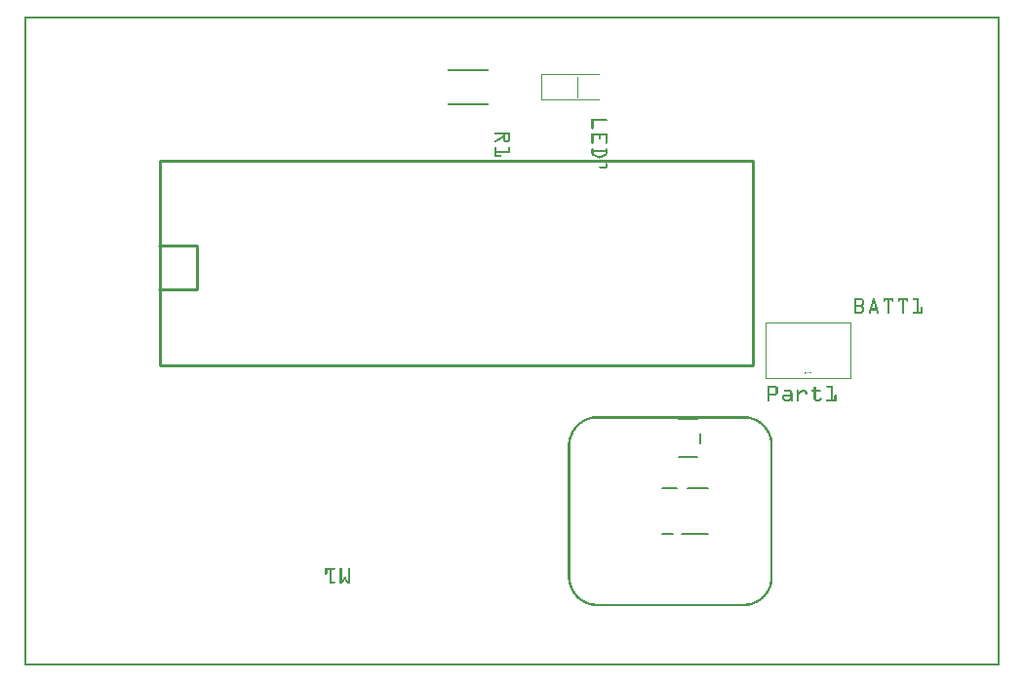
<source format=gto>
G04 MADE WITH FRITZING*
G04 WWW.FRITZING.ORG*
G04 DOUBLE SIDED*
G04 HOLES PLATED*
G04 CONTOUR ON CENTER OF CONTOUR VECTOR*
%ASAXBY*%
%FSLAX23Y23*%
%MOIN*%
%OFA0B0*%
%SFA1.0B1.0*%
%ADD10R,0.294400X0.194312X0.285776X0.185688*%
%ADD11C,0.004312*%
%ADD12C,0.008000*%
%ADD13C,0.010000*%
%ADD14C,0.005189*%
%ADD15R,0.001000X0.001000*%
%LNSILK1*%
G90*
G70*
G54D11*
X2533Y1174D02*
X2823Y1174D01*
X2823Y984D01*
X2533Y984D01*
X2533Y1174D01*
D02*
G54D12*
X2336Y607D02*
X2266Y607D01*
D02*
X2181Y607D02*
X2231Y607D01*
D02*
X2336Y451D02*
X2246Y451D01*
D02*
X2181Y451D02*
X2215Y451D01*
D02*
X2300Y844D02*
X2237Y844D01*
D02*
X2300Y714D02*
X2237Y714D01*
D02*
X2310Y795D02*
X2310Y763D01*
G54D13*
D02*
X463Y1029D02*
X2488Y1029D01*
D02*
X2488Y1029D02*
X2488Y1729D01*
D02*
X2488Y1729D02*
X463Y1729D01*
D02*
X462Y1029D02*
X462Y1729D01*
D02*
X458Y1289D02*
X588Y1289D01*
D02*
X458Y1439D02*
X588Y1439D01*
D02*
X588Y1289D02*
X588Y1439D01*
G54D14*
G36*
X2628Y1162D02*
X2628Y1127D01*
G37*
D02*
G36*
X2645Y1144D02*
X2610Y1144D01*
G37*
D02*
G36*
X2745Y1144D02*
X2710Y1144D01*
G37*
D02*
G54D15*
X0Y2222D02*
X3332Y2222D01*
X0Y2221D02*
X3332Y2221D01*
X0Y2220D02*
X3332Y2220D01*
X0Y2219D02*
X3332Y2219D01*
X0Y2218D02*
X3332Y2218D01*
X0Y2217D02*
X3332Y2217D01*
X0Y2216D02*
X3332Y2216D01*
X0Y2215D02*
X3332Y2215D01*
X0Y2214D02*
X7Y2214D01*
X3325Y2214D02*
X3332Y2214D01*
X0Y2213D02*
X7Y2213D01*
X3325Y2213D02*
X3332Y2213D01*
X0Y2212D02*
X7Y2212D01*
X3325Y2212D02*
X3332Y2212D01*
X0Y2211D02*
X7Y2211D01*
X3325Y2211D02*
X3332Y2211D01*
X0Y2210D02*
X7Y2210D01*
X3325Y2210D02*
X3332Y2210D01*
X0Y2209D02*
X7Y2209D01*
X3325Y2209D02*
X3332Y2209D01*
X0Y2208D02*
X7Y2208D01*
X3325Y2208D02*
X3332Y2208D01*
X0Y2207D02*
X7Y2207D01*
X3325Y2207D02*
X3332Y2207D01*
X0Y2206D02*
X7Y2206D01*
X3325Y2206D02*
X3332Y2206D01*
X0Y2205D02*
X7Y2205D01*
X3325Y2205D02*
X3332Y2205D01*
X0Y2204D02*
X7Y2204D01*
X3325Y2204D02*
X3332Y2204D01*
X0Y2203D02*
X7Y2203D01*
X3325Y2203D02*
X3332Y2203D01*
X0Y2202D02*
X7Y2202D01*
X3325Y2202D02*
X3332Y2202D01*
X0Y2201D02*
X7Y2201D01*
X3325Y2201D02*
X3332Y2201D01*
X0Y2200D02*
X7Y2200D01*
X3325Y2200D02*
X3332Y2200D01*
X0Y2199D02*
X7Y2199D01*
X3325Y2199D02*
X3332Y2199D01*
X0Y2198D02*
X7Y2198D01*
X3325Y2198D02*
X3332Y2198D01*
X0Y2197D02*
X7Y2197D01*
X3325Y2197D02*
X3332Y2197D01*
X0Y2196D02*
X7Y2196D01*
X3325Y2196D02*
X3332Y2196D01*
X0Y2195D02*
X7Y2195D01*
X3325Y2195D02*
X3332Y2195D01*
X0Y2194D02*
X7Y2194D01*
X3325Y2194D02*
X3332Y2194D01*
X0Y2193D02*
X7Y2193D01*
X3325Y2193D02*
X3332Y2193D01*
X0Y2192D02*
X7Y2192D01*
X3325Y2192D02*
X3332Y2192D01*
X0Y2191D02*
X7Y2191D01*
X3325Y2191D02*
X3332Y2191D01*
X0Y2190D02*
X7Y2190D01*
X3325Y2190D02*
X3332Y2190D01*
X0Y2189D02*
X7Y2189D01*
X3325Y2189D02*
X3332Y2189D01*
X0Y2188D02*
X7Y2188D01*
X3325Y2188D02*
X3332Y2188D01*
X0Y2187D02*
X7Y2187D01*
X3325Y2187D02*
X3332Y2187D01*
X0Y2186D02*
X7Y2186D01*
X3325Y2186D02*
X3332Y2186D01*
X0Y2185D02*
X7Y2185D01*
X3325Y2185D02*
X3332Y2185D01*
X0Y2184D02*
X7Y2184D01*
X3325Y2184D02*
X3332Y2184D01*
X0Y2183D02*
X7Y2183D01*
X3325Y2183D02*
X3332Y2183D01*
X0Y2182D02*
X7Y2182D01*
X3325Y2182D02*
X3332Y2182D01*
X0Y2181D02*
X7Y2181D01*
X3325Y2181D02*
X3332Y2181D01*
X0Y2180D02*
X7Y2180D01*
X3325Y2180D02*
X3332Y2180D01*
X0Y2179D02*
X7Y2179D01*
X3325Y2179D02*
X3332Y2179D01*
X0Y2178D02*
X7Y2178D01*
X3325Y2178D02*
X3332Y2178D01*
X0Y2177D02*
X7Y2177D01*
X3325Y2177D02*
X3332Y2177D01*
X0Y2176D02*
X7Y2176D01*
X3325Y2176D02*
X3332Y2176D01*
X0Y2175D02*
X7Y2175D01*
X3325Y2175D02*
X3332Y2175D01*
X0Y2174D02*
X7Y2174D01*
X3325Y2174D02*
X3332Y2174D01*
X0Y2173D02*
X7Y2173D01*
X3325Y2173D02*
X3332Y2173D01*
X0Y2172D02*
X7Y2172D01*
X3325Y2172D02*
X3332Y2172D01*
X0Y2171D02*
X7Y2171D01*
X3325Y2171D02*
X3332Y2171D01*
X0Y2170D02*
X7Y2170D01*
X3325Y2170D02*
X3332Y2170D01*
X0Y2169D02*
X7Y2169D01*
X3325Y2169D02*
X3332Y2169D01*
X0Y2168D02*
X7Y2168D01*
X3325Y2168D02*
X3332Y2168D01*
X0Y2167D02*
X7Y2167D01*
X3325Y2167D02*
X3332Y2167D01*
X0Y2166D02*
X7Y2166D01*
X3325Y2166D02*
X3332Y2166D01*
X0Y2165D02*
X7Y2165D01*
X3325Y2165D02*
X3332Y2165D01*
X0Y2164D02*
X7Y2164D01*
X3325Y2164D02*
X3332Y2164D01*
X0Y2163D02*
X7Y2163D01*
X3325Y2163D02*
X3332Y2163D01*
X0Y2162D02*
X7Y2162D01*
X3325Y2162D02*
X3332Y2162D01*
X0Y2161D02*
X7Y2161D01*
X3325Y2161D02*
X3332Y2161D01*
X0Y2160D02*
X7Y2160D01*
X3325Y2160D02*
X3332Y2160D01*
X0Y2159D02*
X7Y2159D01*
X3325Y2159D02*
X3332Y2159D01*
X0Y2158D02*
X7Y2158D01*
X3325Y2158D02*
X3332Y2158D01*
X0Y2157D02*
X7Y2157D01*
X3325Y2157D02*
X3332Y2157D01*
X0Y2156D02*
X7Y2156D01*
X3325Y2156D02*
X3332Y2156D01*
X0Y2155D02*
X7Y2155D01*
X3325Y2155D02*
X3332Y2155D01*
X0Y2154D02*
X7Y2154D01*
X3325Y2154D02*
X3332Y2154D01*
X0Y2153D02*
X7Y2153D01*
X3325Y2153D02*
X3332Y2153D01*
X0Y2152D02*
X7Y2152D01*
X3325Y2152D02*
X3332Y2152D01*
X0Y2151D02*
X7Y2151D01*
X3325Y2151D02*
X3332Y2151D01*
X0Y2150D02*
X7Y2150D01*
X3325Y2150D02*
X3332Y2150D01*
X0Y2149D02*
X7Y2149D01*
X3325Y2149D02*
X3332Y2149D01*
X0Y2148D02*
X7Y2148D01*
X3325Y2148D02*
X3332Y2148D01*
X0Y2147D02*
X7Y2147D01*
X3325Y2147D02*
X3332Y2147D01*
X0Y2146D02*
X7Y2146D01*
X3325Y2146D02*
X3332Y2146D01*
X0Y2145D02*
X7Y2145D01*
X3325Y2145D02*
X3332Y2145D01*
X0Y2144D02*
X7Y2144D01*
X3325Y2144D02*
X3332Y2144D01*
X0Y2143D02*
X7Y2143D01*
X3325Y2143D02*
X3332Y2143D01*
X0Y2142D02*
X7Y2142D01*
X3325Y2142D02*
X3332Y2142D01*
X0Y2141D02*
X7Y2141D01*
X3325Y2141D02*
X3332Y2141D01*
X0Y2140D02*
X7Y2140D01*
X3325Y2140D02*
X3332Y2140D01*
X0Y2139D02*
X7Y2139D01*
X3325Y2139D02*
X3332Y2139D01*
X0Y2138D02*
X7Y2138D01*
X3325Y2138D02*
X3332Y2138D01*
X0Y2137D02*
X7Y2137D01*
X3325Y2137D02*
X3332Y2137D01*
X0Y2136D02*
X7Y2136D01*
X3325Y2136D02*
X3332Y2136D01*
X0Y2135D02*
X7Y2135D01*
X3325Y2135D02*
X3332Y2135D01*
X0Y2134D02*
X7Y2134D01*
X3325Y2134D02*
X3332Y2134D01*
X0Y2133D02*
X7Y2133D01*
X3325Y2133D02*
X3332Y2133D01*
X0Y2132D02*
X7Y2132D01*
X3325Y2132D02*
X3332Y2132D01*
X0Y2131D02*
X7Y2131D01*
X3325Y2131D02*
X3332Y2131D01*
X0Y2130D02*
X7Y2130D01*
X3325Y2130D02*
X3332Y2130D01*
X0Y2129D02*
X7Y2129D01*
X3325Y2129D02*
X3332Y2129D01*
X0Y2128D02*
X7Y2128D01*
X3325Y2128D02*
X3332Y2128D01*
X0Y2127D02*
X7Y2127D01*
X3325Y2127D02*
X3332Y2127D01*
X0Y2126D02*
X7Y2126D01*
X3325Y2126D02*
X3332Y2126D01*
X0Y2125D02*
X7Y2125D01*
X3325Y2125D02*
X3332Y2125D01*
X0Y2124D02*
X7Y2124D01*
X3325Y2124D02*
X3332Y2124D01*
X0Y2123D02*
X7Y2123D01*
X3325Y2123D02*
X3332Y2123D01*
X0Y2122D02*
X7Y2122D01*
X3325Y2122D02*
X3332Y2122D01*
X0Y2121D02*
X7Y2121D01*
X3325Y2121D02*
X3332Y2121D01*
X0Y2120D02*
X7Y2120D01*
X3325Y2120D02*
X3332Y2120D01*
X0Y2119D02*
X7Y2119D01*
X3325Y2119D02*
X3332Y2119D01*
X0Y2118D02*
X7Y2118D01*
X3325Y2118D02*
X3332Y2118D01*
X0Y2117D02*
X7Y2117D01*
X3325Y2117D02*
X3332Y2117D01*
X0Y2116D02*
X7Y2116D01*
X3325Y2116D02*
X3332Y2116D01*
X0Y2115D02*
X7Y2115D01*
X3325Y2115D02*
X3332Y2115D01*
X0Y2114D02*
X7Y2114D01*
X3325Y2114D02*
X3332Y2114D01*
X0Y2113D02*
X7Y2113D01*
X3325Y2113D02*
X3332Y2113D01*
X0Y2112D02*
X7Y2112D01*
X3325Y2112D02*
X3332Y2112D01*
X0Y2111D02*
X7Y2111D01*
X3325Y2111D02*
X3332Y2111D01*
X0Y2110D02*
X7Y2110D01*
X3325Y2110D02*
X3332Y2110D01*
X0Y2109D02*
X7Y2109D01*
X3325Y2109D02*
X3332Y2109D01*
X0Y2108D02*
X7Y2108D01*
X3325Y2108D02*
X3332Y2108D01*
X0Y2107D02*
X7Y2107D01*
X3325Y2107D02*
X3332Y2107D01*
X0Y2106D02*
X7Y2106D01*
X3325Y2106D02*
X3332Y2106D01*
X0Y2105D02*
X7Y2105D01*
X3325Y2105D02*
X3332Y2105D01*
X0Y2104D02*
X7Y2104D01*
X3325Y2104D02*
X3332Y2104D01*
X0Y2103D02*
X7Y2103D01*
X3325Y2103D02*
X3332Y2103D01*
X0Y2102D02*
X7Y2102D01*
X3325Y2102D02*
X3332Y2102D01*
X0Y2101D02*
X7Y2101D01*
X3325Y2101D02*
X3332Y2101D01*
X0Y2100D02*
X7Y2100D01*
X3325Y2100D02*
X3332Y2100D01*
X0Y2099D02*
X7Y2099D01*
X3325Y2099D02*
X3332Y2099D01*
X0Y2098D02*
X7Y2098D01*
X3325Y2098D02*
X3332Y2098D01*
X0Y2097D02*
X7Y2097D01*
X3325Y2097D02*
X3332Y2097D01*
X0Y2096D02*
X7Y2096D01*
X3325Y2096D02*
X3332Y2096D01*
X0Y2095D02*
X7Y2095D01*
X3325Y2095D02*
X3332Y2095D01*
X0Y2094D02*
X7Y2094D01*
X3325Y2094D02*
X3332Y2094D01*
X0Y2093D02*
X7Y2093D01*
X3325Y2093D02*
X3332Y2093D01*
X0Y2092D02*
X7Y2092D01*
X3325Y2092D02*
X3332Y2092D01*
X0Y2091D02*
X7Y2091D01*
X3325Y2091D02*
X3332Y2091D01*
X0Y2090D02*
X7Y2090D01*
X3325Y2090D02*
X3332Y2090D01*
X0Y2089D02*
X7Y2089D01*
X3325Y2089D02*
X3332Y2089D01*
X0Y2088D02*
X7Y2088D01*
X3325Y2088D02*
X3332Y2088D01*
X0Y2087D02*
X7Y2087D01*
X3325Y2087D02*
X3332Y2087D01*
X0Y2086D02*
X7Y2086D01*
X3325Y2086D02*
X3332Y2086D01*
X0Y2085D02*
X7Y2085D01*
X3325Y2085D02*
X3332Y2085D01*
X0Y2084D02*
X7Y2084D01*
X3325Y2084D02*
X3332Y2084D01*
X0Y2083D02*
X7Y2083D01*
X3325Y2083D02*
X3332Y2083D01*
X0Y2082D02*
X7Y2082D01*
X3325Y2082D02*
X3332Y2082D01*
X0Y2081D02*
X7Y2081D01*
X3325Y2081D02*
X3332Y2081D01*
X0Y2080D02*
X7Y2080D01*
X3325Y2080D02*
X3332Y2080D01*
X0Y2079D02*
X7Y2079D01*
X3325Y2079D02*
X3332Y2079D01*
X0Y2078D02*
X7Y2078D01*
X3325Y2078D02*
X3332Y2078D01*
X0Y2077D02*
X7Y2077D01*
X3325Y2077D02*
X3332Y2077D01*
X0Y2076D02*
X7Y2076D01*
X3325Y2076D02*
X3332Y2076D01*
X0Y2075D02*
X7Y2075D01*
X3325Y2075D02*
X3332Y2075D01*
X0Y2074D02*
X7Y2074D01*
X3325Y2074D02*
X3332Y2074D01*
X0Y2073D02*
X7Y2073D01*
X3325Y2073D02*
X3332Y2073D01*
X0Y2072D02*
X7Y2072D01*
X3325Y2072D02*
X3332Y2072D01*
X0Y2071D02*
X7Y2071D01*
X3325Y2071D02*
X3332Y2071D01*
X0Y2070D02*
X7Y2070D01*
X3325Y2070D02*
X3332Y2070D01*
X0Y2069D02*
X7Y2069D01*
X3325Y2069D02*
X3332Y2069D01*
X0Y2068D02*
X7Y2068D01*
X3325Y2068D02*
X3332Y2068D01*
X0Y2067D02*
X7Y2067D01*
X3325Y2067D02*
X3332Y2067D01*
X0Y2066D02*
X7Y2066D01*
X3325Y2066D02*
X3332Y2066D01*
X0Y2065D02*
X7Y2065D01*
X3325Y2065D02*
X3332Y2065D01*
X0Y2064D02*
X7Y2064D01*
X3325Y2064D02*
X3332Y2064D01*
X0Y2063D02*
X7Y2063D01*
X3325Y2063D02*
X3332Y2063D01*
X0Y2062D02*
X7Y2062D01*
X3325Y2062D02*
X3332Y2062D01*
X0Y2061D02*
X7Y2061D01*
X3325Y2061D02*
X3332Y2061D01*
X0Y2060D02*
X7Y2060D01*
X3325Y2060D02*
X3332Y2060D01*
X0Y2059D02*
X7Y2059D01*
X3325Y2059D02*
X3332Y2059D01*
X0Y2058D02*
X7Y2058D01*
X3325Y2058D02*
X3332Y2058D01*
X0Y2057D02*
X7Y2057D01*
X3325Y2057D02*
X3332Y2057D01*
X0Y2056D02*
X7Y2056D01*
X3325Y2056D02*
X3332Y2056D01*
X0Y2055D02*
X7Y2055D01*
X3325Y2055D02*
X3332Y2055D01*
X0Y2054D02*
X7Y2054D01*
X3325Y2054D02*
X3332Y2054D01*
X0Y2053D02*
X7Y2053D01*
X3325Y2053D02*
X3332Y2053D01*
X0Y2052D02*
X7Y2052D01*
X3325Y2052D02*
X3332Y2052D01*
X0Y2051D02*
X7Y2051D01*
X3325Y2051D02*
X3332Y2051D01*
X0Y2050D02*
X7Y2050D01*
X3325Y2050D02*
X3332Y2050D01*
X0Y2049D02*
X7Y2049D01*
X3325Y2049D02*
X3332Y2049D01*
X0Y2048D02*
X7Y2048D01*
X3325Y2048D02*
X3332Y2048D01*
X0Y2047D02*
X7Y2047D01*
X3325Y2047D02*
X3332Y2047D01*
X0Y2046D02*
X7Y2046D01*
X3325Y2046D02*
X3332Y2046D01*
X0Y2045D02*
X7Y2045D01*
X3325Y2045D02*
X3332Y2045D01*
X0Y2044D02*
X7Y2044D01*
X3325Y2044D02*
X3332Y2044D01*
X0Y2043D02*
X7Y2043D01*
X3325Y2043D02*
X3332Y2043D01*
X0Y2042D02*
X7Y2042D01*
X3325Y2042D02*
X3332Y2042D01*
X0Y2041D02*
X7Y2041D01*
X3325Y2041D02*
X3332Y2041D01*
X0Y2040D02*
X7Y2040D01*
X1448Y2040D02*
X1587Y2040D01*
X3325Y2040D02*
X3332Y2040D01*
X0Y2039D02*
X7Y2039D01*
X1448Y2039D02*
X1587Y2039D01*
X3325Y2039D02*
X3332Y2039D01*
X0Y2038D02*
X7Y2038D01*
X1448Y2038D02*
X1587Y2038D01*
X3325Y2038D02*
X3332Y2038D01*
X0Y2037D02*
X7Y2037D01*
X1448Y2037D02*
X1587Y2037D01*
X3325Y2037D02*
X3332Y2037D01*
X0Y2036D02*
X7Y2036D01*
X1448Y2036D02*
X1587Y2036D01*
X3325Y2036D02*
X3332Y2036D01*
X0Y2035D02*
X7Y2035D01*
X1448Y2035D02*
X1587Y2035D01*
X3325Y2035D02*
X3332Y2035D01*
X0Y2034D02*
X7Y2034D01*
X3325Y2034D02*
X3332Y2034D01*
X0Y2033D02*
X7Y2033D01*
X3325Y2033D02*
X3332Y2033D01*
X0Y2032D02*
X7Y2032D01*
X3325Y2032D02*
X3332Y2032D01*
X0Y2031D02*
X7Y2031D01*
X3325Y2031D02*
X3332Y2031D01*
X0Y2030D02*
X7Y2030D01*
X3325Y2030D02*
X3332Y2030D01*
X0Y2029D02*
X7Y2029D01*
X3325Y2029D02*
X3332Y2029D01*
X0Y2028D02*
X7Y2028D01*
X3325Y2028D02*
X3332Y2028D01*
X0Y2027D02*
X7Y2027D01*
X3325Y2027D02*
X3332Y2027D01*
X0Y2026D02*
X7Y2026D01*
X3325Y2026D02*
X3332Y2026D01*
X0Y2025D02*
X7Y2025D01*
X3325Y2025D02*
X3332Y2025D01*
X0Y2024D02*
X7Y2024D01*
X1767Y2024D02*
X1966Y2024D01*
X3325Y2024D02*
X3332Y2024D01*
X0Y2023D02*
X7Y2023D01*
X1767Y2023D02*
X1966Y2023D01*
X3325Y2023D02*
X3332Y2023D01*
X0Y2022D02*
X7Y2022D01*
X1767Y2022D02*
X1966Y2022D01*
X3325Y2022D02*
X3332Y2022D01*
X0Y2021D02*
X7Y2021D01*
X1767Y2021D02*
X1769Y2021D01*
X1843Y2021D02*
X1891Y2021D01*
X1965Y2021D02*
X1966Y2021D01*
X3325Y2021D02*
X3332Y2021D01*
X0Y2020D02*
X7Y2020D01*
X1767Y2020D02*
X1769Y2020D01*
X1965Y2020D02*
X1966Y2020D01*
X3325Y2020D02*
X3332Y2020D01*
X0Y2019D02*
X7Y2019D01*
X1767Y2019D02*
X1769Y2019D01*
X1965Y2019D02*
X1966Y2019D01*
X3325Y2019D02*
X3332Y2019D01*
X0Y2018D02*
X7Y2018D01*
X1767Y2018D02*
X1769Y2018D01*
X1965Y2018D02*
X1966Y2018D01*
X3325Y2018D02*
X3332Y2018D01*
X0Y2017D02*
X7Y2017D01*
X1767Y2017D02*
X1769Y2017D01*
X1965Y2017D02*
X1966Y2017D01*
X3325Y2017D02*
X3332Y2017D01*
X0Y2016D02*
X7Y2016D01*
X1767Y2016D02*
X1769Y2016D01*
X1889Y2016D02*
X1891Y2016D01*
X1965Y2016D02*
X1966Y2016D01*
X3325Y2016D02*
X3332Y2016D01*
X0Y2015D02*
X7Y2015D01*
X1767Y2015D02*
X1769Y2015D01*
X1889Y2015D02*
X1891Y2015D01*
X1965Y2015D02*
X1966Y2015D01*
X3325Y2015D02*
X3332Y2015D01*
X0Y2014D02*
X7Y2014D01*
X1767Y2014D02*
X1769Y2014D01*
X1889Y2014D02*
X1891Y2014D01*
X1965Y2014D02*
X1966Y2014D01*
X3325Y2014D02*
X3332Y2014D01*
X0Y2013D02*
X7Y2013D01*
X1767Y2013D02*
X1769Y2013D01*
X1889Y2013D02*
X1891Y2013D01*
X1965Y2013D02*
X1966Y2013D01*
X3325Y2013D02*
X3332Y2013D01*
X0Y2012D02*
X7Y2012D01*
X1767Y2012D02*
X1769Y2012D01*
X1889Y2012D02*
X1891Y2012D01*
X1965Y2012D02*
X1966Y2012D01*
X3325Y2012D02*
X3332Y2012D01*
X0Y2011D02*
X7Y2011D01*
X1767Y2011D02*
X1769Y2011D01*
X1889Y2011D02*
X1891Y2011D01*
X1965Y2011D02*
X1966Y2011D01*
X3325Y2011D02*
X3332Y2011D01*
X0Y2010D02*
X7Y2010D01*
X1767Y2010D02*
X1769Y2010D01*
X1889Y2010D02*
X1891Y2010D01*
X1965Y2010D02*
X1966Y2010D01*
X3325Y2010D02*
X3332Y2010D01*
X0Y2009D02*
X7Y2009D01*
X1767Y2009D02*
X1769Y2009D01*
X1889Y2009D02*
X1891Y2009D01*
X1965Y2009D02*
X1966Y2009D01*
X3325Y2009D02*
X3332Y2009D01*
X0Y2008D02*
X7Y2008D01*
X1767Y2008D02*
X1769Y2008D01*
X1889Y2008D02*
X1891Y2008D01*
X1965Y2008D02*
X1966Y2008D01*
X3325Y2008D02*
X3332Y2008D01*
X0Y2007D02*
X7Y2007D01*
X1767Y2007D02*
X1769Y2007D01*
X1889Y2007D02*
X1891Y2007D01*
X1965Y2007D02*
X1966Y2007D01*
X3325Y2007D02*
X3332Y2007D01*
X0Y2006D02*
X7Y2006D01*
X1767Y2006D02*
X1769Y2006D01*
X1889Y2006D02*
X1891Y2006D01*
X1965Y2006D02*
X1966Y2006D01*
X3325Y2006D02*
X3332Y2006D01*
X0Y2005D02*
X7Y2005D01*
X1767Y2005D02*
X1769Y2005D01*
X1889Y2005D02*
X1891Y2005D01*
X1965Y2005D02*
X1966Y2005D01*
X3325Y2005D02*
X3332Y2005D01*
X0Y2004D02*
X7Y2004D01*
X1767Y2004D02*
X1769Y2004D01*
X1889Y2004D02*
X1891Y2004D01*
X1965Y2004D02*
X1966Y2004D01*
X3325Y2004D02*
X3332Y2004D01*
X0Y2003D02*
X7Y2003D01*
X1767Y2003D02*
X1769Y2003D01*
X1889Y2003D02*
X1891Y2003D01*
X1965Y2003D02*
X1966Y2003D01*
X3325Y2003D02*
X3332Y2003D01*
X0Y2002D02*
X7Y2002D01*
X1767Y2002D02*
X1769Y2002D01*
X1889Y2002D02*
X1891Y2002D01*
X1965Y2002D02*
X1966Y2002D01*
X3325Y2002D02*
X3332Y2002D01*
X0Y2001D02*
X7Y2001D01*
X1767Y2001D02*
X1769Y2001D01*
X1889Y2001D02*
X1891Y2001D01*
X1965Y2001D02*
X1966Y2001D01*
X3325Y2001D02*
X3332Y2001D01*
X0Y2000D02*
X7Y2000D01*
X1767Y2000D02*
X1769Y2000D01*
X1889Y2000D02*
X1891Y2000D01*
X1965Y2000D02*
X1966Y2000D01*
X3325Y2000D02*
X3332Y2000D01*
X0Y1999D02*
X7Y1999D01*
X1767Y1999D02*
X1769Y1999D01*
X1889Y1999D02*
X1891Y1999D01*
X1965Y1999D02*
X1966Y1999D01*
X3325Y1999D02*
X3332Y1999D01*
X0Y1998D02*
X7Y1998D01*
X1767Y1998D02*
X1769Y1998D01*
X1889Y1998D02*
X1891Y1998D01*
X1965Y1998D02*
X1966Y1998D01*
X3325Y1998D02*
X3332Y1998D01*
X0Y1997D02*
X7Y1997D01*
X1767Y1997D02*
X1769Y1997D01*
X1889Y1997D02*
X1891Y1997D01*
X1965Y1997D02*
X1966Y1997D01*
X3325Y1997D02*
X3332Y1997D01*
X0Y1996D02*
X7Y1996D01*
X1767Y1996D02*
X1769Y1996D01*
X1889Y1996D02*
X1891Y1996D01*
X1965Y1996D02*
X1966Y1996D01*
X3325Y1996D02*
X3332Y1996D01*
X0Y1995D02*
X7Y1995D01*
X1767Y1995D02*
X1769Y1995D01*
X1889Y1995D02*
X1891Y1995D01*
X1965Y1995D02*
X1966Y1995D01*
X3325Y1995D02*
X3332Y1995D01*
X0Y1994D02*
X7Y1994D01*
X1767Y1994D02*
X1769Y1994D01*
X1889Y1994D02*
X1891Y1994D01*
X1965Y1994D02*
X1966Y1994D01*
X3325Y1994D02*
X3332Y1994D01*
X0Y1993D02*
X7Y1993D01*
X1767Y1993D02*
X1769Y1993D01*
X1889Y1993D02*
X1891Y1993D01*
X1965Y1993D02*
X1966Y1993D01*
X3325Y1993D02*
X3332Y1993D01*
X0Y1992D02*
X7Y1992D01*
X1767Y1992D02*
X1769Y1992D01*
X1889Y1992D02*
X1891Y1992D01*
X1965Y1992D02*
X1966Y1992D01*
X3325Y1992D02*
X3332Y1992D01*
X0Y1991D02*
X7Y1991D01*
X1767Y1991D02*
X1769Y1991D01*
X1889Y1991D02*
X1891Y1991D01*
X1965Y1991D02*
X1966Y1991D01*
X3325Y1991D02*
X3332Y1991D01*
X0Y1990D02*
X7Y1990D01*
X1767Y1990D02*
X1769Y1990D01*
X1889Y1990D02*
X1891Y1990D01*
X1965Y1990D02*
X1966Y1990D01*
X3325Y1990D02*
X3332Y1990D01*
X0Y1989D02*
X7Y1989D01*
X1767Y1989D02*
X1769Y1989D01*
X1889Y1989D02*
X1891Y1989D01*
X1965Y1989D02*
X1966Y1989D01*
X3325Y1989D02*
X3332Y1989D01*
X0Y1988D02*
X7Y1988D01*
X1767Y1988D02*
X1769Y1988D01*
X1889Y1988D02*
X1891Y1988D01*
X1965Y1988D02*
X1966Y1988D01*
X3325Y1988D02*
X3332Y1988D01*
X0Y1987D02*
X7Y1987D01*
X1767Y1987D02*
X1769Y1987D01*
X1889Y1987D02*
X1891Y1987D01*
X1965Y1987D02*
X1966Y1987D01*
X3325Y1987D02*
X3332Y1987D01*
X0Y1986D02*
X7Y1986D01*
X1767Y1986D02*
X1769Y1986D01*
X1889Y1986D02*
X1891Y1986D01*
X1965Y1986D02*
X1966Y1986D01*
X3325Y1986D02*
X3332Y1986D01*
X0Y1985D02*
X7Y1985D01*
X1767Y1985D02*
X1769Y1985D01*
X1889Y1985D02*
X1891Y1985D01*
X1965Y1985D02*
X1966Y1985D01*
X3325Y1985D02*
X3332Y1985D01*
X0Y1984D02*
X7Y1984D01*
X1767Y1984D02*
X1769Y1984D01*
X1889Y1984D02*
X1891Y1984D01*
X1965Y1984D02*
X1966Y1984D01*
X3325Y1984D02*
X3332Y1984D01*
X0Y1983D02*
X7Y1983D01*
X1767Y1983D02*
X1769Y1983D01*
X1889Y1983D02*
X1891Y1983D01*
X1965Y1983D02*
X1966Y1983D01*
X3325Y1983D02*
X3332Y1983D01*
X0Y1982D02*
X7Y1982D01*
X1767Y1982D02*
X1769Y1982D01*
X1889Y1982D02*
X1891Y1982D01*
X1965Y1982D02*
X1966Y1982D01*
X3325Y1982D02*
X3332Y1982D01*
X0Y1981D02*
X7Y1981D01*
X1767Y1981D02*
X1769Y1981D01*
X1889Y1981D02*
X1891Y1981D01*
X1965Y1981D02*
X1966Y1981D01*
X3325Y1981D02*
X3332Y1981D01*
X0Y1980D02*
X7Y1980D01*
X1767Y1980D02*
X1769Y1980D01*
X1889Y1980D02*
X1891Y1980D01*
X1965Y1980D02*
X1966Y1980D01*
X3325Y1980D02*
X3332Y1980D01*
X0Y1979D02*
X7Y1979D01*
X1767Y1979D02*
X1769Y1979D01*
X1889Y1979D02*
X1891Y1979D01*
X1965Y1979D02*
X1966Y1979D01*
X3325Y1979D02*
X3332Y1979D01*
X0Y1978D02*
X7Y1978D01*
X1767Y1978D02*
X1769Y1978D01*
X1889Y1978D02*
X1891Y1978D01*
X1965Y1978D02*
X1966Y1978D01*
X3325Y1978D02*
X3332Y1978D01*
X0Y1977D02*
X7Y1977D01*
X1767Y1977D02*
X1769Y1977D01*
X1889Y1977D02*
X1891Y1977D01*
X1965Y1977D02*
X1966Y1977D01*
X3325Y1977D02*
X3332Y1977D01*
X0Y1976D02*
X7Y1976D01*
X1767Y1976D02*
X1769Y1976D01*
X1889Y1976D02*
X1891Y1976D01*
X1965Y1976D02*
X1966Y1976D01*
X3325Y1976D02*
X3332Y1976D01*
X0Y1975D02*
X7Y1975D01*
X1767Y1975D02*
X1769Y1975D01*
X1889Y1975D02*
X1891Y1975D01*
X1965Y1975D02*
X1966Y1975D01*
X3325Y1975D02*
X3332Y1975D01*
X0Y1974D02*
X7Y1974D01*
X1767Y1974D02*
X1769Y1974D01*
X1889Y1974D02*
X1891Y1974D01*
X1965Y1974D02*
X1966Y1974D01*
X3325Y1974D02*
X3332Y1974D01*
X0Y1973D02*
X7Y1973D01*
X1767Y1973D02*
X1769Y1973D01*
X1889Y1973D02*
X1891Y1973D01*
X1965Y1973D02*
X1966Y1973D01*
X3325Y1973D02*
X3332Y1973D01*
X0Y1972D02*
X7Y1972D01*
X1767Y1972D02*
X1769Y1972D01*
X1889Y1972D02*
X1891Y1972D01*
X1965Y1972D02*
X1966Y1972D01*
X3325Y1972D02*
X3332Y1972D01*
X0Y1971D02*
X7Y1971D01*
X1767Y1971D02*
X1769Y1971D01*
X1889Y1971D02*
X1891Y1971D01*
X1965Y1971D02*
X1966Y1971D01*
X3325Y1971D02*
X3332Y1971D01*
X0Y1970D02*
X7Y1970D01*
X1767Y1970D02*
X1769Y1970D01*
X1889Y1970D02*
X1891Y1970D01*
X1965Y1970D02*
X1966Y1970D01*
X3325Y1970D02*
X3332Y1970D01*
X0Y1969D02*
X7Y1969D01*
X1767Y1969D02*
X1769Y1969D01*
X1889Y1969D02*
X1891Y1969D01*
X1965Y1969D02*
X1966Y1969D01*
X3325Y1969D02*
X3332Y1969D01*
X0Y1968D02*
X7Y1968D01*
X1767Y1968D02*
X1769Y1968D01*
X1889Y1968D02*
X1891Y1968D01*
X1965Y1968D02*
X1966Y1968D01*
X3325Y1968D02*
X3332Y1968D01*
X0Y1967D02*
X7Y1967D01*
X1767Y1967D02*
X1769Y1967D01*
X1889Y1967D02*
X1891Y1967D01*
X1965Y1967D02*
X1966Y1967D01*
X3325Y1967D02*
X3332Y1967D01*
X0Y1966D02*
X7Y1966D01*
X1767Y1966D02*
X1769Y1966D01*
X1889Y1966D02*
X1891Y1966D01*
X1965Y1966D02*
X1966Y1966D01*
X3325Y1966D02*
X3332Y1966D01*
X0Y1965D02*
X7Y1965D01*
X1767Y1965D02*
X1769Y1965D01*
X1889Y1965D02*
X1891Y1965D01*
X1965Y1965D02*
X1966Y1965D01*
X3325Y1965D02*
X3332Y1965D01*
X0Y1964D02*
X7Y1964D01*
X1767Y1964D02*
X1769Y1964D01*
X1889Y1964D02*
X1891Y1964D01*
X1965Y1964D02*
X1966Y1964D01*
X3325Y1964D02*
X3332Y1964D01*
X0Y1963D02*
X7Y1963D01*
X1767Y1963D02*
X1769Y1963D01*
X1889Y1963D02*
X1891Y1963D01*
X1965Y1963D02*
X1966Y1963D01*
X3325Y1963D02*
X3332Y1963D01*
X0Y1962D02*
X7Y1962D01*
X1767Y1962D02*
X1769Y1962D01*
X1889Y1962D02*
X1891Y1962D01*
X1965Y1962D02*
X1966Y1962D01*
X3325Y1962D02*
X3332Y1962D01*
X0Y1961D02*
X7Y1961D01*
X1767Y1961D02*
X1769Y1961D01*
X1889Y1961D02*
X1891Y1961D01*
X1965Y1961D02*
X1966Y1961D01*
X3325Y1961D02*
X3332Y1961D01*
X0Y1960D02*
X7Y1960D01*
X1767Y1960D02*
X1769Y1960D01*
X1889Y1960D02*
X1891Y1960D01*
X1965Y1960D02*
X1966Y1960D01*
X3325Y1960D02*
X3332Y1960D01*
X0Y1959D02*
X7Y1959D01*
X1767Y1959D02*
X1769Y1959D01*
X1889Y1959D02*
X1891Y1959D01*
X1965Y1959D02*
X1966Y1959D01*
X3325Y1959D02*
X3332Y1959D01*
X0Y1958D02*
X7Y1958D01*
X1767Y1958D02*
X1769Y1958D01*
X1889Y1958D02*
X1891Y1958D01*
X1965Y1958D02*
X1966Y1958D01*
X3325Y1958D02*
X3332Y1958D01*
X0Y1957D02*
X7Y1957D01*
X1767Y1957D02*
X1769Y1957D01*
X1889Y1957D02*
X1891Y1957D01*
X1965Y1957D02*
X1966Y1957D01*
X3325Y1957D02*
X3332Y1957D01*
X0Y1956D02*
X7Y1956D01*
X1767Y1956D02*
X1769Y1956D01*
X1889Y1956D02*
X1891Y1956D01*
X1965Y1956D02*
X1966Y1956D01*
X3325Y1956D02*
X3332Y1956D01*
X0Y1955D02*
X7Y1955D01*
X1767Y1955D02*
X1769Y1955D01*
X1889Y1955D02*
X1891Y1955D01*
X1965Y1955D02*
X1966Y1955D01*
X3325Y1955D02*
X3332Y1955D01*
X0Y1954D02*
X7Y1954D01*
X1767Y1954D02*
X1769Y1954D01*
X1889Y1954D02*
X1891Y1954D01*
X1965Y1954D02*
X1966Y1954D01*
X3325Y1954D02*
X3332Y1954D01*
X0Y1953D02*
X7Y1953D01*
X1767Y1953D02*
X1769Y1953D01*
X1889Y1953D02*
X1891Y1953D01*
X1965Y1953D02*
X1966Y1953D01*
X3325Y1953D02*
X3332Y1953D01*
X0Y1952D02*
X7Y1952D01*
X1767Y1952D02*
X1769Y1952D01*
X1889Y1952D02*
X1891Y1952D01*
X1965Y1952D02*
X1966Y1952D01*
X3325Y1952D02*
X3332Y1952D01*
X0Y1951D02*
X7Y1951D01*
X1767Y1951D02*
X1769Y1951D01*
X1889Y1951D02*
X1891Y1951D01*
X1965Y1951D02*
X1966Y1951D01*
X3325Y1951D02*
X3332Y1951D01*
X0Y1950D02*
X7Y1950D01*
X1767Y1950D02*
X1769Y1950D01*
X1889Y1950D02*
X1891Y1950D01*
X1965Y1950D02*
X1966Y1950D01*
X3325Y1950D02*
X3332Y1950D01*
X0Y1949D02*
X7Y1949D01*
X1767Y1949D02*
X1769Y1949D01*
X1889Y1949D02*
X1891Y1949D01*
X1965Y1949D02*
X1966Y1949D01*
X3325Y1949D02*
X3332Y1949D01*
X0Y1948D02*
X7Y1948D01*
X1767Y1948D02*
X1769Y1948D01*
X1889Y1948D02*
X1891Y1948D01*
X1965Y1948D02*
X1966Y1948D01*
X3325Y1948D02*
X3332Y1948D01*
X0Y1947D02*
X7Y1947D01*
X1767Y1947D02*
X1769Y1947D01*
X1889Y1947D02*
X1891Y1947D01*
X1965Y1947D02*
X1966Y1947D01*
X3325Y1947D02*
X3332Y1947D01*
X0Y1946D02*
X7Y1946D01*
X1767Y1946D02*
X1769Y1946D01*
X1889Y1946D02*
X1891Y1946D01*
X1965Y1946D02*
X1966Y1946D01*
X3325Y1946D02*
X3332Y1946D01*
X0Y1945D02*
X7Y1945D01*
X1767Y1945D02*
X1769Y1945D01*
X1889Y1945D02*
X1891Y1945D01*
X1965Y1945D02*
X1966Y1945D01*
X3325Y1945D02*
X3332Y1945D01*
X0Y1944D02*
X7Y1944D01*
X1767Y1944D02*
X1769Y1944D01*
X1889Y1944D02*
X1891Y1944D01*
X1965Y1944D02*
X1966Y1944D01*
X3325Y1944D02*
X3332Y1944D01*
X0Y1943D02*
X7Y1943D01*
X1767Y1943D02*
X1769Y1943D01*
X1889Y1943D02*
X1891Y1943D01*
X1965Y1943D02*
X1966Y1943D01*
X3325Y1943D02*
X3332Y1943D01*
X0Y1942D02*
X7Y1942D01*
X1767Y1942D02*
X1769Y1942D01*
X1965Y1942D02*
X1966Y1942D01*
X3325Y1942D02*
X3332Y1942D01*
X0Y1941D02*
X7Y1941D01*
X1767Y1941D02*
X1769Y1941D01*
X1965Y1941D02*
X1966Y1941D01*
X3325Y1941D02*
X3332Y1941D01*
X0Y1940D02*
X7Y1940D01*
X1767Y1940D02*
X1769Y1940D01*
X1965Y1940D02*
X1966Y1940D01*
X3325Y1940D02*
X3332Y1940D01*
X0Y1939D02*
X7Y1939D01*
X1767Y1939D02*
X1769Y1939D01*
X1965Y1939D02*
X1966Y1939D01*
X3325Y1939D02*
X3332Y1939D01*
X0Y1938D02*
X7Y1938D01*
X1767Y1938D02*
X1769Y1938D01*
X1843Y1938D02*
X1891Y1938D01*
X1965Y1938D02*
X1966Y1938D01*
X3325Y1938D02*
X3332Y1938D01*
X0Y1937D02*
X7Y1937D01*
X1767Y1937D02*
X1966Y1937D01*
X3325Y1937D02*
X3332Y1937D01*
X0Y1936D02*
X7Y1936D01*
X1767Y1936D02*
X1966Y1936D01*
X3325Y1936D02*
X3332Y1936D01*
X0Y1935D02*
X7Y1935D01*
X1767Y1935D02*
X1966Y1935D01*
X3325Y1935D02*
X3332Y1935D01*
X0Y1934D02*
X7Y1934D01*
X3325Y1934D02*
X3332Y1934D01*
X0Y1933D02*
X7Y1933D01*
X3325Y1933D02*
X3332Y1933D01*
X0Y1932D02*
X7Y1932D01*
X3325Y1932D02*
X3332Y1932D01*
X0Y1931D02*
X7Y1931D01*
X3325Y1931D02*
X3332Y1931D01*
X0Y1930D02*
X7Y1930D01*
X3325Y1930D02*
X3332Y1930D01*
X0Y1929D02*
X7Y1929D01*
X3325Y1929D02*
X3332Y1929D01*
X0Y1928D02*
X7Y1928D01*
X3325Y1928D02*
X3332Y1928D01*
X0Y1927D02*
X7Y1927D01*
X3325Y1927D02*
X3332Y1927D01*
X0Y1926D02*
X7Y1926D01*
X3325Y1926D02*
X3332Y1926D01*
X0Y1925D02*
X7Y1925D01*
X3325Y1925D02*
X3332Y1925D01*
X0Y1924D02*
X7Y1924D01*
X1448Y1924D02*
X1587Y1924D01*
X3325Y1924D02*
X3332Y1924D01*
X0Y1923D02*
X7Y1923D01*
X1448Y1923D02*
X1587Y1923D01*
X3325Y1923D02*
X3332Y1923D01*
X0Y1922D02*
X7Y1922D01*
X1448Y1922D02*
X1587Y1922D01*
X3325Y1922D02*
X3332Y1922D01*
X0Y1921D02*
X7Y1921D01*
X1448Y1921D02*
X1587Y1921D01*
X3325Y1921D02*
X3332Y1921D01*
X0Y1920D02*
X7Y1920D01*
X1448Y1920D02*
X1587Y1920D01*
X3325Y1920D02*
X3332Y1920D01*
X0Y1919D02*
X7Y1919D01*
X1448Y1919D02*
X1587Y1919D01*
X3325Y1919D02*
X3332Y1919D01*
X0Y1918D02*
X7Y1918D01*
X3325Y1918D02*
X3332Y1918D01*
X0Y1917D02*
X7Y1917D01*
X3325Y1917D02*
X3332Y1917D01*
X0Y1916D02*
X7Y1916D01*
X3325Y1916D02*
X3332Y1916D01*
X0Y1915D02*
X7Y1915D01*
X3325Y1915D02*
X3332Y1915D01*
X0Y1914D02*
X7Y1914D01*
X3325Y1914D02*
X3332Y1914D01*
X0Y1913D02*
X7Y1913D01*
X3325Y1913D02*
X3332Y1913D01*
X0Y1912D02*
X7Y1912D01*
X3325Y1912D02*
X3332Y1912D01*
X0Y1911D02*
X7Y1911D01*
X3325Y1911D02*
X3332Y1911D01*
X0Y1910D02*
X7Y1910D01*
X3325Y1910D02*
X3332Y1910D01*
X0Y1909D02*
X7Y1909D01*
X3325Y1909D02*
X3332Y1909D01*
X0Y1908D02*
X7Y1908D01*
X3325Y1908D02*
X3332Y1908D01*
X0Y1907D02*
X7Y1907D01*
X3325Y1907D02*
X3332Y1907D01*
X0Y1906D02*
X7Y1906D01*
X3325Y1906D02*
X3332Y1906D01*
X0Y1905D02*
X7Y1905D01*
X3325Y1905D02*
X3332Y1905D01*
X0Y1904D02*
X7Y1904D01*
X3325Y1904D02*
X3332Y1904D01*
X0Y1903D02*
X7Y1903D01*
X3325Y1903D02*
X3332Y1903D01*
X0Y1902D02*
X7Y1902D01*
X3325Y1902D02*
X3332Y1902D01*
X0Y1901D02*
X7Y1901D01*
X3325Y1901D02*
X3332Y1901D01*
X0Y1900D02*
X7Y1900D01*
X3325Y1900D02*
X3332Y1900D01*
X0Y1899D02*
X7Y1899D01*
X3325Y1899D02*
X3332Y1899D01*
X0Y1898D02*
X7Y1898D01*
X3325Y1898D02*
X3332Y1898D01*
X0Y1897D02*
X7Y1897D01*
X3325Y1897D02*
X3332Y1897D01*
X0Y1896D02*
X7Y1896D01*
X3325Y1896D02*
X3332Y1896D01*
X0Y1895D02*
X7Y1895D01*
X3325Y1895D02*
X3332Y1895D01*
X0Y1894D02*
X7Y1894D01*
X3325Y1894D02*
X3332Y1894D01*
X0Y1893D02*
X7Y1893D01*
X3325Y1893D02*
X3332Y1893D01*
X0Y1892D02*
X7Y1892D01*
X3325Y1892D02*
X3332Y1892D01*
X0Y1891D02*
X7Y1891D01*
X3325Y1891D02*
X3332Y1891D01*
X0Y1890D02*
X7Y1890D01*
X3325Y1890D02*
X3332Y1890D01*
X0Y1889D02*
X7Y1889D01*
X3325Y1889D02*
X3332Y1889D01*
X0Y1888D02*
X7Y1888D01*
X3325Y1888D02*
X3332Y1888D01*
X0Y1887D02*
X7Y1887D01*
X3325Y1887D02*
X3332Y1887D01*
X0Y1886D02*
X7Y1886D01*
X3325Y1886D02*
X3332Y1886D01*
X0Y1885D02*
X7Y1885D01*
X3325Y1885D02*
X3332Y1885D01*
X0Y1884D02*
X7Y1884D01*
X3325Y1884D02*
X3332Y1884D01*
X0Y1883D02*
X7Y1883D01*
X3325Y1883D02*
X3332Y1883D01*
X0Y1882D02*
X7Y1882D01*
X3325Y1882D02*
X3332Y1882D01*
X0Y1881D02*
X7Y1881D01*
X3325Y1881D02*
X3332Y1881D01*
X0Y1880D02*
X7Y1880D01*
X3325Y1880D02*
X3332Y1880D01*
X0Y1879D02*
X7Y1879D01*
X3325Y1879D02*
X3332Y1879D01*
X0Y1878D02*
X7Y1878D01*
X3325Y1878D02*
X3332Y1878D01*
X0Y1877D02*
X7Y1877D01*
X3325Y1877D02*
X3332Y1877D01*
X0Y1876D02*
X7Y1876D01*
X3325Y1876D02*
X3332Y1876D01*
X0Y1875D02*
X7Y1875D01*
X3325Y1875D02*
X3332Y1875D01*
X0Y1874D02*
X7Y1874D01*
X3325Y1874D02*
X3332Y1874D01*
X0Y1873D02*
X7Y1873D01*
X3325Y1873D02*
X3332Y1873D01*
X0Y1872D02*
X7Y1872D01*
X3325Y1872D02*
X3332Y1872D01*
X0Y1871D02*
X7Y1871D01*
X1938Y1871D02*
X1989Y1871D01*
X3325Y1871D02*
X3332Y1871D01*
X0Y1870D02*
X7Y1870D01*
X1938Y1870D02*
X1990Y1870D01*
X3325Y1870D02*
X3332Y1870D01*
X0Y1869D02*
X7Y1869D01*
X1938Y1869D02*
X1991Y1869D01*
X3325Y1869D02*
X3332Y1869D01*
X0Y1868D02*
X7Y1868D01*
X1938Y1868D02*
X1991Y1868D01*
X3325Y1868D02*
X3332Y1868D01*
X0Y1867D02*
X7Y1867D01*
X1938Y1867D02*
X1991Y1867D01*
X3325Y1867D02*
X3332Y1867D01*
X0Y1866D02*
X7Y1866D01*
X1938Y1866D02*
X1991Y1866D01*
X3325Y1866D02*
X3332Y1866D01*
X0Y1865D02*
X7Y1865D01*
X1938Y1865D02*
X1990Y1865D01*
X3325Y1865D02*
X3332Y1865D01*
X0Y1864D02*
X7Y1864D01*
X1938Y1864D02*
X1944Y1864D01*
X3325Y1864D02*
X3332Y1864D01*
X0Y1863D02*
X7Y1863D01*
X1938Y1863D02*
X1944Y1863D01*
X3325Y1863D02*
X3332Y1863D01*
X0Y1862D02*
X7Y1862D01*
X1938Y1862D02*
X1944Y1862D01*
X3325Y1862D02*
X3332Y1862D01*
X0Y1861D02*
X7Y1861D01*
X1938Y1861D02*
X1944Y1861D01*
X3325Y1861D02*
X3332Y1861D01*
X0Y1860D02*
X7Y1860D01*
X1938Y1860D02*
X1944Y1860D01*
X3325Y1860D02*
X3332Y1860D01*
X0Y1859D02*
X7Y1859D01*
X1938Y1859D02*
X1944Y1859D01*
X3325Y1859D02*
X3332Y1859D01*
X0Y1858D02*
X7Y1858D01*
X1938Y1858D02*
X1944Y1858D01*
X3325Y1858D02*
X3332Y1858D01*
X0Y1857D02*
X7Y1857D01*
X1938Y1857D02*
X1944Y1857D01*
X3325Y1857D02*
X3332Y1857D01*
X0Y1856D02*
X7Y1856D01*
X1938Y1856D02*
X1944Y1856D01*
X3325Y1856D02*
X3332Y1856D01*
X0Y1855D02*
X7Y1855D01*
X1938Y1855D02*
X1944Y1855D01*
X3325Y1855D02*
X3332Y1855D01*
X0Y1854D02*
X7Y1854D01*
X1938Y1854D02*
X1944Y1854D01*
X3325Y1854D02*
X3332Y1854D01*
X0Y1853D02*
X7Y1853D01*
X1938Y1853D02*
X1944Y1853D01*
X3325Y1853D02*
X3332Y1853D01*
X0Y1852D02*
X7Y1852D01*
X1938Y1852D02*
X1944Y1852D01*
X3325Y1852D02*
X3332Y1852D01*
X0Y1851D02*
X7Y1851D01*
X1938Y1851D02*
X1944Y1851D01*
X3325Y1851D02*
X3332Y1851D01*
X0Y1850D02*
X7Y1850D01*
X1938Y1850D02*
X1944Y1850D01*
X3325Y1850D02*
X3332Y1850D01*
X0Y1849D02*
X7Y1849D01*
X1938Y1849D02*
X1944Y1849D01*
X3325Y1849D02*
X3332Y1849D01*
X0Y1848D02*
X7Y1848D01*
X1938Y1848D02*
X1944Y1848D01*
X3325Y1848D02*
X3332Y1848D01*
X0Y1847D02*
X7Y1847D01*
X1938Y1847D02*
X1944Y1847D01*
X3325Y1847D02*
X3332Y1847D01*
X0Y1846D02*
X7Y1846D01*
X1938Y1846D02*
X1944Y1846D01*
X3325Y1846D02*
X3332Y1846D01*
X0Y1845D02*
X7Y1845D01*
X1938Y1845D02*
X1944Y1845D01*
X3325Y1845D02*
X3332Y1845D01*
X0Y1844D02*
X7Y1844D01*
X1938Y1844D02*
X1944Y1844D01*
X3325Y1844D02*
X3332Y1844D01*
X0Y1843D02*
X7Y1843D01*
X1938Y1843D02*
X1944Y1843D01*
X3325Y1843D02*
X3332Y1843D01*
X0Y1842D02*
X7Y1842D01*
X1938Y1842D02*
X1944Y1842D01*
X3325Y1842D02*
X3332Y1842D01*
X0Y1841D02*
X7Y1841D01*
X1938Y1841D02*
X1944Y1841D01*
X3325Y1841D02*
X3332Y1841D01*
X0Y1840D02*
X7Y1840D01*
X1938Y1840D02*
X1944Y1840D01*
X3325Y1840D02*
X3332Y1840D01*
X0Y1839D02*
X7Y1839D01*
X1938Y1839D02*
X1944Y1839D01*
X3325Y1839D02*
X3332Y1839D01*
X0Y1838D02*
X7Y1838D01*
X1939Y1838D02*
X1943Y1838D01*
X3325Y1838D02*
X3332Y1838D01*
X0Y1837D02*
X7Y1837D01*
X1940Y1837D02*
X1942Y1837D01*
X3325Y1837D02*
X3332Y1837D01*
X0Y1836D02*
X7Y1836D01*
X3325Y1836D02*
X3332Y1836D01*
X0Y1835D02*
X7Y1835D01*
X3325Y1835D02*
X3332Y1835D01*
X0Y1834D02*
X7Y1834D01*
X3325Y1834D02*
X3332Y1834D01*
X0Y1833D02*
X7Y1833D01*
X3325Y1833D02*
X3332Y1833D01*
X0Y1832D02*
X7Y1832D01*
X3325Y1832D02*
X3332Y1832D01*
X0Y1831D02*
X7Y1831D01*
X3325Y1831D02*
X3332Y1831D01*
X0Y1830D02*
X7Y1830D01*
X3325Y1830D02*
X3332Y1830D01*
X0Y1829D02*
X7Y1829D01*
X3325Y1829D02*
X3332Y1829D01*
X0Y1828D02*
X7Y1828D01*
X3325Y1828D02*
X3332Y1828D01*
X0Y1827D02*
X7Y1827D01*
X3325Y1827D02*
X3332Y1827D01*
X0Y1826D02*
X7Y1826D01*
X3325Y1826D02*
X3332Y1826D01*
X0Y1825D02*
X7Y1825D01*
X1608Y1825D02*
X1660Y1825D01*
X3325Y1825D02*
X3332Y1825D01*
X0Y1824D02*
X7Y1824D01*
X1607Y1824D02*
X1660Y1824D01*
X3325Y1824D02*
X3332Y1824D01*
X0Y1823D02*
X7Y1823D01*
X1607Y1823D02*
X1660Y1823D01*
X3325Y1823D02*
X3332Y1823D01*
X0Y1822D02*
X7Y1822D01*
X1607Y1822D02*
X1660Y1822D01*
X3325Y1822D02*
X3332Y1822D01*
X0Y1821D02*
X7Y1821D01*
X1607Y1821D02*
X1660Y1821D01*
X1938Y1821D02*
X1991Y1821D01*
X3325Y1821D02*
X3332Y1821D01*
X0Y1820D02*
X7Y1820D01*
X1608Y1820D02*
X1660Y1820D01*
X1938Y1820D02*
X1991Y1820D01*
X3325Y1820D02*
X3332Y1820D01*
X0Y1819D02*
X7Y1819D01*
X1610Y1819D02*
X1660Y1819D01*
X1938Y1819D02*
X1991Y1819D01*
X3325Y1819D02*
X3332Y1819D01*
X0Y1818D02*
X7Y1818D01*
X1636Y1818D02*
X1642Y1818D01*
X1654Y1818D02*
X1660Y1818D01*
X1938Y1818D02*
X1991Y1818D01*
X3325Y1818D02*
X3332Y1818D01*
X0Y1817D02*
X7Y1817D01*
X1636Y1817D02*
X1642Y1817D01*
X1654Y1817D02*
X1660Y1817D01*
X1938Y1817D02*
X1991Y1817D01*
X3325Y1817D02*
X3332Y1817D01*
X0Y1816D02*
X7Y1816D01*
X1636Y1816D02*
X1642Y1816D01*
X1654Y1816D02*
X1660Y1816D01*
X1938Y1816D02*
X1991Y1816D01*
X3325Y1816D02*
X3332Y1816D01*
X0Y1815D02*
X7Y1815D01*
X1636Y1815D02*
X1642Y1815D01*
X1654Y1815D02*
X1660Y1815D01*
X1938Y1815D02*
X1991Y1815D01*
X3325Y1815D02*
X3332Y1815D01*
X0Y1814D02*
X7Y1814D01*
X1636Y1814D02*
X1642Y1814D01*
X1654Y1814D02*
X1660Y1814D01*
X1938Y1814D02*
X1944Y1814D01*
X1961Y1814D02*
X1968Y1814D01*
X1985Y1814D02*
X1991Y1814D01*
X3325Y1814D02*
X3332Y1814D01*
X0Y1813D02*
X7Y1813D01*
X1634Y1813D02*
X1642Y1813D01*
X1654Y1813D02*
X1660Y1813D01*
X1938Y1813D02*
X1944Y1813D01*
X1962Y1813D02*
X1968Y1813D01*
X1985Y1813D02*
X1991Y1813D01*
X3325Y1813D02*
X3332Y1813D01*
X0Y1812D02*
X7Y1812D01*
X1632Y1812D02*
X1642Y1812D01*
X1654Y1812D02*
X1660Y1812D01*
X1938Y1812D02*
X1944Y1812D01*
X1962Y1812D02*
X1968Y1812D01*
X1985Y1812D02*
X1991Y1812D01*
X3325Y1812D02*
X3332Y1812D01*
X0Y1811D02*
X7Y1811D01*
X1631Y1811D02*
X1642Y1811D01*
X1654Y1811D02*
X1660Y1811D01*
X1938Y1811D02*
X1944Y1811D01*
X1962Y1811D02*
X1968Y1811D01*
X1985Y1811D02*
X1991Y1811D01*
X3325Y1811D02*
X3332Y1811D01*
X0Y1810D02*
X7Y1810D01*
X1629Y1810D02*
X1642Y1810D01*
X1654Y1810D02*
X1660Y1810D01*
X1938Y1810D02*
X1944Y1810D01*
X1962Y1810D02*
X1968Y1810D01*
X1985Y1810D02*
X1991Y1810D01*
X3325Y1810D02*
X3332Y1810D01*
X0Y1809D02*
X7Y1809D01*
X1627Y1809D02*
X1642Y1809D01*
X1654Y1809D02*
X1660Y1809D01*
X1938Y1809D02*
X1944Y1809D01*
X1962Y1809D02*
X1968Y1809D01*
X1985Y1809D02*
X1991Y1809D01*
X3325Y1809D02*
X3332Y1809D01*
X0Y1808D02*
X7Y1808D01*
X1626Y1808D02*
X1642Y1808D01*
X1654Y1808D02*
X1660Y1808D01*
X1938Y1808D02*
X1944Y1808D01*
X1962Y1808D02*
X1968Y1808D01*
X1985Y1808D02*
X1991Y1808D01*
X3325Y1808D02*
X3332Y1808D01*
X0Y1807D02*
X7Y1807D01*
X1624Y1807D02*
X1642Y1807D01*
X1654Y1807D02*
X1660Y1807D01*
X1938Y1807D02*
X1944Y1807D01*
X1962Y1807D02*
X1968Y1807D01*
X1985Y1807D02*
X1991Y1807D01*
X3325Y1807D02*
X3332Y1807D01*
X0Y1806D02*
X7Y1806D01*
X1622Y1806D02*
X1642Y1806D01*
X1654Y1806D02*
X1660Y1806D01*
X1938Y1806D02*
X1944Y1806D01*
X1962Y1806D02*
X1968Y1806D01*
X1985Y1806D02*
X1991Y1806D01*
X3325Y1806D02*
X3332Y1806D01*
X0Y1805D02*
X7Y1805D01*
X1620Y1805D02*
X1633Y1805D01*
X1636Y1805D02*
X1642Y1805D01*
X1654Y1805D02*
X1660Y1805D01*
X1938Y1805D02*
X1944Y1805D01*
X1962Y1805D02*
X1968Y1805D01*
X1985Y1805D02*
X1991Y1805D01*
X3325Y1805D02*
X3332Y1805D01*
X0Y1804D02*
X7Y1804D01*
X1619Y1804D02*
X1632Y1804D01*
X1636Y1804D02*
X1642Y1804D01*
X1654Y1804D02*
X1660Y1804D01*
X1938Y1804D02*
X1944Y1804D01*
X1962Y1804D02*
X1968Y1804D01*
X1985Y1804D02*
X1991Y1804D01*
X3325Y1804D02*
X3332Y1804D01*
X0Y1803D02*
X7Y1803D01*
X1617Y1803D02*
X1630Y1803D01*
X1636Y1803D02*
X1642Y1803D01*
X1654Y1803D02*
X1660Y1803D01*
X1938Y1803D02*
X1944Y1803D01*
X1962Y1803D02*
X1968Y1803D01*
X1985Y1803D02*
X1991Y1803D01*
X3325Y1803D02*
X3332Y1803D01*
X0Y1802D02*
X7Y1802D01*
X1615Y1802D02*
X1628Y1802D01*
X1636Y1802D02*
X1642Y1802D01*
X1654Y1802D02*
X1660Y1802D01*
X1938Y1802D02*
X1944Y1802D01*
X1962Y1802D02*
X1967Y1802D01*
X1985Y1802D02*
X1991Y1802D01*
X3325Y1802D02*
X3332Y1802D01*
X0Y1801D02*
X7Y1801D01*
X1614Y1801D02*
X1627Y1801D01*
X1636Y1801D02*
X1642Y1801D01*
X1654Y1801D02*
X1660Y1801D01*
X1938Y1801D02*
X1944Y1801D01*
X1963Y1801D02*
X1966Y1801D01*
X1985Y1801D02*
X1991Y1801D01*
X3325Y1801D02*
X3332Y1801D01*
X0Y1800D02*
X7Y1800D01*
X1612Y1800D02*
X1625Y1800D01*
X1636Y1800D02*
X1643Y1800D01*
X1653Y1800D02*
X1660Y1800D01*
X1938Y1800D02*
X1944Y1800D01*
X1985Y1800D02*
X1991Y1800D01*
X3325Y1800D02*
X3332Y1800D01*
X0Y1799D02*
X7Y1799D01*
X1610Y1799D02*
X1623Y1799D01*
X1636Y1799D02*
X1644Y1799D01*
X1652Y1799D02*
X1659Y1799D01*
X1938Y1799D02*
X1944Y1799D01*
X1985Y1799D02*
X1991Y1799D01*
X3325Y1799D02*
X3332Y1799D01*
X0Y1798D02*
X7Y1798D01*
X1608Y1798D02*
X1621Y1798D01*
X1637Y1798D02*
X1659Y1798D01*
X1938Y1798D02*
X1944Y1798D01*
X1985Y1798D02*
X1991Y1798D01*
X3325Y1798D02*
X3332Y1798D01*
X0Y1797D02*
X7Y1797D01*
X1607Y1797D02*
X1620Y1797D01*
X1637Y1797D02*
X1659Y1797D01*
X1938Y1797D02*
X1944Y1797D01*
X1985Y1797D02*
X1991Y1797D01*
X3325Y1797D02*
X3332Y1797D01*
X0Y1796D02*
X7Y1796D01*
X1607Y1796D02*
X1618Y1796D01*
X1638Y1796D02*
X1658Y1796D01*
X1938Y1796D02*
X1944Y1796D01*
X1985Y1796D02*
X1991Y1796D01*
X3325Y1796D02*
X3332Y1796D01*
X0Y1795D02*
X7Y1795D01*
X1607Y1795D02*
X1616Y1795D01*
X1639Y1795D02*
X1657Y1795D01*
X1938Y1795D02*
X1944Y1795D01*
X1985Y1795D02*
X1991Y1795D01*
X3325Y1795D02*
X3332Y1795D01*
X0Y1794D02*
X7Y1794D01*
X1607Y1794D02*
X1615Y1794D01*
X1640Y1794D02*
X1656Y1794D01*
X1938Y1794D02*
X1944Y1794D01*
X1985Y1794D02*
X1991Y1794D01*
X3325Y1794D02*
X3332Y1794D01*
X0Y1793D02*
X7Y1793D01*
X1607Y1793D02*
X1613Y1793D01*
X1641Y1793D02*
X1655Y1793D01*
X1938Y1793D02*
X1944Y1793D01*
X1985Y1793D02*
X1991Y1793D01*
X3325Y1793D02*
X3332Y1793D01*
X0Y1792D02*
X7Y1792D01*
X1608Y1792D02*
X1611Y1792D01*
X1643Y1792D02*
X1653Y1792D01*
X1938Y1792D02*
X1944Y1792D01*
X1985Y1792D02*
X1991Y1792D01*
X3325Y1792D02*
X3332Y1792D01*
X0Y1791D02*
X7Y1791D01*
X1938Y1791D02*
X1944Y1791D01*
X1985Y1791D02*
X1991Y1791D01*
X3325Y1791D02*
X3332Y1791D01*
X0Y1790D02*
X7Y1790D01*
X1938Y1790D02*
X1944Y1790D01*
X1985Y1790D02*
X1991Y1790D01*
X3325Y1790D02*
X3332Y1790D01*
X0Y1789D02*
X7Y1789D01*
X1938Y1789D02*
X1944Y1789D01*
X1985Y1789D02*
X1991Y1789D01*
X3325Y1789D02*
X3332Y1789D01*
X0Y1788D02*
X7Y1788D01*
X1939Y1788D02*
X1943Y1788D01*
X1986Y1788D02*
X1990Y1788D01*
X3325Y1788D02*
X3332Y1788D01*
X0Y1787D02*
X7Y1787D01*
X1940Y1787D02*
X1942Y1787D01*
X1987Y1787D02*
X1989Y1787D01*
X3325Y1787D02*
X3332Y1787D01*
X0Y1786D02*
X7Y1786D01*
X3325Y1786D02*
X3332Y1786D01*
X0Y1785D02*
X7Y1785D01*
X3325Y1785D02*
X3332Y1785D01*
X0Y1784D02*
X7Y1784D01*
X3325Y1784D02*
X3332Y1784D01*
X0Y1783D02*
X7Y1783D01*
X3325Y1783D02*
X3332Y1783D01*
X0Y1782D02*
X7Y1782D01*
X3325Y1782D02*
X3332Y1782D01*
X0Y1781D02*
X7Y1781D01*
X3325Y1781D02*
X3332Y1781D01*
X0Y1780D02*
X7Y1780D01*
X3325Y1780D02*
X3332Y1780D01*
X0Y1779D02*
X7Y1779D01*
X3325Y1779D02*
X3332Y1779D01*
X0Y1778D02*
X7Y1778D01*
X3325Y1778D02*
X3332Y1778D01*
X0Y1777D02*
X7Y1777D01*
X3325Y1777D02*
X3332Y1777D01*
X0Y1776D02*
X7Y1776D01*
X3325Y1776D02*
X3332Y1776D01*
X0Y1775D02*
X7Y1775D01*
X1608Y1775D02*
X1611Y1775D01*
X1655Y1775D02*
X1659Y1775D01*
X3325Y1775D02*
X3332Y1775D01*
X0Y1774D02*
X7Y1774D01*
X1607Y1774D02*
X1612Y1774D01*
X1654Y1774D02*
X1659Y1774D01*
X3325Y1774D02*
X3332Y1774D01*
X0Y1773D02*
X7Y1773D01*
X1607Y1773D02*
X1612Y1773D01*
X1654Y1773D02*
X1660Y1773D01*
X3325Y1773D02*
X3332Y1773D01*
X0Y1772D02*
X7Y1772D01*
X1607Y1772D02*
X1613Y1772D01*
X1654Y1772D02*
X1660Y1772D01*
X3325Y1772D02*
X3332Y1772D01*
X0Y1771D02*
X7Y1771D01*
X1607Y1771D02*
X1613Y1771D01*
X1654Y1771D02*
X1660Y1771D01*
X1941Y1771D02*
X1942Y1771D01*
X1988Y1771D02*
X1989Y1771D01*
X3325Y1771D02*
X3332Y1771D01*
X0Y1770D02*
X7Y1770D01*
X1607Y1770D02*
X1613Y1770D01*
X1654Y1770D02*
X1660Y1770D01*
X1939Y1770D02*
X1943Y1770D01*
X1986Y1770D02*
X1990Y1770D01*
X3325Y1770D02*
X3332Y1770D01*
X0Y1769D02*
X7Y1769D01*
X1607Y1769D02*
X1613Y1769D01*
X1654Y1769D02*
X1660Y1769D01*
X1938Y1769D02*
X1944Y1769D01*
X1986Y1769D02*
X1991Y1769D01*
X3325Y1769D02*
X3332Y1769D01*
X0Y1768D02*
X7Y1768D01*
X1607Y1768D02*
X1613Y1768D01*
X1654Y1768D02*
X1660Y1768D01*
X1938Y1768D02*
X1944Y1768D01*
X1985Y1768D02*
X1991Y1768D01*
X3325Y1768D02*
X3332Y1768D01*
X0Y1767D02*
X7Y1767D01*
X1607Y1767D02*
X1613Y1767D01*
X1654Y1767D02*
X1660Y1767D01*
X1938Y1767D02*
X1944Y1767D01*
X1985Y1767D02*
X1991Y1767D01*
X3325Y1767D02*
X3332Y1767D01*
X0Y1766D02*
X7Y1766D01*
X1607Y1766D02*
X1613Y1766D01*
X1654Y1766D02*
X1660Y1766D01*
X1938Y1766D02*
X1944Y1766D01*
X1985Y1766D02*
X1991Y1766D01*
X3325Y1766D02*
X3332Y1766D01*
X0Y1765D02*
X7Y1765D01*
X1607Y1765D02*
X1613Y1765D01*
X1654Y1765D02*
X1660Y1765D01*
X1938Y1765D02*
X1944Y1765D01*
X1985Y1765D02*
X1991Y1765D01*
X3325Y1765D02*
X3332Y1765D01*
X0Y1764D02*
X7Y1764D01*
X1607Y1764D02*
X1613Y1764D01*
X1654Y1764D02*
X1660Y1764D01*
X1938Y1764D02*
X1991Y1764D01*
X3325Y1764D02*
X3332Y1764D01*
X0Y1763D02*
X7Y1763D01*
X1607Y1763D02*
X1613Y1763D01*
X1654Y1763D02*
X1660Y1763D01*
X1938Y1763D02*
X1991Y1763D01*
X3325Y1763D02*
X3332Y1763D01*
X0Y1762D02*
X7Y1762D01*
X1607Y1762D02*
X1660Y1762D01*
X1938Y1762D02*
X1991Y1762D01*
X3325Y1762D02*
X3332Y1762D01*
X0Y1761D02*
X7Y1761D01*
X1607Y1761D02*
X1660Y1761D01*
X1938Y1761D02*
X1991Y1761D01*
X3325Y1761D02*
X3332Y1761D01*
X0Y1760D02*
X7Y1760D01*
X1607Y1760D02*
X1660Y1760D01*
X1938Y1760D02*
X1991Y1760D01*
X3325Y1760D02*
X3332Y1760D01*
X0Y1759D02*
X7Y1759D01*
X1607Y1759D02*
X1660Y1759D01*
X1938Y1759D02*
X1991Y1759D01*
X3325Y1759D02*
X3332Y1759D01*
X0Y1758D02*
X7Y1758D01*
X1607Y1758D02*
X1660Y1758D01*
X1938Y1758D02*
X1991Y1758D01*
X3325Y1758D02*
X3332Y1758D01*
X0Y1757D02*
X7Y1757D01*
X1607Y1757D02*
X1660Y1757D01*
X1938Y1757D02*
X1944Y1757D01*
X1985Y1757D02*
X1991Y1757D01*
X3325Y1757D02*
X3332Y1757D01*
X0Y1756D02*
X7Y1756D01*
X1607Y1756D02*
X1660Y1756D01*
X1938Y1756D02*
X1944Y1756D01*
X1985Y1756D02*
X1991Y1756D01*
X3325Y1756D02*
X3332Y1756D01*
X0Y1755D02*
X7Y1755D01*
X1607Y1755D02*
X1613Y1755D01*
X1938Y1755D02*
X1944Y1755D01*
X1985Y1755D02*
X1991Y1755D01*
X3325Y1755D02*
X3332Y1755D01*
X0Y1754D02*
X7Y1754D01*
X1607Y1754D02*
X1613Y1754D01*
X1938Y1754D02*
X1944Y1754D01*
X1985Y1754D02*
X1991Y1754D01*
X3325Y1754D02*
X3332Y1754D01*
X0Y1753D02*
X7Y1753D01*
X1607Y1753D02*
X1613Y1753D01*
X1938Y1753D02*
X1945Y1753D01*
X1985Y1753D02*
X1991Y1753D01*
X3325Y1753D02*
X3332Y1753D01*
X0Y1752D02*
X7Y1752D01*
X1607Y1752D02*
X1613Y1752D01*
X1938Y1752D02*
X1946Y1752D01*
X1984Y1752D02*
X1991Y1752D01*
X3325Y1752D02*
X3332Y1752D01*
X0Y1751D02*
X7Y1751D01*
X1607Y1751D02*
X1613Y1751D01*
X1939Y1751D02*
X1947Y1751D01*
X1982Y1751D02*
X1990Y1751D01*
X3325Y1751D02*
X3332Y1751D01*
X0Y1750D02*
X7Y1750D01*
X1607Y1750D02*
X1613Y1750D01*
X1939Y1750D02*
X1949Y1750D01*
X1980Y1750D02*
X1990Y1750D01*
X3325Y1750D02*
X3332Y1750D01*
X0Y1749D02*
X7Y1749D01*
X1607Y1749D02*
X1613Y1749D01*
X1940Y1749D02*
X1951Y1749D01*
X1978Y1749D02*
X1989Y1749D01*
X3325Y1749D02*
X3332Y1749D01*
X0Y1748D02*
X7Y1748D01*
X1607Y1748D02*
X1628Y1748D01*
X1941Y1748D02*
X1953Y1748D01*
X1976Y1748D02*
X1989Y1748D01*
X3325Y1748D02*
X3332Y1748D01*
X0Y1747D02*
X7Y1747D01*
X1607Y1747D02*
X1630Y1747D01*
X1941Y1747D02*
X1955Y1747D01*
X1974Y1747D02*
X1988Y1747D01*
X3325Y1747D02*
X3332Y1747D01*
X0Y1746D02*
X7Y1746D01*
X1607Y1746D02*
X1630Y1746D01*
X1943Y1746D02*
X1957Y1746D01*
X1972Y1746D02*
X1986Y1746D01*
X3325Y1746D02*
X3332Y1746D01*
X0Y1745D02*
X7Y1745D01*
X1607Y1745D02*
X1630Y1745D01*
X1945Y1745D02*
X1959Y1745D01*
X1970Y1745D02*
X1985Y1745D01*
X3325Y1745D02*
X3332Y1745D01*
X0Y1744D02*
X7Y1744D01*
X1607Y1744D02*
X1630Y1744D01*
X1947Y1744D02*
X1962Y1744D01*
X1968Y1744D02*
X1983Y1744D01*
X3325Y1744D02*
X3332Y1744D01*
X0Y1743D02*
X7Y1743D01*
X1607Y1743D02*
X1630Y1743D01*
X1949Y1743D02*
X1981Y1743D01*
X3325Y1743D02*
X3332Y1743D01*
X0Y1742D02*
X7Y1742D01*
X1608Y1742D02*
X1629Y1742D01*
X1951Y1742D02*
X1979Y1742D01*
X3325Y1742D02*
X3332Y1742D01*
X0Y1741D02*
X7Y1741D01*
X1953Y1741D02*
X1977Y1741D01*
X3325Y1741D02*
X3332Y1741D01*
X0Y1740D02*
X7Y1740D01*
X1955Y1740D02*
X1975Y1740D01*
X3325Y1740D02*
X3332Y1740D01*
X0Y1739D02*
X7Y1739D01*
X1957Y1739D02*
X1973Y1739D01*
X3325Y1739D02*
X3332Y1739D01*
X0Y1738D02*
X7Y1738D01*
X1959Y1738D02*
X1970Y1738D01*
X3325Y1738D02*
X3332Y1738D01*
X0Y1737D02*
X7Y1737D01*
X1962Y1737D02*
X1967Y1737D01*
X3325Y1737D02*
X3332Y1737D01*
X0Y1736D02*
X7Y1736D01*
X3325Y1736D02*
X3332Y1736D01*
X0Y1735D02*
X7Y1735D01*
X3325Y1735D02*
X3332Y1735D01*
X0Y1734D02*
X7Y1734D01*
X3325Y1734D02*
X3332Y1734D01*
X0Y1733D02*
X7Y1733D01*
X3325Y1733D02*
X3332Y1733D01*
X0Y1732D02*
X7Y1732D01*
X3325Y1732D02*
X3332Y1732D01*
X0Y1731D02*
X7Y1731D01*
X3325Y1731D02*
X3332Y1731D01*
X0Y1730D02*
X7Y1730D01*
X3325Y1730D02*
X3332Y1730D01*
X0Y1729D02*
X7Y1729D01*
X3325Y1729D02*
X3332Y1729D01*
X0Y1728D02*
X7Y1728D01*
X3325Y1728D02*
X3332Y1728D01*
X0Y1727D02*
X7Y1727D01*
X3325Y1727D02*
X3332Y1727D01*
X0Y1726D02*
X7Y1726D01*
X3325Y1726D02*
X3332Y1726D01*
X0Y1725D02*
X7Y1725D01*
X3325Y1725D02*
X3332Y1725D01*
X0Y1724D02*
X7Y1724D01*
X3325Y1724D02*
X3332Y1724D01*
X0Y1723D02*
X7Y1723D01*
X3325Y1723D02*
X3332Y1723D01*
X0Y1722D02*
X7Y1722D01*
X3325Y1722D02*
X3332Y1722D01*
X0Y1721D02*
X7Y1721D01*
X1941Y1721D02*
X1942Y1721D01*
X1988Y1721D02*
X1989Y1721D01*
X3325Y1721D02*
X3332Y1721D01*
X0Y1720D02*
X7Y1720D01*
X1986Y1720D02*
X1990Y1720D01*
X3325Y1720D02*
X3332Y1720D01*
X0Y1719D02*
X7Y1719D01*
X1985Y1719D02*
X1991Y1719D01*
X3325Y1719D02*
X3332Y1719D01*
X0Y1718D02*
X7Y1718D01*
X1985Y1718D02*
X1991Y1718D01*
X3325Y1718D02*
X3332Y1718D01*
X0Y1717D02*
X7Y1717D01*
X1985Y1717D02*
X1991Y1717D01*
X3325Y1717D02*
X3332Y1717D01*
X0Y1716D02*
X7Y1716D01*
X1985Y1716D02*
X1991Y1716D01*
X3325Y1716D02*
X3332Y1716D01*
X0Y1715D02*
X7Y1715D01*
X1985Y1715D02*
X1991Y1715D01*
X3325Y1715D02*
X3332Y1715D01*
X0Y1714D02*
X7Y1714D01*
X1985Y1714D02*
X1991Y1714D01*
X3325Y1714D02*
X3332Y1714D01*
X0Y1713D02*
X7Y1713D01*
X1985Y1713D02*
X1991Y1713D01*
X3325Y1713D02*
X3332Y1713D01*
X0Y1712D02*
X7Y1712D01*
X1985Y1712D02*
X1991Y1712D01*
X3325Y1712D02*
X3332Y1712D01*
X0Y1711D02*
X7Y1711D01*
X1985Y1711D02*
X1991Y1711D01*
X3325Y1711D02*
X3332Y1711D01*
X0Y1710D02*
X7Y1710D01*
X1985Y1710D02*
X1991Y1710D01*
X3325Y1710D02*
X3332Y1710D01*
X0Y1709D02*
X7Y1709D01*
X1985Y1709D02*
X1991Y1709D01*
X3325Y1709D02*
X3332Y1709D01*
X0Y1708D02*
X7Y1708D01*
X1985Y1708D02*
X1991Y1708D01*
X3325Y1708D02*
X3332Y1708D01*
X0Y1707D02*
X7Y1707D01*
X1962Y1707D02*
X1991Y1707D01*
X3325Y1707D02*
X3332Y1707D01*
X0Y1706D02*
X7Y1706D01*
X1963Y1706D02*
X1991Y1706D01*
X3325Y1706D02*
X3332Y1706D01*
X0Y1705D02*
X7Y1705D01*
X1963Y1705D02*
X1991Y1705D01*
X3325Y1705D02*
X3332Y1705D01*
X0Y1704D02*
X7Y1704D01*
X1964Y1704D02*
X1991Y1704D01*
X3325Y1704D02*
X3332Y1704D01*
X0Y1703D02*
X7Y1703D01*
X1965Y1703D02*
X1990Y1703D01*
X3325Y1703D02*
X3332Y1703D01*
X0Y1702D02*
X7Y1702D01*
X1965Y1702D02*
X1990Y1702D01*
X3325Y1702D02*
X3332Y1702D01*
X0Y1701D02*
X7Y1701D01*
X1966Y1701D02*
X1989Y1701D01*
X3325Y1701D02*
X3332Y1701D01*
X0Y1700D02*
X7Y1700D01*
X3325Y1700D02*
X3332Y1700D01*
X0Y1699D02*
X7Y1699D01*
X3325Y1699D02*
X3332Y1699D01*
X0Y1698D02*
X7Y1698D01*
X3325Y1698D02*
X3332Y1698D01*
X0Y1697D02*
X7Y1697D01*
X3325Y1697D02*
X3332Y1697D01*
X0Y1696D02*
X7Y1696D01*
X3325Y1696D02*
X3332Y1696D01*
X0Y1695D02*
X7Y1695D01*
X3325Y1695D02*
X3332Y1695D01*
X0Y1694D02*
X7Y1694D01*
X3325Y1694D02*
X3332Y1694D01*
X0Y1693D02*
X7Y1693D01*
X3325Y1693D02*
X3332Y1693D01*
X0Y1692D02*
X7Y1692D01*
X3325Y1692D02*
X3332Y1692D01*
X0Y1691D02*
X7Y1691D01*
X3325Y1691D02*
X3332Y1691D01*
X0Y1690D02*
X7Y1690D01*
X3325Y1690D02*
X3332Y1690D01*
X0Y1689D02*
X7Y1689D01*
X3325Y1689D02*
X3332Y1689D01*
X0Y1688D02*
X7Y1688D01*
X3325Y1688D02*
X3332Y1688D01*
X0Y1687D02*
X7Y1687D01*
X3325Y1687D02*
X3332Y1687D01*
X0Y1686D02*
X7Y1686D01*
X3325Y1686D02*
X3332Y1686D01*
X0Y1685D02*
X7Y1685D01*
X3325Y1685D02*
X3332Y1685D01*
X0Y1684D02*
X7Y1684D01*
X3325Y1684D02*
X3332Y1684D01*
X0Y1683D02*
X7Y1683D01*
X3325Y1683D02*
X3332Y1683D01*
X0Y1682D02*
X7Y1682D01*
X3325Y1682D02*
X3332Y1682D01*
X0Y1681D02*
X7Y1681D01*
X3325Y1681D02*
X3332Y1681D01*
X0Y1680D02*
X7Y1680D01*
X3325Y1680D02*
X3332Y1680D01*
X0Y1679D02*
X7Y1679D01*
X3325Y1679D02*
X3332Y1679D01*
X0Y1678D02*
X7Y1678D01*
X3325Y1678D02*
X3332Y1678D01*
X0Y1677D02*
X7Y1677D01*
X3325Y1677D02*
X3332Y1677D01*
X0Y1676D02*
X7Y1676D01*
X3325Y1676D02*
X3332Y1676D01*
X0Y1675D02*
X7Y1675D01*
X3325Y1675D02*
X3332Y1675D01*
X0Y1674D02*
X7Y1674D01*
X3325Y1674D02*
X3332Y1674D01*
X0Y1673D02*
X7Y1673D01*
X3325Y1673D02*
X3332Y1673D01*
X0Y1672D02*
X7Y1672D01*
X3325Y1672D02*
X3332Y1672D01*
X0Y1671D02*
X7Y1671D01*
X3325Y1671D02*
X3332Y1671D01*
X0Y1670D02*
X7Y1670D01*
X3325Y1670D02*
X3332Y1670D01*
X0Y1669D02*
X7Y1669D01*
X3325Y1669D02*
X3332Y1669D01*
X0Y1668D02*
X7Y1668D01*
X3325Y1668D02*
X3332Y1668D01*
X0Y1667D02*
X7Y1667D01*
X3325Y1667D02*
X3332Y1667D01*
X0Y1666D02*
X7Y1666D01*
X3325Y1666D02*
X3332Y1666D01*
X0Y1665D02*
X7Y1665D01*
X3325Y1665D02*
X3332Y1665D01*
X0Y1664D02*
X7Y1664D01*
X3325Y1664D02*
X3332Y1664D01*
X0Y1663D02*
X7Y1663D01*
X3325Y1663D02*
X3332Y1663D01*
X0Y1662D02*
X7Y1662D01*
X3325Y1662D02*
X3332Y1662D01*
X0Y1661D02*
X7Y1661D01*
X3325Y1661D02*
X3332Y1661D01*
X0Y1660D02*
X7Y1660D01*
X3325Y1660D02*
X3332Y1660D01*
X0Y1659D02*
X7Y1659D01*
X3325Y1659D02*
X3332Y1659D01*
X0Y1658D02*
X7Y1658D01*
X3325Y1658D02*
X3332Y1658D01*
X0Y1657D02*
X7Y1657D01*
X3325Y1657D02*
X3332Y1657D01*
X0Y1656D02*
X7Y1656D01*
X3325Y1656D02*
X3332Y1656D01*
X0Y1655D02*
X7Y1655D01*
X3325Y1655D02*
X3332Y1655D01*
X0Y1654D02*
X7Y1654D01*
X3325Y1654D02*
X3332Y1654D01*
X0Y1653D02*
X7Y1653D01*
X3325Y1653D02*
X3332Y1653D01*
X0Y1652D02*
X7Y1652D01*
X3325Y1652D02*
X3332Y1652D01*
X0Y1651D02*
X7Y1651D01*
X3325Y1651D02*
X3332Y1651D01*
X0Y1650D02*
X7Y1650D01*
X3325Y1650D02*
X3332Y1650D01*
X0Y1649D02*
X7Y1649D01*
X3325Y1649D02*
X3332Y1649D01*
X0Y1648D02*
X7Y1648D01*
X3325Y1648D02*
X3332Y1648D01*
X0Y1647D02*
X7Y1647D01*
X3325Y1647D02*
X3332Y1647D01*
X0Y1646D02*
X7Y1646D01*
X3325Y1646D02*
X3332Y1646D01*
X0Y1645D02*
X7Y1645D01*
X3325Y1645D02*
X3332Y1645D01*
X0Y1644D02*
X7Y1644D01*
X3325Y1644D02*
X3332Y1644D01*
X0Y1643D02*
X7Y1643D01*
X3325Y1643D02*
X3332Y1643D01*
X0Y1642D02*
X7Y1642D01*
X3325Y1642D02*
X3332Y1642D01*
X0Y1641D02*
X7Y1641D01*
X3325Y1641D02*
X3332Y1641D01*
X0Y1640D02*
X7Y1640D01*
X3325Y1640D02*
X3332Y1640D01*
X0Y1639D02*
X7Y1639D01*
X3325Y1639D02*
X3332Y1639D01*
X0Y1638D02*
X7Y1638D01*
X3325Y1638D02*
X3332Y1638D01*
X0Y1637D02*
X7Y1637D01*
X3325Y1637D02*
X3332Y1637D01*
X0Y1636D02*
X7Y1636D01*
X3325Y1636D02*
X3332Y1636D01*
X0Y1635D02*
X7Y1635D01*
X3325Y1635D02*
X3332Y1635D01*
X0Y1634D02*
X7Y1634D01*
X3325Y1634D02*
X3332Y1634D01*
X0Y1633D02*
X7Y1633D01*
X3325Y1633D02*
X3332Y1633D01*
X0Y1632D02*
X7Y1632D01*
X3325Y1632D02*
X3332Y1632D01*
X0Y1631D02*
X7Y1631D01*
X3325Y1631D02*
X3332Y1631D01*
X0Y1630D02*
X7Y1630D01*
X3325Y1630D02*
X3332Y1630D01*
X0Y1629D02*
X7Y1629D01*
X3325Y1629D02*
X3332Y1629D01*
X0Y1628D02*
X7Y1628D01*
X3325Y1628D02*
X3332Y1628D01*
X0Y1627D02*
X7Y1627D01*
X3325Y1627D02*
X3332Y1627D01*
X0Y1626D02*
X7Y1626D01*
X3325Y1626D02*
X3332Y1626D01*
X0Y1625D02*
X7Y1625D01*
X3325Y1625D02*
X3332Y1625D01*
X0Y1624D02*
X7Y1624D01*
X3325Y1624D02*
X3332Y1624D01*
X0Y1623D02*
X7Y1623D01*
X3325Y1623D02*
X3332Y1623D01*
X0Y1622D02*
X7Y1622D01*
X3325Y1622D02*
X3332Y1622D01*
X0Y1621D02*
X7Y1621D01*
X3325Y1621D02*
X3332Y1621D01*
X0Y1620D02*
X7Y1620D01*
X3325Y1620D02*
X3332Y1620D01*
X0Y1619D02*
X7Y1619D01*
X3325Y1619D02*
X3332Y1619D01*
X0Y1618D02*
X7Y1618D01*
X3325Y1618D02*
X3332Y1618D01*
X0Y1617D02*
X7Y1617D01*
X3325Y1617D02*
X3332Y1617D01*
X0Y1616D02*
X7Y1616D01*
X3325Y1616D02*
X3332Y1616D01*
X0Y1615D02*
X7Y1615D01*
X3325Y1615D02*
X3332Y1615D01*
X0Y1614D02*
X7Y1614D01*
X3325Y1614D02*
X3332Y1614D01*
X0Y1613D02*
X7Y1613D01*
X3325Y1613D02*
X3332Y1613D01*
X0Y1612D02*
X7Y1612D01*
X3325Y1612D02*
X3332Y1612D01*
X0Y1611D02*
X7Y1611D01*
X3325Y1611D02*
X3332Y1611D01*
X0Y1610D02*
X7Y1610D01*
X3325Y1610D02*
X3332Y1610D01*
X0Y1609D02*
X7Y1609D01*
X3325Y1609D02*
X3332Y1609D01*
X0Y1608D02*
X7Y1608D01*
X3325Y1608D02*
X3332Y1608D01*
X0Y1607D02*
X7Y1607D01*
X3325Y1607D02*
X3332Y1607D01*
X0Y1606D02*
X7Y1606D01*
X3325Y1606D02*
X3332Y1606D01*
X0Y1605D02*
X7Y1605D01*
X3325Y1605D02*
X3332Y1605D01*
X0Y1604D02*
X7Y1604D01*
X3325Y1604D02*
X3332Y1604D01*
X0Y1603D02*
X7Y1603D01*
X3325Y1603D02*
X3332Y1603D01*
X0Y1602D02*
X7Y1602D01*
X3325Y1602D02*
X3332Y1602D01*
X0Y1601D02*
X7Y1601D01*
X3325Y1601D02*
X3332Y1601D01*
X0Y1600D02*
X7Y1600D01*
X3325Y1600D02*
X3332Y1600D01*
X0Y1599D02*
X7Y1599D01*
X3325Y1599D02*
X3332Y1599D01*
X0Y1598D02*
X7Y1598D01*
X3325Y1598D02*
X3332Y1598D01*
X0Y1597D02*
X7Y1597D01*
X3325Y1597D02*
X3332Y1597D01*
X0Y1596D02*
X7Y1596D01*
X3325Y1596D02*
X3332Y1596D01*
X0Y1595D02*
X7Y1595D01*
X3325Y1595D02*
X3332Y1595D01*
X0Y1594D02*
X7Y1594D01*
X3325Y1594D02*
X3332Y1594D01*
X0Y1593D02*
X7Y1593D01*
X3325Y1593D02*
X3332Y1593D01*
X0Y1592D02*
X7Y1592D01*
X3325Y1592D02*
X3332Y1592D01*
X0Y1591D02*
X7Y1591D01*
X3325Y1591D02*
X3332Y1591D01*
X0Y1590D02*
X7Y1590D01*
X3325Y1590D02*
X3332Y1590D01*
X0Y1589D02*
X7Y1589D01*
X3325Y1589D02*
X3332Y1589D01*
X0Y1588D02*
X7Y1588D01*
X3325Y1588D02*
X3332Y1588D01*
X0Y1587D02*
X7Y1587D01*
X3325Y1587D02*
X3332Y1587D01*
X0Y1586D02*
X7Y1586D01*
X3325Y1586D02*
X3332Y1586D01*
X0Y1585D02*
X7Y1585D01*
X3325Y1585D02*
X3332Y1585D01*
X0Y1584D02*
X7Y1584D01*
X3325Y1584D02*
X3332Y1584D01*
X0Y1583D02*
X7Y1583D01*
X3325Y1583D02*
X3332Y1583D01*
X0Y1582D02*
X7Y1582D01*
X3325Y1582D02*
X3332Y1582D01*
X0Y1581D02*
X7Y1581D01*
X3325Y1581D02*
X3332Y1581D01*
X0Y1580D02*
X7Y1580D01*
X3325Y1580D02*
X3332Y1580D01*
X0Y1579D02*
X7Y1579D01*
X3325Y1579D02*
X3332Y1579D01*
X0Y1578D02*
X7Y1578D01*
X3325Y1578D02*
X3332Y1578D01*
X0Y1577D02*
X7Y1577D01*
X3325Y1577D02*
X3332Y1577D01*
X0Y1576D02*
X7Y1576D01*
X3325Y1576D02*
X3332Y1576D01*
X0Y1575D02*
X7Y1575D01*
X3325Y1575D02*
X3332Y1575D01*
X0Y1574D02*
X7Y1574D01*
X3325Y1574D02*
X3332Y1574D01*
X0Y1573D02*
X7Y1573D01*
X3325Y1573D02*
X3332Y1573D01*
X0Y1572D02*
X7Y1572D01*
X3325Y1572D02*
X3332Y1572D01*
X0Y1571D02*
X7Y1571D01*
X3325Y1571D02*
X3332Y1571D01*
X0Y1570D02*
X7Y1570D01*
X3325Y1570D02*
X3332Y1570D01*
X0Y1569D02*
X7Y1569D01*
X3325Y1569D02*
X3332Y1569D01*
X0Y1568D02*
X7Y1568D01*
X3325Y1568D02*
X3332Y1568D01*
X0Y1567D02*
X7Y1567D01*
X3325Y1567D02*
X3332Y1567D01*
X0Y1566D02*
X7Y1566D01*
X3325Y1566D02*
X3332Y1566D01*
X0Y1565D02*
X7Y1565D01*
X3325Y1565D02*
X3332Y1565D01*
X0Y1564D02*
X7Y1564D01*
X3325Y1564D02*
X3332Y1564D01*
X0Y1563D02*
X7Y1563D01*
X3325Y1563D02*
X3332Y1563D01*
X0Y1562D02*
X7Y1562D01*
X3325Y1562D02*
X3332Y1562D01*
X0Y1561D02*
X7Y1561D01*
X3325Y1561D02*
X3332Y1561D01*
X0Y1560D02*
X7Y1560D01*
X3325Y1560D02*
X3332Y1560D01*
X0Y1559D02*
X7Y1559D01*
X3325Y1559D02*
X3332Y1559D01*
X0Y1558D02*
X7Y1558D01*
X3325Y1558D02*
X3332Y1558D01*
X0Y1557D02*
X7Y1557D01*
X3325Y1557D02*
X3332Y1557D01*
X0Y1556D02*
X7Y1556D01*
X3325Y1556D02*
X3332Y1556D01*
X0Y1555D02*
X7Y1555D01*
X3325Y1555D02*
X3332Y1555D01*
X0Y1554D02*
X7Y1554D01*
X3325Y1554D02*
X3332Y1554D01*
X0Y1553D02*
X7Y1553D01*
X3325Y1553D02*
X3332Y1553D01*
X0Y1552D02*
X7Y1552D01*
X3325Y1552D02*
X3332Y1552D01*
X0Y1551D02*
X7Y1551D01*
X3325Y1551D02*
X3332Y1551D01*
X0Y1550D02*
X7Y1550D01*
X3325Y1550D02*
X3332Y1550D01*
X0Y1549D02*
X7Y1549D01*
X3325Y1549D02*
X3332Y1549D01*
X0Y1548D02*
X7Y1548D01*
X3325Y1548D02*
X3332Y1548D01*
X0Y1547D02*
X7Y1547D01*
X3325Y1547D02*
X3332Y1547D01*
X0Y1546D02*
X7Y1546D01*
X3325Y1546D02*
X3332Y1546D01*
X0Y1545D02*
X7Y1545D01*
X3325Y1545D02*
X3332Y1545D01*
X0Y1544D02*
X7Y1544D01*
X3325Y1544D02*
X3332Y1544D01*
X0Y1543D02*
X7Y1543D01*
X3325Y1543D02*
X3332Y1543D01*
X0Y1542D02*
X7Y1542D01*
X3325Y1542D02*
X3332Y1542D01*
X0Y1541D02*
X7Y1541D01*
X3325Y1541D02*
X3332Y1541D01*
X0Y1540D02*
X7Y1540D01*
X3325Y1540D02*
X3332Y1540D01*
X0Y1539D02*
X7Y1539D01*
X3325Y1539D02*
X3332Y1539D01*
X0Y1538D02*
X7Y1538D01*
X3325Y1538D02*
X3332Y1538D01*
X0Y1537D02*
X7Y1537D01*
X3325Y1537D02*
X3332Y1537D01*
X0Y1536D02*
X7Y1536D01*
X3325Y1536D02*
X3332Y1536D01*
X0Y1535D02*
X7Y1535D01*
X3325Y1535D02*
X3332Y1535D01*
X0Y1534D02*
X7Y1534D01*
X3325Y1534D02*
X3332Y1534D01*
X0Y1533D02*
X7Y1533D01*
X3325Y1533D02*
X3332Y1533D01*
X0Y1532D02*
X7Y1532D01*
X3325Y1532D02*
X3332Y1532D01*
X0Y1531D02*
X7Y1531D01*
X3325Y1531D02*
X3332Y1531D01*
X0Y1530D02*
X7Y1530D01*
X3325Y1530D02*
X3332Y1530D01*
X0Y1529D02*
X7Y1529D01*
X3325Y1529D02*
X3332Y1529D01*
X0Y1528D02*
X7Y1528D01*
X3325Y1528D02*
X3332Y1528D01*
X0Y1527D02*
X7Y1527D01*
X3325Y1527D02*
X3332Y1527D01*
X0Y1526D02*
X7Y1526D01*
X3325Y1526D02*
X3332Y1526D01*
X0Y1525D02*
X7Y1525D01*
X3325Y1525D02*
X3332Y1525D01*
X0Y1524D02*
X7Y1524D01*
X3325Y1524D02*
X3332Y1524D01*
X0Y1523D02*
X7Y1523D01*
X3325Y1523D02*
X3332Y1523D01*
X0Y1522D02*
X7Y1522D01*
X3325Y1522D02*
X3332Y1522D01*
X0Y1521D02*
X7Y1521D01*
X3325Y1521D02*
X3332Y1521D01*
X0Y1520D02*
X7Y1520D01*
X3325Y1520D02*
X3332Y1520D01*
X0Y1519D02*
X7Y1519D01*
X3325Y1519D02*
X3332Y1519D01*
X0Y1518D02*
X7Y1518D01*
X3325Y1518D02*
X3332Y1518D01*
X0Y1517D02*
X7Y1517D01*
X3325Y1517D02*
X3332Y1517D01*
X0Y1516D02*
X7Y1516D01*
X3325Y1516D02*
X3332Y1516D01*
X0Y1515D02*
X7Y1515D01*
X3325Y1515D02*
X3332Y1515D01*
X0Y1514D02*
X7Y1514D01*
X3325Y1514D02*
X3332Y1514D01*
X0Y1513D02*
X7Y1513D01*
X3325Y1513D02*
X3332Y1513D01*
X0Y1512D02*
X7Y1512D01*
X3325Y1512D02*
X3332Y1512D01*
X0Y1511D02*
X7Y1511D01*
X3325Y1511D02*
X3332Y1511D01*
X0Y1510D02*
X7Y1510D01*
X3325Y1510D02*
X3332Y1510D01*
X0Y1509D02*
X7Y1509D01*
X3325Y1509D02*
X3332Y1509D01*
X0Y1508D02*
X7Y1508D01*
X3325Y1508D02*
X3332Y1508D01*
X0Y1507D02*
X7Y1507D01*
X3325Y1507D02*
X3332Y1507D01*
X0Y1506D02*
X7Y1506D01*
X3325Y1506D02*
X3332Y1506D01*
X0Y1505D02*
X7Y1505D01*
X3325Y1505D02*
X3332Y1505D01*
X0Y1504D02*
X7Y1504D01*
X3325Y1504D02*
X3332Y1504D01*
X0Y1503D02*
X7Y1503D01*
X3325Y1503D02*
X3332Y1503D01*
X0Y1502D02*
X7Y1502D01*
X3325Y1502D02*
X3332Y1502D01*
X0Y1501D02*
X7Y1501D01*
X3325Y1501D02*
X3332Y1501D01*
X0Y1500D02*
X7Y1500D01*
X3325Y1500D02*
X3332Y1500D01*
X0Y1499D02*
X7Y1499D01*
X3325Y1499D02*
X3332Y1499D01*
X0Y1498D02*
X7Y1498D01*
X3325Y1498D02*
X3332Y1498D01*
X0Y1497D02*
X7Y1497D01*
X3325Y1497D02*
X3332Y1497D01*
X0Y1496D02*
X7Y1496D01*
X3325Y1496D02*
X3332Y1496D01*
X0Y1495D02*
X7Y1495D01*
X3325Y1495D02*
X3332Y1495D01*
X0Y1494D02*
X7Y1494D01*
X3325Y1494D02*
X3332Y1494D01*
X0Y1493D02*
X7Y1493D01*
X3325Y1493D02*
X3332Y1493D01*
X0Y1492D02*
X7Y1492D01*
X3325Y1492D02*
X3332Y1492D01*
X0Y1491D02*
X7Y1491D01*
X3325Y1491D02*
X3332Y1491D01*
X0Y1490D02*
X7Y1490D01*
X3325Y1490D02*
X3332Y1490D01*
X0Y1489D02*
X7Y1489D01*
X3325Y1489D02*
X3332Y1489D01*
X0Y1488D02*
X7Y1488D01*
X3325Y1488D02*
X3332Y1488D01*
X0Y1487D02*
X7Y1487D01*
X3325Y1487D02*
X3332Y1487D01*
X0Y1486D02*
X7Y1486D01*
X3325Y1486D02*
X3332Y1486D01*
X0Y1485D02*
X7Y1485D01*
X3325Y1485D02*
X3332Y1485D01*
X0Y1484D02*
X7Y1484D01*
X3325Y1484D02*
X3332Y1484D01*
X0Y1483D02*
X7Y1483D01*
X3325Y1483D02*
X3332Y1483D01*
X0Y1482D02*
X7Y1482D01*
X3325Y1482D02*
X3332Y1482D01*
X0Y1481D02*
X7Y1481D01*
X3325Y1481D02*
X3332Y1481D01*
X0Y1480D02*
X7Y1480D01*
X3325Y1480D02*
X3332Y1480D01*
X0Y1479D02*
X7Y1479D01*
X3325Y1479D02*
X3332Y1479D01*
X0Y1478D02*
X7Y1478D01*
X3325Y1478D02*
X3332Y1478D01*
X0Y1477D02*
X7Y1477D01*
X3325Y1477D02*
X3332Y1477D01*
X0Y1476D02*
X7Y1476D01*
X3325Y1476D02*
X3332Y1476D01*
X0Y1475D02*
X7Y1475D01*
X3325Y1475D02*
X3332Y1475D01*
X0Y1474D02*
X7Y1474D01*
X3325Y1474D02*
X3332Y1474D01*
X0Y1473D02*
X7Y1473D01*
X3325Y1473D02*
X3332Y1473D01*
X0Y1472D02*
X7Y1472D01*
X3325Y1472D02*
X3332Y1472D01*
X0Y1471D02*
X7Y1471D01*
X3325Y1471D02*
X3332Y1471D01*
X0Y1470D02*
X7Y1470D01*
X3325Y1470D02*
X3332Y1470D01*
X0Y1469D02*
X7Y1469D01*
X3325Y1469D02*
X3332Y1469D01*
X0Y1468D02*
X7Y1468D01*
X3325Y1468D02*
X3332Y1468D01*
X0Y1467D02*
X7Y1467D01*
X3325Y1467D02*
X3332Y1467D01*
X0Y1466D02*
X7Y1466D01*
X3325Y1466D02*
X3332Y1466D01*
X0Y1465D02*
X7Y1465D01*
X3325Y1465D02*
X3332Y1465D01*
X0Y1464D02*
X7Y1464D01*
X3325Y1464D02*
X3332Y1464D01*
X0Y1463D02*
X7Y1463D01*
X3325Y1463D02*
X3332Y1463D01*
X0Y1462D02*
X7Y1462D01*
X3325Y1462D02*
X3332Y1462D01*
X0Y1461D02*
X7Y1461D01*
X3325Y1461D02*
X3332Y1461D01*
X0Y1460D02*
X7Y1460D01*
X3325Y1460D02*
X3332Y1460D01*
X0Y1459D02*
X7Y1459D01*
X3325Y1459D02*
X3332Y1459D01*
X0Y1458D02*
X7Y1458D01*
X3325Y1458D02*
X3332Y1458D01*
X0Y1457D02*
X7Y1457D01*
X3325Y1457D02*
X3332Y1457D01*
X0Y1456D02*
X7Y1456D01*
X3325Y1456D02*
X3332Y1456D01*
X0Y1455D02*
X7Y1455D01*
X3325Y1455D02*
X3332Y1455D01*
X0Y1454D02*
X7Y1454D01*
X3325Y1454D02*
X3332Y1454D01*
X0Y1453D02*
X7Y1453D01*
X3325Y1453D02*
X3332Y1453D01*
X0Y1452D02*
X7Y1452D01*
X3325Y1452D02*
X3332Y1452D01*
X0Y1451D02*
X7Y1451D01*
X3325Y1451D02*
X3332Y1451D01*
X0Y1450D02*
X7Y1450D01*
X3325Y1450D02*
X3332Y1450D01*
X0Y1449D02*
X7Y1449D01*
X3325Y1449D02*
X3332Y1449D01*
X0Y1448D02*
X7Y1448D01*
X3325Y1448D02*
X3332Y1448D01*
X0Y1447D02*
X7Y1447D01*
X3325Y1447D02*
X3332Y1447D01*
X0Y1446D02*
X7Y1446D01*
X3325Y1446D02*
X3332Y1446D01*
X0Y1445D02*
X7Y1445D01*
X3325Y1445D02*
X3332Y1445D01*
X0Y1444D02*
X7Y1444D01*
X3325Y1444D02*
X3332Y1444D01*
X0Y1443D02*
X7Y1443D01*
X3325Y1443D02*
X3332Y1443D01*
X0Y1442D02*
X7Y1442D01*
X3325Y1442D02*
X3332Y1442D01*
X0Y1441D02*
X7Y1441D01*
X3325Y1441D02*
X3332Y1441D01*
X0Y1440D02*
X7Y1440D01*
X3325Y1440D02*
X3332Y1440D01*
X0Y1439D02*
X7Y1439D01*
X3325Y1439D02*
X3332Y1439D01*
X0Y1438D02*
X7Y1438D01*
X3325Y1438D02*
X3332Y1438D01*
X0Y1437D02*
X7Y1437D01*
X3325Y1437D02*
X3332Y1437D01*
X0Y1436D02*
X7Y1436D01*
X3325Y1436D02*
X3332Y1436D01*
X0Y1435D02*
X7Y1435D01*
X3325Y1435D02*
X3332Y1435D01*
X0Y1434D02*
X7Y1434D01*
X3325Y1434D02*
X3332Y1434D01*
X0Y1433D02*
X7Y1433D01*
X3325Y1433D02*
X3332Y1433D01*
X0Y1432D02*
X7Y1432D01*
X3325Y1432D02*
X3332Y1432D01*
X0Y1431D02*
X7Y1431D01*
X3325Y1431D02*
X3332Y1431D01*
X0Y1430D02*
X7Y1430D01*
X3325Y1430D02*
X3332Y1430D01*
X0Y1429D02*
X7Y1429D01*
X3325Y1429D02*
X3332Y1429D01*
X0Y1428D02*
X7Y1428D01*
X3325Y1428D02*
X3332Y1428D01*
X0Y1427D02*
X7Y1427D01*
X3325Y1427D02*
X3332Y1427D01*
X0Y1426D02*
X7Y1426D01*
X3325Y1426D02*
X3332Y1426D01*
X0Y1425D02*
X7Y1425D01*
X3325Y1425D02*
X3332Y1425D01*
X0Y1424D02*
X7Y1424D01*
X3325Y1424D02*
X3332Y1424D01*
X0Y1423D02*
X7Y1423D01*
X3325Y1423D02*
X3332Y1423D01*
X0Y1422D02*
X7Y1422D01*
X3325Y1422D02*
X3332Y1422D01*
X0Y1421D02*
X7Y1421D01*
X3325Y1421D02*
X3332Y1421D01*
X0Y1420D02*
X7Y1420D01*
X3325Y1420D02*
X3332Y1420D01*
X0Y1419D02*
X7Y1419D01*
X3325Y1419D02*
X3332Y1419D01*
X0Y1418D02*
X7Y1418D01*
X3325Y1418D02*
X3332Y1418D01*
X0Y1417D02*
X7Y1417D01*
X3325Y1417D02*
X3332Y1417D01*
X0Y1416D02*
X7Y1416D01*
X3325Y1416D02*
X3332Y1416D01*
X0Y1415D02*
X7Y1415D01*
X3325Y1415D02*
X3332Y1415D01*
X0Y1414D02*
X7Y1414D01*
X3325Y1414D02*
X3332Y1414D01*
X0Y1413D02*
X7Y1413D01*
X3325Y1413D02*
X3332Y1413D01*
X0Y1412D02*
X7Y1412D01*
X3325Y1412D02*
X3332Y1412D01*
X0Y1411D02*
X7Y1411D01*
X3325Y1411D02*
X3332Y1411D01*
X0Y1410D02*
X7Y1410D01*
X3325Y1410D02*
X3332Y1410D01*
X0Y1409D02*
X7Y1409D01*
X3325Y1409D02*
X3332Y1409D01*
X0Y1408D02*
X7Y1408D01*
X3325Y1408D02*
X3332Y1408D01*
X0Y1407D02*
X7Y1407D01*
X3325Y1407D02*
X3332Y1407D01*
X0Y1406D02*
X7Y1406D01*
X3325Y1406D02*
X3332Y1406D01*
X0Y1405D02*
X7Y1405D01*
X3325Y1405D02*
X3332Y1405D01*
X0Y1404D02*
X7Y1404D01*
X3325Y1404D02*
X3332Y1404D01*
X0Y1403D02*
X7Y1403D01*
X3325Y1403D02*
X3332Y1403D01*
X0Y1402D02*
X7Y1402D01*
X3325Y1402D02*
X3332Y1402D01*
X0Y1401D02*
X7Y1401D01*
X3325Y1401D02*
X3332Y1401D01*
X0Y1400D02*
X7Y1400D01*
X3325Y1400D02*
X3332Y1400D01*
X0Y1399D02*
X7Y1399D01*
X3325Y1399D02*
X3332Y1399D01*
X0Y1398D02*
X7Y1398D01*
X3325Y1398D02*
X3332Y1398D01*
X0Y1397D02*
X7Y1397D01*
X3325Y1397D02*
X3332Y1397D01*
X0Y1396D02*
X7Y1396D01*
X3325Y1396D02*
X3332Y1396D01*
X0Y1395D02*
X7Y1395D01*
X3325Y1395D02*
X3332Y1395D01*
X0Y1394D02*
X7Y1394D01*
X3325Y1394D02*
X3332Y1394D01*
X0Y1393D02*
X7Y1393D01*
X3325Y1393D02*
X3332Y1393D01*
X0Y1392D02*
X7Y1392D01*
X3325Y1392D02*
X3332Y1392D01*
X0Y1391D02*
X7Y1391D01*
X3325Y1391D02*
X3332Y1391D01*
X0Y1390D02*
X7Y1390D01*
X3325Y1390D02*
X3332Y1390D01*
X0Y1389D02*
X7Y1389D01*
X3325Y1389D02*
X3332Y1389D01*
X0Y1388D02*
X7Y1388D01*
X3325Y1388D02*
X3332Y1388D01*
X0Y1387D02*
X7Y1387D01*
X3325Y1387D02*
X3332Y1387D01*
X0Y1386D02*
X7Y1386D01*
X3325Y1386D02*
X3332Y1386D01*
X0Y1385D02*
X7Y1385D01*
X3325Y1385D02*
X3332Y1385D01*
X0Y1384D02*
X7Y1384D01*
X3325Y1384D02*
X3332Y1384D01*
X0Y1383D02*
X7Y1383D01*
X3325Y1383D02*
X3332Y1383D01*
X0Y1382D02*
X7Y1382D01*
X3325Y1382D02*
X3332Y1382D01*
X0Y1381D02*
X7Y1381D01*
X3325Y1381D02*
X3332Y1381D01*
X0Y1380D02*
X7Y1380D01*
X3325Y1380D02*
X3332Y1380D01*
X0Y1379D02*
X7Y1379D01*
X3325Y1379D02*
X3332Y1379D01*
X0Y1378D02*
X7Y1378D01*
X3325Y1378D02*
X3332Y1378D01*
X0Y1377D02*
X7Y1377D01*
X3325Y1377D02*
X3332Y1377D01*
X0Y1376D02*
X7Y1376D01*
X3325Y1376D02*
X3332Y1376D01*
X0Y1375D02*
X7Y1375D01*
X3325Y1375D02*
X3332Y1375D01*
X0Y1374D02*
X7Y1374D01*
X3325Y1374D02*
X3332Y1374D01*
X0Y1373D02*
X7Y1373D01*
X3325Y1373D02*
X3332Y1373D01*
X0Y1372D02*
X7Y1372D01*
X3325Y1372D02*
X3332Y1372D01*
X0Y1371D02*
X7Y1371D01*
X3325Y1371D02*
X3332Y1371D01*
X0Y1370D02*
X7Y1370D01*
X3325Y1370D02*
X3332Y1370D01*
X0Y1369D02*
X7Y1369D01*
X3325Y1369D02*
X3332Y1369D01*
X0Y1368D02*
X7Y1368D01*
X3325Y1368D02*
X3332Y1368D01*
X0Y1367D02*
X7Y1367D01*
X3325Y1367D02*
X3332Y1367D01*
X0Y1366D02*
X7Y1366D01*
X3325Y1366D02*
X3332Y1366D01*
X0Y1365D02*
X7Y1365D01*
X3325Y1365D02*
X3332Y1365D01*
X0Y1364D02*
X7Y1364D01*
X3325Y1364D02*
X3332Y1364D01*
X0Y1363D02*
X7Y1363D01*
X3325Y1363D02*
X3332Y1363D01*
X0Y1362D02*
X7Y1362D01*
X3325Y1362D02*
X3332Y1362D01*
X0Y1361D02*
X7Y1361D01*
X3325Y1361D02*
X3332Y1361D01*
X0Y1360D02*
X7Y1360D01*
X3325Y1360D02*
X3332Y1360D01*
X0Y1359D02*
X7Y1359D01*
X3325Y1359D02*
X3332Y1359D01*
X0Y1358D02*
X7Y1358D01*
X3325Y1358D02*
X3332Y1358D01*
X0Y1357D02*
X7Y1357D01*
X3325Y1357D02*
X3332Y1357D01*
X0Y1356D02*
X7Y1356D01*
X3325Y1356D02*
X3332Y1356D01*
X0Y1355D02*
X7Y1355D01*
X3325Y1355D02*
X3332Y1355D01*
X0Y1354D02*
X7Y1354D01*
X3325Y1354D02*
X3332Y1354D01*
X0Y1353D02*
X7Y1353D01*
X3325Y1353D02*
X3332Y1353D01*
X0Y1352D02*
X7Y1352D01*
X3325Y1352D02*
X3332Y1352D01*
X0Y1351D02*
X7Y1351D01*
X3325Y1351D02*
X3332Y1351D01*
X0Y1350D02*
X7Y1350D01*
X3325Y1350D02*
X3332Y1350D01*
X0Y1349D02*
X7Y1349D01*
X3325Y1349D02*
X3332Y1349D01*
X0Y1348D02*
X7Y1348D01*
X3325Y1348D02*
X3332Y1348D01*
X0Y1347D02*
X7Y1347D01*
X3325Y1347D02*
X3332Y1347D01*
X0Y1346D02*
X7Y1346D01*
X3325Y1346D02*
X3332Y1346D01*
X0Y1345D02*
X7Y1345D01*
X3325Y1345D02*
X3332Y1345D01*
X0Y1344D02*
X7Y1344D01*
X3325Y1344D02*
X3332Y1344D01*
X0Y1343D02*
X7Y1343D01*
X3325Y1343D02*
X3332Y1343D01*
X0Y1342D02*
X7Y1342D01*
X3325Y1342D02*
X3332Y1342D01*
X0Y1341D02*
X7Y1341D01*
X3325Y1341D02*
X3332Y1341D01*
X0Y1340D02*
X7Y1340D01*
X3325Y1340D02*
X3332Y1340D01*
X0Y1339D02*
X7Y1339D01*
X3325Y1339D02*
X3332Y1339D01*
X0Y1338D02*
X7Y1338D01*
X3325Y1338D02*
X3332Y1338D01*
X0Y1337D02*
X7Y1337D01*
X3325Y1337D02*
X3332Y1337D01*
X0Y1336D02*
X7Y1336D01*
X3325Y1336D02*
X3332Y1336D01*
X0Y1335D02*
X7Y1335D01*
X3325Y1335D02*
X3332Y1335D01*
X0Y1334D02*
X7Y1334D01*
X3325Y1334D02*
X3332Y1334D01*
X0Y1333D02*
X7Y1333D01*
X3325Y1333D02*
X3332Y1333D01*
X0Y1332D02*
X7Y1332D01*
X3325Y1332D02*
X3332Y1332D01*
X0Y1331D02*
X7Y1331D01*
X3325Y1331D02*
X3332Y1331D01*
X0Y1330D02*
X7Y1330D01*
X3325Y1330D02*
X3332Y1330D01*
X0Y1329D02*
X7Y1329D01*
X3325Y1329D02*
X3332Y1329D01*
X0Y1328D02*
X7Y1328D01*
X3325Y1328D02*
X3332Y1328D01*
X0Y1327D02*
X7Y1327D01*
X3325Y1327D02*
X3332Y1327D01*
X0Y1326D02*
X7Y1326D01*
X3325Y1326D02*
X3332Y1326D01*
X0Y1325D02*
X7Y1325D01*
X3325Y1325D02*
X3332Y1325D01*
X0Y1324D02*
X7Y1324D01*
X3325Y1324D02*
X3332Y1324D01*
X0Y1323D02*
X7Y1323D01*
X3325Y1323D02*
X3332Y1323D01*
X0Y1322D02*
X7Y1322D01*
X3325Y1322D02*
X3332Y1322D01*
X0Y1321D02*
X7Y1321D01*
X3325Y1321D02*
X3332Y1321D01*
X0Y1320D02*
X7Y1320D01*
X3325Y1320D02*
X3332Y1320D01*
X0Y1319D02*
X7Y1319D01*
X3325Y1319D02*
X3332Y1319D01*
X0Y1318D02*
X7Y1318D01*
X3325Y1318D02*
X3332Y1318D01*
X0Y1317D02*
X7Y1317D01*
X3325Y1317D02*
X3332Y1317D01*
X0Y1316D02*
X7Y1316D01*
X3325Y1316D02*
X3332Y1316D01*
X0Y1315D02*
X7Y1315D01*
X3325Y1315D02*
X3332Y1315D01*
X0Y1314D02*
X7Y1314D01*
X3325Y1314D02*
X3332Y1314D01*
X0Y1313D02*
X7Y1313D01*
X3325Y1313D02*
X3332Y1313D01*
X0Y1312D02*
X7Y1312D01*
X3325Y1312D02*
X3332Y1312D01*
X0Y1311D02*
X7Y1311D01*
X3325Y1311D02*
X3332Y1311D01*
X0Y1310D02*
X7Y1310D01*
X3325Y1310D02*
X3332Y1310D01*
X0Y1309D02*
X7Y1309D01*
X3325Y1309D02*
X3332Y1309D01*
X0Y1308D02*
X7Y1308D01*
X3325Y1308D02*
X3332Y1308D01*
X0Y1307D02*
X7Y1307D01*
X3325Y1307D02*
X3332Y1307D01*
X0Y1306D02*
X7Y1306D01*
X3325Y1306D02*
X3332Y1306D01*
X0Y1305D02*
X7Y1305D01*
X3325Y1305D02*
X3332Y1305D01*
X0Y1304D02*
X7Y1304D01*
X3325Y1304D02*
X3332Y1304D01*
X0Y1303D02*
X7Y1303D01*
X3325Y1303D02*
X3332Y1303D01*
X0Y1302D02*
X7Y1302D01*
X3325Y1302D02*
X3332Y1302D01*
X0Y1301D02*
X7Y1301D01*
X3325Y1301D02*
X3332Y1301D01*
X0Y1300D02*
X7Y1300D01*
X3325Y1300D02*
X3332Y1300D01*
X0Y1299D02*
X7Y1299D01*
X3325Y1299D02*
X3332Y1299D01*
X0Y1298D02*
X7Y1298D01*
X3325Y1298D02*
X3332Y1298D01*
X0Y1297D02*
X7Y1297D01*
X3325Y1297D02*
X3332Y1297D01*
X0Y1296D02*
X7Y1296D01*
X3325Y1296D02*
X3332Y1296D01*
X0Y1295D02*
X7Y1295D01*
X3325Y1295D02*
X3332Y1295D01*
X0Y1294D02*
X7Y1294D01*
X3325Y1294D02*
X3332Y1294D01*
X0Y1293D02*
X7Y1293D01*
X3325Y1293D02*
X3332Y1293D01*
X0Y1292D02*
X7Y1292D01*
X3325Y1292D02*
X3332Y1292D01*
X0Y1291D02*
X7Y1291D01*
X3325Y1291D02*
X3332Y1291D01*
X0Y1290D02*
X7Y1290D01*
X3325Y1290D02*
X3332Y1290D01*
X0Y1289D02*
X7Y1289D01*
X3325Y1289D02*
X3332Y1289D01*
X0Y1288D02*
X7Y1288D01*
X3325Y1288D02*
X3332Y1288D01*
X0Y1287D02*
X7Y1287D01*
X3325Y1287D02*
X3332Y1287D01*
X0Y1286D02*
X7Y1286D01*
X3325Y1286D02*
X3332Y1286D01*
X0Y1285D02*
X7Y1285D01*
X3325Y1285D02*
X3332Y1285D01*
X0Y1284D02*
X7Y1284D01*
X3325Y1284D02*
X3332Y1284D01*
X0Y1283D02*
X7Y1283D01*
X3325Y1283D02*
X3332Y1283D01*
X0Y1282D02*
X7Y1282D01*
X3325Y1282D02*
X3332Y1282D01*
X0Y1281D02*
X7Y1281D01*
X3325Y1281D02*
X3332Y1281D01*
X0Y1280D02*
X7Y1280D01*
X3325Y1280D02*
X3332Y1280D01*
X0Y1279D02*
X7Y1279D01*
X3325Y1279D02*
X3332Y1279D01*
X0Y1278D02*
X7Y1278D01*
X3325Y1278D02*
X3332Y1278D01*
X0Y1277D02*
X7Y1277D01*
X3325Y1277D02*
X3332Y1277D01*
X0Y1276D02*
X7Y1276D01*
X3325Y1276D02*
X3332Y1276D01*
X0Y1275D02*
X7Y1275D01*
X3325Y1275D02*
X3332Y1275D01*
X0Y1274D02*
X7Y1274D01*
X3325Y1274D02*
X3332Y1274D01*
X0Y1273D02*
X7Y1273D01*
X3325Y1273D02*
X3332Y1273D01*
X0Y1272D02*
X7Y1272D01*
X3325Y1272D02*
X3332Y1272D01*
X0Y1271D02*
X7Y1271D01*
X3325Y1271D02*
X3332Y1271D01*
X0Y1270D02*
X7Y1270D01*
X3325Y1270D02*
X3332Y1270D01*
X0Y1269D02*
X7Y1269D01*
X3325Y1269D02*
X3332Y1269D01*
X0Y1268D02*
X7Y1268D01*
X3325Y1268D02*
X3332Y1268D01*
X0Y1267D02*
X7Y1267D01*
X3325Y1267D02*
X3332Y1267D01*
X0Y1266D02*
X7Y1266D01*
X3325Y1266D02*
X3332Y1266D01*
X0Y1265D02*
X7Y1265D01*
X3325Y1265D02*
X3332Y1265D01*
X0Y1264D02*
X7Y1264D01*
X3325Y1264D02*
X3332Y1264D01*
X0Y1263D02*
X7Y1263D01*
X3325Y1263D02*
X3332Y1263D01*
X0Y1262D02*
X7Y1262D01*
X3325Y1262D02*
X3332Y1262D01*
X0Y1261D02*
X7Y1261D01*
X3325Y1261D02*
X3332Y1261D01*
X0Y1260D02*
X7Y1260D01*
X3325Y1260D02*
X3332Y1260D01*
X0Y1259D02*
X7Y1259D01*
X2836Y1259D02*
X2858Y1259D01*
X2902Y1259D02*
X2904Y1259D01*
X2936Y1259D02*
X2969Y1259D01*
X2986Y1259D02*
X3019Y1259D01*
X3038Y1259D02*
X3056Y1259D01*
X3325Y1259D02*
X3332Y1259D01*
X0Y1258D02*
X7Y1258D01*
X2836Y1258D02*
X2861Y1258D01*
X2900Y1258D02*
X2905Y1258D01*
X2936Y1258D02*
X2969Y1258D01*
X2986Y1258D02*
X3019Y1258D01*
X3037Y1258D02*
X3056Y1258D01*
X3325Y1258D02*
X3332Y1258D01*
X0Y1257D02*
X7Y1257D01*
X2836Y1257D02*
X2863Y1257D01*
X2900Y1257D02*
X2905Y1257D01*
X2936Y1257D02*
X2969Y1257D01*
X2986Y1257D02*
X3019Y1257D01*
X3036Y1257D02*
X3056Y1257D01*
X3325Y1257D02*
X3332Y1257D01*
X0Y1256D02*
X7Y1256D01*
X2836Y1256D02*
X2864Y1256D01*
X2899Y1256D02*
X2906Y1256D01*
X2936Y1256D02*
X2969Y1256D01*
X2986Y1256D02*
X3019Y1256D01*
X3036Y1256D02*
X3056Y1256D01*
X3325Y1256D02*
X3332Y1256D01*
X0Y1255D02*
X7Y1255D01*
X2836Y1255D02*
X2865Y1255D01*
X2899Y1255D02*
X2906Y1255D01*
X2936Y1255D02*
X2969Y1255D01*
X2986Y1255D02*
X3019Y1255D01*
X3036Y1255D02*
X3056Y1255D01*
X3325Y1255D02*
X3332Y1255D01*
X0Y1254D02*
X7Y1254D01*
X2836Y1254D02*
X2866Y1254D01*
X2899Y1254D02*
X2906Y1254D01*
X2936Y1254D02*
X2969Y1254D01*
X2986Y1254D02*
X3019Y1254D01*
X3036Y1254D02*
X3056Y1254D01*
X3325Y1254D02*
X3332Y1254D01*
X0Y1253D02*
X7Y1253D01*
X2836Y1253D02*
X2867Y1253D01*
X2899Y1253D02*
X2907Y1253D01*
X2936Y1253D02*
X2969Y1253D01*
X2986Y1253D02*
X3019Y1253D01*
X3037Y1253D02*
X3056Y1253D01*
X3325Y1253D02*
X3332Y1253D01*
X0Y1252D02*
X7Y1252D01*
X2836Y1252D02*
X2842Y1252D01*
X2858Y1252D02*
X2868Y1252D01*
X2898Y1252D02*
X2907Y1252D01*
X2936Y1252D02*
X2942Y1252D01*
X2950Y1252D02*
X2956Y1252D01*
X2963Y1252D02*
X2969Y1252D01*
X2986Y1252D02*
X2992Y1252D01*
X2999Y1252D02*
X3006Y1252D01*
X3013Y1252D02*
X3019Y1252D01*
X3049Y1252D02*
X3056Y1252D01*
X3325Y1252D02*
X3332Y1252D01*
X0Y1251D02*
X7Y1251D01*
X2836Y1251D02*
X2842Y1251D01*
X2860Y1251D02*
X2868Y1251D01*
X2898Y1251D02*
X2907Y1251D01*
X2936Y1251D02*
X2942Y1251D01*
X2950Y1251D02*
X2956Y1251D01*
X2963Y1251D02*
X2969Y1251D01*
X2986Y1251D02*
X2992Y1251D01*
X3000Y1251D02*
X3006Y1251D01*
X3013Y1251D02*
X3019Y1251D01*
X3050Y1251D02*
X3056Y1251D01*
X3325Y1251D02*
X3332Y1251D01*
X0Y1250D02*
X7Y1250D01*
X2836Y1250D02*
X2842Y1250D01*
X2862Y1250D02*
X2869Y1250D01*
X2898Y1250D02*
X2907Y1250D01*
X2936Y1250D02*
X2942Y1250D01*
X2950Y1250D02*
X2956Y1250D01*
X2963Y1250D02*
X2969Y1250D01*
X2986Y1250D02*
X2992Y1250D01*
X3000Y1250D02*
X3006Y1250D01*
X3013Y1250D02*
X3019Y1250D01*
X3050Y1250D02*
X3056Y1250D01*
X3325Y1250D02*
X3332Y1250D01*
X0Y1249D02*
X7Y1249D01*
X2836Y1249D02*
X2842Y1249D01*
X2862Y1249D02*
X2869Y1249D01*
X2897Y1249D02*
X2908Y1249D01*
X2936Y1249D02*
X2942Y1249D01*
X2950Y1249D02*
X2956Y1249D01*
X2964Y1249D02*
X2969Y1249D01*
X2986Y1249D02*
X2992Y1249D01*
X3000Y1249D02*
X3006Y1249D01*
X3014Y1249D02*
X3019Y1249D01*
X3050Y1249D02*
X3056Y1249D01*
X3325Y1249D02*
X3332Y1249D01*
X0Y1248D02*
X7Y1248D01*
X2836Y1248D02*
X2842Y1248D01*
X2863Y1248D02*
X2869Y1248D01*
X2897Y1248D02*
X2908Y1248D01*
X2937Y1248D02*
X2941Y1248D01*
X2950Y1248D02*
X2956Y1248D01*
X2964Y1248D02*
X2969Y1248D01*
X2987Y1248D02*
X2991Y1248D01*
X3000Y1248D02*
X3006Y1248D01*
X3014Y1248D02*
X3019Y1248D01*
X3050Y1248D02*
X3056Y1248D01*
X3325Y1248D02*
X3332Y1248D01*
X0Y1247D02*
X7Y1247D01*
X2836Y1247D02*
X2842Y1247D01*
X2863Y1247D02*
X2869Y1247D01*
X2897Y1247D02*
X2908Y1247D01*
X2938Y1247D02*
X2940Y1247D01*
X2950Y1247D02*
X2956Y1247D01*
X2965Y1247D02*
X2968Y1247D01*
X2988Y1247D02*
X2990Y1247D01*
X3000Y1247D02*
X3006Y1247D01*
X3015Y1247D02*
X3018Y1247D01*
X3050Y1247D02*
X3056Y1247D01*
X3325Y1247D02*
X3332Y1247D01*
X0Y1246D02*
X7Y1246D01*
X2836Y1246D02*
X2842Y1246D01*
X2863Y1246D02*
X2869Y1246D01*
X2897Y1246D02*
X2909Y1246D01*
X2950Y1246D02*
X2956Y1246D01*
X3000Y1246D02*
X3006Y1246D01*
X3050Y1246D02*
X3056Y1246D01*
X3325Y1246D02*
X3332Y1246D01*
X0Y1245D02*
X7Y1245D01*
X2836Y1245D02*
X2842Y1245D01*
X2863Y1245D02*
X2869Y1245D01*
X2896Y1245D02*
X2909Y1245D01*
X2950Y1245D02*
X2956Y1245D01*
X3000Y1245D02*
X3006Y1245D01*
X3050Y1245D02*
X3056Y1245D01*
X3325Y1245D02*
X3332Y1245D01*
X0Y1244D02*
X7Y1244D01*
X2836Y1244D02*
X2842Y1244D01*
X2863Y1244D02*
X2869Y1244D01*
X2896Y1244D02*
X2909Y1244D01*
X2950Y1244D02*
X2956Y1244D01*
X3000Y1244D02*
X3006Y1244D01*
X3050Y1244D02*
X3056Y1244D01*
X3325Y1244D02*
X3332Y1244D01*
X0Y1243D02*
X7Y1243D01*
X2836Y1243D02*
X2842Y1243D01*
X2863Y1243D02*
X2869Y1243D01*
X2896Y1243D02*
X2910Y1243D01*
X2950Y1243D02*
X2956Y1243D01*
X3000Y1243D02*
X3006Y1243D01*
X3050Y1243D02*
X3056Y1243D01*
X3325Y1243D02*
X3332Y1243D01*
X0Y1242D02*
X7Y1242D01*
X2836Y1242D02*
X2842Y1242D01*
X2863Y1242D02*
X2869Y1242D01*
X2895Y1242D02*
X2910Y1242D01*
X2950Y1242D02*
X2956Y1242D01*
X3000Y1242D02*
X3006Y1242D01*
X3050Y1242D02*
X3056Y1242D01*
X3325Y1242D02*
X3332Y1242D01*
X0Y1241D02*
X7Y1241D01*
X2836Y1241D02*
X2842Y1241D01*
X2863Y1241D02*
X2869Y1241D01*
X2895Y1241D02*
X2901Y1241D01*
X2904Y1241D02*
X2910Y1241D01*
X2950Y1241D02*
X2956Y1241D01*
X3000Y1241D02*
X3006Y1241D01*
X3050Y1241D02*
X3056Y1241D01*
X3325Y1241D02*
X3332Y1241D01*
X0Y1240D02*
X7Y1240D01*
X2836Y1240D02*
X2842Y1240D01*
X2863Y1240D02*
X2869Y1240D01*
X2895Y1240D02*
X2901Y1240D01*
X2904Y1240D02*
X2910Y1240D01*
X2950Y1240D02*
X2956Y1240D01*
X3000Y1240D02*
X3006Y1240D01*
X3050Y1240D02*
X3056Y1240D01*
X3325Y1240D02*
X3332Y1240D01*
X0Y1239D02*
X7Y1239D01*
X2836Y1239D02*
X2842Y1239D01*
X2862Y1239D02*
X2869Y1239D01*
X2895Y1239D02*
X2901Y1239D01*
X2904Y1239D02*
X2911Y1239D01*
X2950Y1239D02*
X2956Y1239D01*
X3000Y1239D02*
X3006Y1239D01*
X3050Y1239D02*
X3056Y1239D01*
X3325Y1239D02*
X3332Y1239D01*
X0Y1238D02*
X7Y1238D01*
X2836Y1238D02*
X2842Y1238D01*
X2861Y1238D02*
X2869Y1238D01*
X2894Y1238D02*
X2901Y1238D01*
X2905Y1238D02*
X2911Y1238D01*
X2950Y1238D02*
X2956Y1238D01*
X3000Y1238D02*
X3006Y1238D01*
X3050Y1238D02*
X3056Y1238D01*
X3325Y1238D02*
X3332Y1238D01*
X0Y1237D02*
X7Y1237D01*
X2836Y1237D02*
X2842Y1237D01*
X2860Y1237D02*
X2868Y1237D01*
X2894Y1237D02*
X2900Y1237D01*
X2905Y1237D02*
X2911Y1237D01*
X2950Y1237D02*
X2956Y1237D01*
X3000Y1237D02*
X3006Y1237D01*
X3050Y1237D02*
X3056Y1237D01*
X3325Y1237D02*
X3332Y1237D01*
X0Y1236D02*
X7Y1236D01*
X2836Y1236D02*
X2842Y1236D01*
X2858Y1236D02*
X2868Y1236D01*
X2894Y1236D02*
X2900Y1236D01*
X2905Y1236D02*
X2912Y1236D01*
X2950Y1236D02*
X2956Y1236D01*
X3000Y1236D02*
X3006Y1236D01*
X3050Y1236D02*
X3056Y1236D01*
X3325Y1236D02*
X3332Y1236D01*
X0Y1235D02*
X7Y1235D01*
X2836Y1235D02*
X2867Y1235D01*
X2893Y1235D02*
X2900Y1235D01*
X2906Y1235D02*
X2912Y1235D01*
X2950Y1235D02*
X2956Y1235D01*
X3000Y1235D02*
X3006Y1235D01*
X3050Y1235D02*
X3056Y1235D01*
X3325Y1235D02*
X3332Y1235D01*
X0Y1234D02*
X7Y1234D01*
X2836Y1234D02*
X2866Y1234D01*
X2893Y1234D02*
X2899Y1234D01*
X2906Y1234D02*
X2912Y1234D01*
X2950Y1234D02*
X2956Y1234D01*
X3000Y1234D02*
X3006Y1234D01*
X3050Y1234D02*
X3056Y1234D01*
X3325Y1234D02*
X3332Y1234D01*
X0Y1233D02*
X7Y1233D01*
X2836Y1233D02*
X2865Y1233D01*
X2893Y1233D02*
X2899Y1233D01*
X2906Y1233D02*
X2912Y1233D01*
X2950Y1233D02*
X2956Y1233D01*
X3000Y1233D02*
X3006Y1233D01*
X3050Y1233D02*
X3056Y1233D01*
X3325Y1233D02*
X3332Y1233D01*
X0Y1232D02*
X7Y1232D01*
X2836Y1232D02*
X2865Y1232D01*
X2892Y1232D02*
X2899Y1232D01*
X2906Y1232D02*
X2913Y1232D01*
X2950Y1232D02*
X2956Y1232D01*
X3000Y1232D02*
X3006Y1232D01*
X3050Y1232D02*
X3056Y1232D01*
X3325Y1232D02*
X3332Y1232D01*
X0Y1231D02*
X7Y1231D01*
X2836Y1231D02*
X2866Y1231D01*
X2892Y1231D02*
X2898Y1231D01*
X2907Y1231D02*
X2913Y1231D01*
X2950Y1231D02*
X2956Y1231D01*
X3000Y1231D02*
X3006Y1231D01*
X3050Y1231D02*
X3056Y1231D01*
X3325Y1231D02*
X3332Y1231D01*
X0Y1230D02*
X7Y1230D01*
X2836Y1230D02*
X2867Y1230D01*
X2892Y1230D02*
X2898Y1230D01*
X2907Y1230D02*
X2913Y1230D01*
X2950Y1230D02*
X2956Y1230D01*
X3000Y1230D02*
X3006Y1230D01*
X3050Y1230D02*
X3056Y1230D01*
X3325Y1230D02*
X3332Y1230D01*
X0Y1229D02*
X7Y1229D01*
X2836Y1229D02*
X2867Y1229D01*
X2892Y1229D02*
X2898Y1229D01*
X2907Y1229D02*
X2914Y1229D01*
X2950Y1229D02*
X2956Y1229D01*
X3000Y1229D02*
X3006Y1229D01*
X3050Y1229D02*
X3056Y1229D01*
X3065Y1229D02*
X3068Y1229D01*
X3325Y1229D02*
X3332Y1229D01*
X0Y1228D02*
X7Y1228D01*
X2836Y1228D02*
X2842Y1228D01*
X2860Y1228D02*
X2868Y1228D01*
X2891Y1228D02*
X2898Y1228D01*
X2908Y1228D02*
X2914Y1228D01*
X2950Y1228D02*
X2956Y1228D01*
X3000Y1228D02*
X3006Y1228D01*
X3050Y1228D02*
X3056Y1228D01*
X3064Y1228D02*
X3069Y1228D01*
X3325Y1228D02*
X3332Y1228D01*
X0Y1227D02*
X7Y1227D01*
X2836Y1227D02*
X2842Y1227D01*
X2861Y1227D02*
X2868Y1227D01*
X2891Y1227D02*
X2897Y1227D01*
X2908Y1227D02*
X2914Y1227D01*
X2950Y1227D02*
X2956Y1227D01*
X3000Y1227D02*
X3006Y1227D01*
X3050Y1227D02*
X3056Y1227D01*
X3064Y1227D02*
X3069Y1227D01*
X3325Y1227D02*
X3332Y1227D01*
X0Y1226D02*
X7Y1226D01*
X2836Y1226D02*
X2842Y1226D01*
X2862Y1226D02*
X2869Y1226D01*
X2891Y1226D02*
X2897Y1226D01*
X2908Y1226D02*
X2914Y1226D01*
X2950Y1226D02*
X2956Y1226D01*
X3000Y1226D02*
X3006Y1226D01*
X3050Y1226D02*
X3056Y1226D01*
X3063Y1226D02*
X3069Y1226D01*
X3325Y1226D02*
X3332Y1226D01*
X0Y1225D02*
X7Y1225D01*
X2836Y1225D02*
X2842Y1225D01*
X2863Y1225D02*
X2869Y1225D01*
X2890Y1225D02*
X2897Y1225D01*
X2908Y1225D02*
X2915Y1225D01*
X2950Y1225D02*
X2956Y1225D01*
X3000Y1225D02*
X3006Y1225D01*
X3050Y1225D02*
X3056Y1225D01*
X3063Y1225D02*
X3069Y1225D01*
X3325Y1225D02*
X3332Y1225D01*
X0Y1224D02*
X7Y1224D01*
X2836Y1224D02*
X2842Y1224D01*
X2863Y1224D02*
X2869Y1224D01*
X2890Y1224D02*
X2915Y1224D01*
X2950Y1224D02*
X2956Y1224D01*
X3000Y1224D02*
X3006Y1224D01*
X3050Y1224D02*
X3056Y1224D01*
X3063Y1224D02*
X3069Y1224D01*
X3325Y1224D02*
X3332Y1224D01*
X0Y1223D02*
X7Y1223D01*
X2836Y1223D02*
X2842Y1223D01*
X2863Y1223D02*
X2869Y1223D01*
X2890Y1223D02*
X2915Y1223D01*
X2950Y1223D02*
X2956Y1223D01*
X3000Y1223D02*
X3006Y1223D01*
X3050Y1223D02*
X3056Y1223D01*
X3063Y1223D02*
X3069Y1223D01*
X3325Y1223D02*
X3332Y1223D01*
X0Y1222D02*
X7Y1222D01*
X2836Y1222D02*
X2842Y1222D01*
X2863Y1222D02*
X2869Y1222D01*
X2890Y1222D02*
X2916Y1222D01*
X2950Y1222D02*
X2956Y1222D01*
X3000Y1222D02*
X3006Y1222D01*
X3050Y1222D02*
X3056Y1222D01*
X3063Y1222D02*
X3069Y1222D01*
X3325Y1222D02*
X3332Y1222D01*
X0Y1221D02*
X7Y1221D01*
X2836Y1221D02*
X2842Y1221D01*
X2863Y1221D02*
X2869Y1221D01*
X2889Y1221D02*
X2916Y1221D01*
X2950Y1221D02*
X2956Y1221D01*
X3000Y1221D02*
X3006Y1221D01*
X3050Y1221D02*
X3056Y1221D01*
X3063Y1221D02*
X3069Y1221D01*
X3325Y1221D02*
X3332Y1221D01*
X0Y1220D02*
X7Y1220D01*
X2836Y1220D02*
X2842Y1220D01*
X2863Y1220D02*
X2869Y1220D01*
X2889Y1220D02*
X2916Y1220D01*
X2950Y1220D02*
X2956Y1220D01*
X3000Y1220D02*
X3006Y1220D01*
X3050Y1220D02*
X3056Y1220D01*
X3063Y1220D02*
X3069Y1220D01*
X3325Y1220D02*
X3332Y1220D01*
X0Y1219D02*
X7Y1219D01*
X2836Y1219D02*
X2842Y1219D01*
X2863Y1219D02*
X2869Y1219D01*
X2889Y1219D02*
X2917Y1219D01*
X2950Y1219D02*
X2956Y1219D01*
X3000Y1219D02*
X3006Y1219D01*
X3050Y1219D02*
X3056Y1219D01*
X3063Y1219D02*
X3069Y1219D01*
X3325Y1219D02*
X3332Y1219D01*
X0Y1218D02*
X7Y1218D01*
X2836Y1218D02*
X2842Y1218D01*
X2863Y1218D02*
X2869Y1218D01*
X2888Y1218D02*
X2917Y1218D01*
X2950Y1218D02*
X2956Y1218D01*
X3000Y1218D02*
X3006Y1218D01*
X3050Y1218D02*
X3056Y1218D01*
X3063Y1218D02*
X3069Y1218D01*
X3325Y1218D02*
X3332Y1218D01*
X0Y1217D02*
X7Y1217D01*
X2836Y1217D02*
X2842Y1217D01*
X2863Y1217D02*
X2869Y1217D01*
X2888Y1217D02*
X2917Y1217D01*
X2950Y1217D02*
X2956Y1217D01*
X3000Y1217D02*
X3006Y1217D01*
X3050Y1217D02*
X3056Y1217D01*
X3063Y1217D02*
X3069Y1217D01*
X3325Y1217D02*
X3332Y1217D01*
X0Y1216D02*
X7Y1216D01*
X2836Y1216D02*
X2842Y1216D01*
X2863Y1216D02*
X2869Y1216D01*
X2888Y1216D02*
X2894Y1216D01*
X2911Y1216D02*
X2917Y1216D01*
X2950Y1216D02*
X2956Y1216D01*
X3000Y1216D02*
X3006Y1216D01*
X3050Y1216D02*
X3056Y1216D01*
X3063Y1216D02*
X3069Y1216D01*
X3325Y1216D02*
X3332Y1216D01*
X0Y1215D02*
X7Y1215D01*
X2836Y1215D02*
X2842Y1215D01*
X2862Y1215D02*
X2869Y1215D01*
X2887Y1215D02*
X2894Y1215D01*
X2911Y1215D02*
X2918Y1215D01*
X2950Y1215D02*
X2956Y1215D01*
X3000Y1215D02*
X3006Y1215D01*
X3050Y1215D02*
X3056Y1215D01*
X3063Y1215D02*
X3069Y1215D01*
X3325Y1215D02*
X3332Y1215D01*
X0Y1214D02*
X7Y1214D01*
X2836Y1214D02*
X2842Y1214D01*
X2861Y1214D02*
X2868Y1214D01*
X2887Y1214D02*
X2894Y1214D01*
X2912Y1214D02*
X2918Y1214D01*
X2950Y1214D02*
X2956Y1214D01*
X3000Y1214D02*
X3006Y1214D01*
X3050Y1214D02*
X3056Y1214D01*
X3063Y1214D02*
X3069Y1214D01*
X3325Y1214D02*
X3332Y1214D01*
X0Y1213D02*
X7Y1213D01*
X2836Y1213D02*
X2842Y1213D01*
X2860Y1213D02*
X2868Y1213D01*
X2887Y1213D02*
X2893Y1213D01*
X2912Y1213D02*
X2918Y1213D01*
X2950Y1213D02*
X2956Y1213D01*
X3000Y1213D02*
X3006Y1213D01*
X3050Y1213D02*
X3056Y1213D01*
X3063Y1213D02*
X3069Y1213D01*
X3325Y1213D02*
X3332Y1213D01*
X0Y1212D02*
X7Y1212D01*
X2836Y1212D02*
X2867Y1212D01*
X2887Y1212D02*
X2893Y1212D01*
X2912Y1212D02*
X2919Y1212D01*
X2950Y1212D02*
X2956Y1212D01*
X3000Y1212D02*
X3006Y1212D01*
X3038Y1212D02*
X3069Y1212D01*
X3325Y1212D02*
X3332Y1212D01*
X0Y1211D02*
X7Y1211D01*
X2836Y1211D02*
X2867Y1211D01*
X2886Y1211D02*
X2893Y1211D01*
X2913Y1211D02*
X2919Y1211D01*
X2950Y1211D02*
X2956Y1211D01*
X3000Y1211D02*
X3006Y1211D01*
X3037Y1211D02*
X3069Y1211D01*
X3325Y1211D02*
X3332Y1211D01*
X0Y1210D02*
X7Y1210D01*
X2836Y1210D02*
X2866Y1210D01*
X2886Y1210D02*
X2892Y1210D01*
X2913Y1210D02*
X2919Y1210D01*
X2950Y1210D02*
X2956Y1210D01*
X3000Y1210D02*
X3006Y1210D01*
X3036Y1210D02*
X3069Y1210D01*
X3325Y1210D02*
X3332Y1210D01*
X0Y1209D02*
X7Y1209D01*
X2836Y1209D02*
X2865Y1209D01*
X2886Y1209D02*
X2892Y1209D01*
X2913Y1209D02*
X2919Y1209D01*
X2950Y1209D02*
X2956Y1209D01*
X3000Y1209D02*
X3006Y1209D01*
X3036Y1209D02*
X3069Y1209D01*
X3325Y1209D02*
X3332Y1209D01*
X0Y1208D02*
X7Y1208D01*
X2836Y1208D02*
X2864Y1208D01*
X2886Y1208D02*
X2892Y1208D01*
X2913Y1208D02*
X2919Y1208D01*
X2950Y1208D02*
X2955Y1208D01*
X3000Y1208D02*
X3005Y1208D01*
X3036Y1208D02*
X3069Y1208D01*
X3325Y1208D02*
X3332Y1208D01*
X0Y1207D02*
X7Y1207D01*
X2836Y1207D02*
X2862Y1207D01*
X2886Y1207D02*
X2891Y1207D01*
X2914Y1207D02*
X2919Y1207D01*
X2950Y1207D02*
X2955Y1207D01*
X3000Y1207D02*
X3005Y1207D01*
X3036Y1207D02*
X3069Y1207D01*
X3325Y1207D02*
X3332Y1207D01*
X0Y1206D02*
X7Y1206D01*
X2836Y1206D02*
X2860Y1206D01*
X2887Y1206D02*
X2890Y1206D01*
X2915Y1206D02*
X2918Y1206D01*
X2951Y1206D02*
X2954Y1206D01*
X3001Y1206D02*
X3004Y1206D01*
X3037Y1206D02*
X3068Y1206D01*
X3325Y1206D02*
X3332Y1206D01*
X0Y1205D02*
X7Y1205D01*
X3325Y1205D02*
X3332Y1205D01*
X0Y1204D02*
X7Y1204D01*
X3325Y1204D02*
X3332Y1204D01*
X0Y1203D02*
X7Y1203D01*
X3325Y1203D02*
X3332Y1203D01*
X0Y1202D02*
X7Y1202D01*
X3325Y1202D02*
X3332Y1202D01*
X0Y1201D02*
X7Y1201D01*
X3325Y1201D02*
X3332Y1201D01*
X0Y1200D02*
X7Y1200D01*
X3325Y1200D02*
X3332Y1200D01*
X0Y1199D02*
X7Y1199D01*
X3325Y1199D02*
X3332Y1199D01*
X0Y1198D02*
X7Y1198D01*
X3325Y1198D02*
X3332Y1198D01*
X0Y1197D02*
X7Y1197D01*
X3325Y1197D02*
X3332Y1197D01*
X0Y1196D02*
X7Y1196D01*
X3325Y1196D02*
X3332Y1196D01*
X0Y1195D02*
X7Y1195D01*
X3325Y1195D02*
X3332Y1195D01*
X0Y1194D02*
X7Y1194D01*
X3325Y1194D02*
X3332Y1194D01*
X0Y1193D02*
X7Y1193D01*
X3325Y1193D02*
X3332Y1193D01*
X0Y1192D02*
X7Y1192D01*
X3325Y1192D02*
X3332Y1192D01*
X0Y1191D02*
X7Y1191D01*
X3325Y1191D02*
X3332Y1191D01*
X0Y1190D02*
X7Y1190D01*
X3325Y1190D02*
X3332Y1190D01*
X0Y1189D02*
X7Y1189D01*
X3325Y1189D02*
X3332Y1189D01*
X0Y1188D02*
X7Y1188D01*
X3325Y1188D02*
X3332Y1188D01*
X0Y1187D02*
X7Y1187D01*
X3325Y1187D02*
X3332Y1187D01*
X0Y1186D02*
X7Y1186D01*
X3325Y1186D02*
X3332Y1186D01*
X0Y1185D02*
X7Y1185D01*
X3325Y1185D02*
X3332Y1185D01*
X0Y1184D02*
X7Y1184D01*
X3325Y1184D02*
X3332Y1184D01*
X0Y1183D02*
X7Y1183D01*
X3325Y1183D02*
X3332Y1183D01*
X0Y1182D02*
X7Y1182D01*
X3325Y1182D02*
X3332Y1182D01*
X0Y1181D02*
X7Y1181D01*
X3325Y1181D02*
X3332Y1181D01*
X0Y1180D02*
X7Y1180D01*
X3325Y1180D02*
X3332Y1180D01*
X0Y1179D02*
X7Y1179D01*
X3325Y1179D02*
X3332Y1179D01*
X0Y1178D02*
X7Y1178D01*
X3325Y1178D02*
X3332Y1178D01*
X0Y1177D02*
X7Y1177D01*
X3325Y1177D02*
X3332Y1177D01*
X0Y1176D02*
X7Y1176D01*
X3325Y1176D02*
X3332Y1176D01*
X0Y1175D02*
X7Y1175D01*
X3325Y1175D02*
X3332Y1175D01*
X0Y1174D02*
X7Y1174D01*
X3325Y1174D02*
X3332Y1174D01*
X0Y1173D02*
X7Y1173D01*
X3325Y1173D02*
X3332Y1173D01*
X0Y1172D02*
X7Y1172D01*
X3325Y1172D02*
X3332Y1172D01*
X0Y1171D02*
X7Y1171D01*
X3325Y1171D02*
X3332Y1171D01*
X0Y1170D02*
X7Y1170D01*
X3325Y1170D02*
X3332Y1170D01*
X0Y1169D02*
X7Y1169D01*
X3325Y1169D02*
X3332Y1169D01*
X0Y1168D02*
X7Y1168D01*
X3325Y1168D02*
X3332Y1168D01*
X0Y1167D02*
X7Y1167D01*
X3325Y1167D02*
X3332Y1167D01*
X0Y1166D02*
X7Y1166D01*
X3325Y1166D02*
X3332Y1166D01*
X0Y1165D02*
X7Y1165D01*
X3325Y1165D02*
X3332Y1165D01*
X0Y1164D02*
X7Y1164D01*
X3325Y1164D02*
X3332Y1164D01*
X0Y1163D02*
X7Y1163D01*
X3325Y1163D02*
X3332Y1163D01*
X0Y1162D02*
X7Y1162D01*
X3325Y1162D02*
X3332Y1162D01*
X0Y1161D02*
X7Y1161D01*
X3325Y1161D02*
X3332Y1161D01*
X0Y1160D02*
X7Y1160D01*
X3325Y1160D02*
X3332Y1160D01*
X0Y1159D02*
X7Y1159D01*
X3325Y1159D02*
X3332Y1159D01*
X0Y1158D02*
X7Y1158D01*
X3325Y1158D02*
X3332Y1158D01*
X0Y1157D02*
X7Y1157D01*
X3325Y1157D02*
X3332Y1157D01*
X0Y1156D02*
X7Y1156D01*
X3325Y1156D02*
X3332Y1156D01*
X0Y1155D02*
X7Y1155D01*
X3325Y1155D02*
X3332Y1155D01*
X0Y1154D02*
X7Y1154D01*
X3325Y1154D02*
X3332Y1154D01*
X0Y1153D02*
X7Y1153D01*
X3325Y1153D02*
X3332Y1153D01*
X0Y1152D02*
X7Y1152D01*
X3325Y1152D02*
X3332Y1152D01*
X0Y1151D02*
X7Y1151D01*
X3325Y1151D02*
X3332Y1151D01*
X0Y1150D02*
X7Y1150D01*
X3325Y1150D02*
X3332Y1150D01*
X0Y1149D02*
X7Y1149D01*
X3325Y1149D02*
X3332Y1149D01*
X0Y1148D02*
X7Y1148D01*
X3325Y1148D02*
X3332Y1148D01*
X0Y1147D02*
X7Y1147D01*
X3325Y1147D02*
X3332Y1147D01*
X0Y1146D02*
X7Y1146D01*
X3325Y1146D02*
X3332Y1146D01*
X0Y1145D02*
X7Y1145D01*
X3325Y1145D02*
X3332Y1145D01*
X0Y1144D02*
X7Y1144D01*
X3325Y1144D02*
X3332Y1144D01*
X0Y1143D02*
X7Y1143D01*
X3325Y1143D02*
X3332Y1143D01*
X0Y1142D02*
X7Y1142D01*
X3325Y1142D02*
X3332Y1142D01*
X0Y1141D02*
X7Y1141D01*
X3325Y1141D02*
X3332Y1141D01*
X0Y1140D02*
X7Y1140D01*
X3325Y1140D02*
X3332Y1140D01*
X0Y1139D02*
X7Y1139D01*
X3325Y1139D02*
X3332Y1139D01*
X0Y1138D02*
X7Y1138D01*
X3325Y1138D02*
X3332Y1138D01*
X0Y1137D02*
X7Y1137D01*
X3325Y1137D02*
X3332Y1137D01*
X0Y1136D02*
X7Y1136D01*
X3325Y1136D02*
X3332Y1136D01*
X0Y1135D02*
X7Y1135D01*
X3325Y1135D02*
X3332Y1135D01*
X0Y1134D02*
X7Y1134D01*
X3325Y1134D02*
X3332Y1134D01*
X0Y1133D02*
X7Y1133D01*
X3325Y1133D02*
X3332Y1133D01*
X0Y1132D02*
X7Y1132D01*
X3325Y1132D02*
X3332Y1132D01*
X0Y1131D02*
X7Y1131D01*
X3325Y1131D02*
X3332Y1131D01*
X0Y1130D02*
X7Y1130D01*
X3325Y1130D02*
X3332Y1130D01*
X0Y1129D02*
X7Y1129D01*
X3325Y1129D02*
X3332Y1129D01*
X0Y1128D02*
X7Y1128D01*
X3325Y1128D02*
X3332Y1128D01*
X0Y1127D02*
X7Y1127D01*
X3325Y1127D02*
X3332Y1127D01*
X0Y1126D02*
X7Y1126D01*
X3325Y1126D02*
X3332Y1126D01*
X0Y1125D02*
X7Y1125D01*
X3325Y1125D02*
X3332Y1125D01*
X0Y1124D02*
X7Y1124D01*
X3325Y1124D02*
X3332Y1124D01*
X0Y1123D02*
X7Y1123D01*
X3325Y1123D02*
X3332Y1123D01*
X0Y1122D02*
X7Y1122D01*
X3325Y1122D02*
X3332Y1122D01*
X0Y1121D02*
X7Y1121D01*
X3325Y1121D02*
X3332Y1121D01*
X0Y1120D02*
X7Y1120D01*
X3325Y1120D02*
X3332Y1120D01*
X0Y1119D02*
X7Y1119D01*
X3325Y1119D02*
X3332Y1119D01*
X0Y1118D02*
X7Y1118D01*
X3325Y1118D02*
X3332Y1118D01*
X0Y1117D02*
X7Y1117D01*
X3325Y1117D02*
X3332Y1117D01*
X0Y1116D02*
X7Y1116D01*
X3325Y1116D02*
X3332Y1116D01*
X0Y1115D02*
X7Y1115D01*
X3325Y1115D02*
X3332Y1115D01*
X0Y1114D02*
X7Y1114D01*
X3325Y1114D02*
X3332Y1114D01*
X0Y1113D02*
X7Y1113D01*
X3325Y1113D02*
X3332Y1113D01*
X0Y1112D02*
X7Y1112D01*
X3325Y1112D02*
X3332Y1112D01*
X0Y1111D02*
X7Y1111D01*
X3325Y1111D02*
X3332Y1111D01*
X0Y1110D02*
X7Y1110D01*
X3325Y1110D02*
X3332Y1110D01*
X0Y1109D02*
X7Y1109D01*
X3325Y1109D02*
X3332Y1109D01*
X0Y1108D02*
X7Y1108D01*
X3325Y1108D02*
X3332Y1108D01*
X0Y1107D02*
X7Y1107D01*
X3325Y1107D02*
X3332Y1107D01*
X0Y1106D02*
X7Y1106D01*
X3325Y1106D02*
X3332Y1106D01*
X0Y1105D02*
X7Y1105D01*
X3325Y1105D02*
X3332Y1105D01*
X0Y1104D02*
X7Y1104D01*
X3325Y1104D02*
X3332Y1104D01*
X0Y1103D02*
X7Y1103D01*
X3325Y1103D02*
X3332Y1103D01*
X0Y1102D02*
X7Y1102D01*
X3325Y1102D02*
X3332Y1102D01*
X0Y1101D02*
X7Y1101D01*
X3325Y1101D02*
X3332Y1101D01*
X0Y1100D02*
X7Y1100D01*
X3325Y1100D02*
X3332Y1100D01*
X0Y1099D02*
X7Y1099D01*
X3325Y1099D02*
X3332Y1099D01*
X0Y1098D02*
X7Y1098D01*
X3325Y1098D02*
X3332Y1098D01*
X0Y1097D02*
X7Y1097D01*
X3325Y1097D02*
X3332Y1097D01*
X0Y1096D02*
X7Y1096D01*
X3325Y1096D02*
X3332Y1096D01*
X0Y1095D02*
X7Y1095D01*
X3325Y1095D02*
X3332Y1095D01*
X0Y1094D02*
X7Y1094D01*
X3325Y1094D02*
X3332Y1094D01*
X0Y1093D02*
X7Y1093D01*
X3325Y1093D02*
X3332Y1093D01*
X0Y1092D02*
X7Y1092D01*
X3325Y1092D02*
X3332Y1092D01*
X0Y1091D02*
X7Y1091D01*
X3325Y1091D02*
X3332Y1091D01*
X0Y1090D02*
X7Y1090D01*
X3325Y1090D02*
X3332Y1090D01*
X0Y1089D02*
X7Y1089D01*
X3325Y1089D02*
X3332Y1089D01*
X0Y1088D02*
X7Y1088D01*
X3325Y1088D02*
X3332Y1088D01*
X0Y1087D02*
X7Y1087D01*
X3325Y1087D02*
X3332Y1087D01*
X0Y1086D02*
X7Y1086D01*
X3325Y1086D02*
X3332Y1086D01*
X0Y1085D02*
X7Y1085D01*
X3325Y1085D02*
X3332Y1085D01*
X0Y1084D02*
X7Y1084D01*
X3325Y1084D02*
X3332Y1084D01*
X0Y1083D02*
X7Y1083D01*
X3325Y1083D02*
X3332Y1083D01*
X0Y1082D02*
X7Y1082D01*
X3325Y1082D02*
X3332Y1082D01*
X0Y1081D02*
X7Y1081D01*
X3325Y1081D02*
X3332Y1081D01*
X0Y1080D02*
X7Y1080D01*
X3325Y1080D02*
X3332Y1080D01*
X0Y1079D02*
X7Y1079D01*
X3325Y1079D02*
X3332Y1079D01*
X0Y1078D02*
X7Y1078D01*
X3325Y1078D02*
X3332Y1078D01*
X0Y1077D02*
X7Y1077D01*
X3325Y1077D02*
X3332Y1077D01*
X0Y1076D02*
X7Y1076D01*
X3325Y1076D02*
X3332Y1076D01*
X0Y1075D02*
X7Y1075D01*
X3325Y1075D02*
X3332Y1075D01*
X0Y1074D02*
X7Y1074D01*
X3325Y1074D02*
X3332Y1074D01*
X0Y1073D02*
X7Y1073D01*
X3325Y1073D02*
X3332Y1073D01*
X0Y1072D02*
X7Y1072D01*
X3325Y1072D02*
X3332Y1072D01*
X0Y1071D02*
X7Y1071D01*
X3325Y1071D02*
X3332Y1071D01*
X0Y1070D02*
X7Y1070D01*
X3325Y1070D02*
X3332Y1070D01*
X0Y1069D02*
X7Y1069D01*
X3325Y1069D02*
X3332Y1069D01*
X0Y1068D02*
X7Y1068D01*
X3325Y1068D02*
X3332Y1068D01*
X0Y1067D02*
X7Y1067D01*
X3325Y1067D02*
X3332Y1067D01*
X0Y1066D02*
X7Y1066D01*
X3325Y1066D02*
X3332Y1066D01*
X0Y1065D02*
X7Y1065D01*
X3325Y1065D02*
X3332Y1065D01*
X0Y1064D02*
X7Y1064D01*
X3325Y1064D02*
X3332Y1064D01*
X0Y1063D02*
X7Y1063D01*
X3325Y1063D02*
X3332Y1063D01*
X0Y1062D02*
X7Y1062D01*
X3325Y1062D02*
X3332Y1062D01*
X0Y1061D02*
X7Y1061D01*
X3325Y1061D02*
X3332Y1061D01*
X0Y1060D02*
X7Y1060D01*
X3325Y1060D02*
X3332Y1060D01*
X0Y1059D02*
X7Y1059D01*
X3325Y1059D02*
X3332Y1059D01*
X0Y1058D02*
X7Y1058D01*
X3325Y1058D02*
X3332Y1058D01*
X0Y1057D02*
X7Y1057D01*
X3325Y1057D02*
X3332Y1057D01*
X0Y1056D02*
X7Y1056D01*
X3325Y1056D02*
X3332Y1056D01*
X0Y1055D02*
X7Y1055D01*
X3325Y1055D02*
X3332Y1055D01*
X0Y1054D02*
X7Y1054D01*
X3325Y1054D02*
X3332Y1054D01*
X0Y1053D02*
X7Y1053D01*
X3325Y1053D02*
X3332Y1053D01*
X0Y1052D02*
X7Y1052D01*
X3325Y1052D02*
X3332Y1052D01*
X0Y1051D02*
X7Y1051D01*
X3325Y1051D02*
X3332Y1051D01*
X0Y1050D02*
X7Y1050D01*
X3325Y1050D02*
X3332Y1050D01*
X0Y1049D02*
X7Y1049D01*
X3325Y1049D02*
X3332Y1049D01*
X0Y1048D02*
X7Y1048D01*
X3325Y1048D02*
X3332Y1048D01*
X0Y1047D02*
X7Y1047D01*
X3325Y1047D02*
X3332Y1047D01*
X0Y1046D02*
X7Y1046D01*
X3325Y1046D02*
X3332Y1046D01*
X0Y1045D02*
X7Y1045D01*
X3325Y1045D02*
X3332Y1045D01*
X0Y1044D02*
X7Y1044D01*
X3325Y1044D02*
X3332Y1044D01*
X0Y1043D02*
X7Y1043D01*
X3325Y1043D02*
X3332Y1043D01*
X0Y1042D02*
X7Y1042D01*
X3325Y1042D02*
X3332Y1042D01*
X0Y1041D02*
X7Y1041D01*
X3325Y1041D02*
X3332Y1041D01*
X0Y1040D02*
X7Y1040D01*
X3325Y1040D02*
X3332Y1040D01*
X0Y1039D02*
X7Y1039D01*
X3325Y1039D02*
X3332Y1039D01*
X0Y1038D02*
X7Y1038D01*
X3325Y1038D02*
X3332Y1038D01*
X0Y1037D02*
X7Y1037D01*
X3325Y1037D02*
X3332Y1037D01*
X0Y1036D02*
X7Y1036D01*
X3325Y1036D02*
X3332Y1036D01*
X0Y1035D02*
X7Y1035D01*
X3325Y1035D02*
X3332Y1035D01*
X0Y1034D02*
X7Y1034D01*
X3325Y1034D02*
X3332Y1034D01*
X0Y1033D02*
X7Y1033D01*
X3325Y1033D02*
X3332Y1033D01*
X0Y1032D02*
X7Y1032D01*
X3325Y1032D02*
X3332Y1032D01*
X0Y1031D02*
X7Y1031D01*
X3325Y1031D02*
X3332Y1031D01*
X0Y1030D02*
X7Y1030D01*
X3325Y1030D02*
X3332Y1030D01*
X0Y1029D02*
X7Y1029D01*
X3325Y1029D02*
X3332Y1029D01*
X0Y1028D02*
X7Y1028D01*
X3325Y1028D02*
X3332Y1028D01*
X0Y1027D02*
X7Y1027D01*
X3325Y1027D02*
X3332Y1027D01*
X0Y1026D02*
X7Y1026D01*
X3325Y1026D02*
X3332Y1026D01*
X0Y1025D02*
X7Y1025D01*
X3325Y1025D02*
X3332Y1025D01*
X0Y1024D02*
X7Y1024D01*
X3325Y1024D02*
X3332Y1024D01*
X0Y1023D02*
X7Y1023D01*
X3325Y1023D02*
X3332Y1023D01*
X0Y1022D02*
X7Y1022D01*
X3325Y1022D02*
X3332Y1022D01*
X0Y1021D02*
X7Y1021D01*
X3325Y1021D02*
X3332Y1021D01*
X0Y1020D02*
X7Y1020D01*
X3325Y1020D02*
X3332Y1020D01*
X0Y1019D02*
X7Y1019D01*
X3325Y1019D02*
X3332Y1019D01*
X0Y1018D02*
X7Y1018D01*
X3325Y1018D02*
X3332Y1018D01*
X0Y1017D02*
X7Y1017D01*
X3325Y1017D02*
X3332Y1017D01*
X0Y1016D02*
X7Y1016D01*
X3325Y1016D02*
X3332Y1016D01*
X0Y1015D02*
X7Y1015D01*
X3325Y1015D02*
X3332Y1015D01*
X0Y1014D02*
X7Y1014D01*
X3325Y1014D02*
X3332Y1014D01*
X0Y1013D02*
X7Y1013D01*
X3325Y1013D02*
X3332Y1013D01*
X0Y1012D02*
X7Y1012D01*
X3325Y1012D02*
X3332Y1012D01*
X0Y1011D02*
X7Y1011D01*
X3325Y1011D02*
X3332Y1011D01*
X0Y1010D02*
X7Y1010D01*
X3325Y1010D02*
X3332Y1010D01*
X0Y1009D02*
X7Y1009D01*
X3325Y1009D02*
X3332Y1009D01*
X0Y1008D02*
X7Y1008D01*
X3325Y1008D02*
X3332Y1008D01*
X0Y1007D02*
X7Y1007D01*
X3325Y1007D02*
X3332Y1007D01*
X0Y1006D02*
X7Y1006D01*
X3325Y1006D02*
X3332Y1006D01*
X0Y1005D02*
X7Y1005D01*
X2665Y1005D02*
X2668Y1005D01*
X2678Y1005D02*
X2678Y1005D01*
X2683Y1005D02*
X2683Y1005D01*
X2689Y1005D02*
X2689Y1005D01*
X3325Y1005D02*
X3332Y1005D01*
X0Y1004D02*
X7Y1004D01*
X2668Y1004D02*
X2668Y1004D01*
X2677Y1004D02*
X2678Y1004D01*
X2683Y1004D02*
X2683Y1004D01*
X2689Y1004D02*
X2689Y1004D01*
X3325Y1004D02*
X3332Y1004D01*
X0Y1003D02*
X7Y1003D01*
X2667Y1003D02*
X2668Y1003D01*
X2671Y1003D02*
X2671Y1003D01*
X2673Y1003D02*
X2673Y1003D01*
X2677Y1003D02*
X2678Y1003D01*
X2683Y1003D02*
X2684Y1003D01*
X2688Y1003D02*
X2689Y1003D01*
X3325Y1003D02*
X3332Y1003D01*
X0Y1002D02*
X7Y1002D01*
X2668Y1002D02*
X2668Y1002D01*
X2672Y1002D02*
X2672Y1002D01*
X2677Y1002D02*
X2678Y1002D01*
X2682Y1002D02*
X2682Y1002D01*
X2684Y1002D02*
X2684Y1002D01*
X2688Y1002D02*
X2688Y1002D01*
X2690Y1002D02*
X2690Y1002D01*
X3325Y1002D02*
X3332Y1002D01*
X0Y1001D02*
X7Y1001D01*
X2668Y1001D02*
X2668Y1001D01*
X2671Y1001D02*
X2673Y1001D01*
X2676Y1001D02*
X2679Y1001D01*
X2682Y1001D02*
X2684Y1001D01*
X2688Y1001D02*
X2690Y1001D01*
X3325Y1001D02*
X3332Y1001D01*
X0Y1000D02*
X7Y1000D01*
X2665Y1000D02*
X2668Y1000D01*
X2673Y1000D02*
X2673Y1000D01*
X2676Y1000D02*
X2676Y1000D01*
X2679Y1000D02*
X2679Y1000D01*
X2682Y1000D02*
X2682Y1000D01*
X2685Y1000D02*
X2685Y1000D01*
X2687Y1000D02*
X2687Y1000D01*
X2690Y1000D02*
X2690Y1000D01*
X3325Y1000D02*
X3332Y1000D01*
X0Y999D02*
X7Y999D01*
X3325Y999D02*
X3332Y999D01*
X0Y998D02*
X7Y998D01*
X3325Y998D02*
X3332Y998D01*
X0Y997D02*
X7Y997D01*
X3325Y997D02*
X3332Y997D01*
X0Y996D02*
X7Y996D01*
X3325Y996D02*
X3332Y996D01*
X0Y995D02*
X7Y995D01*
X3325Y995D02*
X3332Y995D01*
X0Y994D02*
X7Y994D01*
X3325Y994D02*
X3332Y994D01*
X0Y993D02*
X7Y993D01*
X3325Y993D02*
X3332Y993D01*
X0Y992D02*
X7Y992D01*
X3325Y992D02*
X3332Y992D01*
X0Y991D02*
X7Y991D01*
X3325Y991D02*
X3332Y991D01*
X0Y990D02*
X7Y990D01*
X3325Y990D02*
X3332Y990D01*
X0Y989D02*
X7Y989D01*
X3325Y989D02*
X3332Y989D01*
X0Y988D02*
X7Y988D01*
X3325Y988D02*
X3332Y988D01*
X0Y987D02*
X7Y987D01*
X3325Y987D02*
X3332Y987D01*
X0Y986D02*
X7Y986D01*
X3325Y986D02*
X3332Y986D01*
X0Y985D02*
X7Y985D01*
X3325Y985D02*
X3332Y985D01*
X0Y984D02*
X7Y984D01*
X3325Y984D02*
X3332Y984D01*
X0Y983D02*
X7Y983D01*
X3325Y983D02*
X3332Y983D01*
X0Y982D02*
X7Y982D01*
X3325Y982D02*
X3332Y982D01*
X0Y981D02*
X7Y981D01*
X3325Y981D02*
X3332Y981D01*
X0Y980D02*
X7Y980D01*
X3325Y980D02*
X3332Y980D01*
X0Y979D02*
X7Y979D01*
X3325Y979D02*
X3332Y979D01*
X0Y978D02*
X7Y978D01*
X3325Y978D02*
X3332Y978D01*
X0Y977D02*
X7Y977D01*
X3325Y977D02*
X3332Y977D01*
X0Y976D02*
X7Y976D01*
X3325Y976D02*
X3332Y976D01*
X0Y975D02*
X7Y975D01*
X3325Y975D02*
X3332Y975D01*
X0Y974D02*
X7Y974D01*
X3325Y974D02*
X3332Y974D01*
X0Y973D02*
X7Y973D01*
X3325Y973D02*
X3332Y973D01*
X0Y972D02*
X7Y972D01*
X3325Y972D02*
X3332Y972D01*
X0Y971D02*
X7Y971D01*
X3325Y971D02*
X3332Y971D01*
X0Y970D02*
X7Y970D01*
X3325Y970D02*
X3332Y970D01*
X0Y969D02*
X7Y969D01*
X3325Y969D02*
X3332Y969D01*
X0Y968D02*
X7Y968D01*
X3325Y968D02*
X3332Y968D01*
X0Y967D02*
X7Y967D01*
X3325Y967D02*
X3332Y967D01*
X0Y966D02*
X7Y966D01*
X3325Y966D02*
X3332Y966D01*
X0Y965D02*
X7Y965D01*
X3325Y965D02*
X3332Y965D01*
X0Y964D02*
X7Y964D01*
X3325Y964D02*
X3332Y964D01*
X0Y963D02*
X7Y963D01*
X3325Y963D02*
X3332Y963D01*
X0Y962D02*
X7Y962D01*
X3325Y962D02*
X3332Y962D01*
X0Y961D02*
X7Y961D01*
X3325Y961D02*
X3332Y961D01*
X0Y960D02*
X7Y960D01*
X3325Y960D02*
X3332Y960D01*
X0Y959D02*
X7Y959D01*
X2541Y959D02*
X2567Y959D01*
X2743Y959D02*
X2761Y959D01*
X3325Y959D02*
X3332Y959D01*
X0Y958D02*
X7Y958D01*
X2541Y958D02*
X2569Y958D01*
X2742Y958D02*
X2761Y958D01*
X3325Y958D02*
X3332Y958D01*
X0Y957D02*
X7Y957D01*
X2541Y957D02*
X2570Y957D01*
X2741Y957D02*
X2761Y957D01*
X3325Y957D02*
X3332Y957D01*
X0Y956D02*
X7Y956D01*
X2541Y956D02*
X2572Y956D01*
X2700Y956D02*
X2702Y956D01*
X2741Y956D02*
X2761Y956D01*
X3325Y956D02*
X3332Y956D01*
X0Y955D02*
X7Y955D01*
X2541Y955D02*
X2572Y955D01*
X2698Y955D02*
X2703Y955D01*
X2741Y955D02*
X2761Y955D01*
X3325Y955D02*
X3332Y955D01*
X0Y954D02*
X7Y954D01*
X2541Y954D02*
X2573Y954D01*
X2698Y954D02*
X2704Y954D01*
X2741Y954D02*
X2761Y954D01*
X3325Y954D02*
X3332Y954D01*
X0Y953D02*
X7Y953D01*
X2541Y953D02*
X2574Y953D01*
X2698Y953D02*
X2704Y953D01*
X2742Y953D02*
X2761Y953D01*
X3325Y953D02*
X3332Y953D01*
X0Y952D02*
X7Y952D01*
X2541Y952D02*
X2547Y952D01*
X2566Y952D02*
X2574Y952D01*
X2698Y952D02*
X2704Y952D01*
X2755Y952D02*
X2761Y952D01*
X3325Y952D02*
X3332Y952D01*
X0Y951D02*
X7Y951D01*
X2541Y951D02*
X2547Y951D01*
X2568Y951D02*
X2574Y951D01*
X2698Y951D02*
X2704Y951D01*
X2755Y951D02*
X2761Y951D01*
X3325Y951D02*
X3332Y951D01*
X0Y950D02*
X7Y950D01*
X2541Y950D02*
X2547Y950D01*
X2568Y950D02*
X2574Y950D01*
X2698Y950D02*
X2704Y950D01*
X2755Y950D02*
X2761Y950D01*
X3325Y950D02*
X3332Y950D01*
X0Y949D02*
X7Y949D01*
X2541Y949D02*
X2547Y949D01*
X2568Y949D02*
X2574Y949D01*
X2698Y949D02*
X2704Y949D01*
X2755Y949D02*
X2761Y949D01*
X3325Y949D02*
X3332Y949D01*
X0Y948D02*
X7Y948D01*
X2541Y948D02*
X2547Y948D01*
X2568Y948D02*
X2574Y948D01*
X2698Y948D02*
X2704Y948D01*
X2755Y948D02*
X2761Y948D01*
X3325Y948D02*
X3332Y948D01*
X0Y947D02*
X7Y947D01*
X2541Y947D02*
X2547Y947D01*
X2568Y947D02*
X2574Y947D01*
X2698Y947D02*
X2704Y947D01*
X2755Y947D02*
X2761Y947D01*
X3325Y947D02*
X3332Y947D01*
X0Y946D02*
X7Y946D01*
X2541Y946D02*
X2547Y946D01*
X2568Y946D02*
X2574Y946D01*
X2698Y946D02*
X2704Y946D01*
X2755Y946D02*
X2761Y946D01*
X3325Y946D02*
X3332Y946D01*
X0Y945D02*
X7Y945D01*
X2541Y945D02*
X2547Y945D01*
X2568Y945D02*
X2574Y945D01*
X2698Y945D02*
X2704Y945D01*
X2755Y945D02*
X2761Y945D01*
X3325Y945D02*
X3332Y945D01*
X0Y944D02*
X7Y944D01*
X2541Y944D02*
X2547Y944D01*
X2568Y944D02*
X2574Y944D01*
X2599Y944D02*
X2617Y944D01*
X2642Y944D02*
X2645Y944D01*
X2656Y944D02*
X2668Y944D01*
X2692Y944D02*
X2719Y944D01*
X2755Y944D02*
X2761Y944D01*
X3325Y944D02*
X3332Y944D01*
X0Y943D02*
X7Y943D01*
X2541Y943D02*
X2547Y943D01*
X2568Y943D02*
X2574Y943D01*
X2598Y943D02*
X2619Y943D01*
X2641Y943D02*
X2646Y943D01*
X2655Y943D02*
X2670Y943D01*
X2691Y943D02*
X2720Y943D01*
X2755Y943D02*
X2761Y943D01*
X3325Y943D02*
X3332Y943D01*
X0Y942D02*
X7Y942D01*
X2541Y942D02*
X2547Y942D01*
X2568Y942D02*
X2574Y942D01*
X2598Y942D02*
X2620Y942D01*
X2641Y942D02*
X2647Y942D01*
X2654Y942D02*
X2671Y942D01*
X2691Y942D02*
X2721Y942D01*
X2755Y942D02*
X2761Y942D01*
X3325Y942D02*
X3332Y942D01*
X0Y941D02*
X7Y941D01*
X2541Y941D02*
X2547Y941D01*
X2568Y941D02*
X2574Y941D01*
X2598Y941D02*
X2621Y941D01*
X2641Y941D02*
X2647Y941D01*
X2653Y941D02*
X2672Y941D01*
X2691Y941D02*
X2721Y941D01*
X2755Y941D02*
X2761Y941D01*
X3325Y941D02*
X3332Y941D01*
X0Y940D02*
X7Y940D01*
X2541Y940D02*
X2547Y940D01*
X2568Y940D02*
X2574Y940D01*
X2598Y940D02*
X2622Y940D01*
X2641Y940D02*
X2647Y940D01*
X2651Y940D02*
X2673Y940D01*
X2691Y940D02*
X2721Y940D01*
X2755Y940D02*
X2761Y940D01*
X3325Y940D02*
X3332Y940D01*
X0Y939D02*
X7Y939D01*
X2541Y939D02*
X2547Y939D01*
X2568Y939D02*
X2574Y939D01*
X2599Y939D02*
X2622Y939D01*
X2641Y939D02*
X2647Y939D01*
X2650Y939D02*
X2673Y939D01*
X2692Y939D02*
X2720Y939D01*
X2755Y939D02*
X2761Y939D01*
X3325Y939D02*
X3332Y939D01*
X0Y938D02*
X7Y938D01*
X2541Y938D02*
X2547Y938D01*
X2568Y938D02*
X2574Y938D01*
X2600Y938D02*
X2623Y938D01*
X2641Y938D02*
X2647Y938D01*
X2649Y938D02*
X2674Y938D01*
X2693Y938D02*
X2719Y938D01*
X2755Y938D02*
X2761Y938D01*
X3325Y938D02*
X3332Y938D01*
X0Y937D02*
X7Y937D01*
X2541Y937D02*
X2547Y937D01*
X2568Y937D02*
X2574Y937D01*
X2616Y937D02*
X2623Y937D01*
X2641Y937D02*
X2658Y937D01*
X2667Y937D02*
X2674Y937D01*
X2698Y937D02*
X2704Y937D01*
X2755Y937D02*
X2761Y937D01*
X3325Y937D02*
X3332Y937D01*
X0Y936D02*
X7Y936D01*
X2541Y936D02*
X2547Y936D01*
X2568Y936D02*
X2574Y936D01*
X2617Y936D02*
X2623Y936D01*
X2641Y936D02*
X2657Y936D01*
X2668Y936D02*
X2674Y936D01*
X2698Y936D02*
X2704Y936D01*
X2755Y936D02*
X2761Y936D01*
X3325Y936D02*
X3332Y936D01*
X0Y935D02*
X7Y935D01*
X2541Y935D02*
X2547Y935D01*
X2568Y935D02*
X2574Y935D01*
X2617Y935D02*
X2624Y935D01*
X2641Y935D02*
X2655Y935D01*
X2668Y935D02*
X2674Y935D01*
X2698Y935D02*
X2704Y935D01*
X2755Y935D02*
X2761Y935D01*
X3325Y935D02*
X3332Y935D01*
X0Y934D02*
X7Y934D01*
X2541Y934D02*
X2547Y934D01*
X2567Y934D02*
X2574Y934D01*
X2617Y934D02*
X2624Y934D01*
X2641Y934D02*
X2654Y934D01*
X2668Y934D02*
X2674Y934D01*
X2698Y934D02*
X2704Y934D01*
X2755Y934D02*
X2761Y934D01*
X3325Y934D02*
X3332Y934D01*
X0Y933D02*
X7Y933D01*
X2541Y933D02*
X2547Y933D01*
X2566Y933D02*
X2574Y933D01*
X2618Y933D02*
X2624Y933D01*
X2641Y933D02*
X2653Y933D01*
X2668Y933D02*
X2674Y933D01*
X2698Y933D02*
X2704Y933D01*
X2755Y933D02*
X2761Y933D01*
X3325Y933D02*
X3332Y933D01*
X0Y932D02*
X7Y932D01*
X2541Y932D02*
X2573Y932D01*
X2618Y932D02*
X2624Y932D01*
X2641Y932D02*
X2652Y932D01*
X2669Y932D02*
X2674Y932D01*
X2698Y932D02*
X2704Y932D01*
X2755Y932D02*
X2761Y932D01*
X3325Y932D02*
X3332Y932D01*
X0Y931D02*
X7Y931D01*
X2541Y931D02*
X2573Y931D01*
X2618Y931D02*
X2624Y931D01*
X2641Y931D02*
X2651Y931D01*
X2669Y931D02*
X2674Y931D01*
X2698Y931D02*
X2704Y931D01*
X2755Y931D02*
X2761Y931D01*
X3325Y931D02*
X3332Y931D01*
X0Y930D02*
X7Y930D01*
X2541Y930D02*
X2572Y930D01*
X2618Y930D02*
X2624Y930D01*
X2641Y930D02*
X2650Y930D01*
X2669Y930D02*
X2674Y930D01*
X2698Y930D02*
X2704Y930D01*
X2755Y930D02*
X2761Y930D01*
X3325Y930D02*
X3332Y930D01*
X0Y929D02*
X7Y929D01*
X2541Y929D02*
X2571Y929D01*
X2597Y929D02*
X2624Y929D01*
X2641Y929D02*
X2648Y929D01*
X2671Y929D02*
X2672Y929D01*
X2698Y929D02*
X2704Y929D01*
X2755Y929D02*
X2761Y929D01*
X2770Y929D02*
X2773Y929D01*
X3325Y929D02*
X3332Y929D01*
X0Y928D02*
X7Y928D01*
X2541Y928D02*
X2570Y928D01*
X2595Y928D02*
X2624Y928D01*
X2641Y928D02*
X2647Y928D01*
X2698Y928D02*
X2704Y928D01*
X2755Y928D02*
X2761Y928D01*
X2769Y928D02*
X2774Y928D01*
X3325Y928D02*
X3332Y928D01*
X0Y927D02*
X7Y927D01*
X2541Y927D02*
X2569Y927D01*
X2594Y927D02*
X2624Y927D01*
X2641Y927D02*
X2647Y927D01*
X2698Y927D02*
X2704Y927D01*
X2755Y927D02*
X2761Y927D01*
X2769Y927D02*
X2774Y927D01*
X3325Y927D02*
X3332Y927D01*
X0Y926D02*
X7Y926D01*
X2541Y926D02*
X2566Y926D01*
X2593Y926D02*
X2624Y926D01*
X2641Y926D02*
X2647Y926D01*
X2698Y926D02*
X2704Y926D01*
X2755Y926D02*
X2761Y926D01*
X2768Y926D02*
X2774Y926D01*
X3325Y926D02*
X3332Y926D01*
X0Y925D02*
X7Y925D01*
X2541Y925D02*
X2547Y925D01*
X2592Y925D02*
X2624Y925D01*
X2641Y925D02*
X2647Y925D01*
X2698Y925D02*
X2704Y925D01*
X2755Y925D02*
X2761Y925D01*
X2768Y925D02*
X2774Y925D01*
X3325Y925D02*
X3332Y925D01*
X0Y924D02*
X7Y924D01*
X2541Y924D02*
X2547Y924D01*
X2592Y924D02*
X2624Y924D01*
X2641Y924D02*
X2647Y924D01*
X2698Y924D02*
X2704Y924D01*
X2755Y924D02*
X2761Y924D01*
X2768Y924D02*
X2774Y924D01*
X3325Y924D02*
X3332Y924D01*
X0Y923D02*
X7Y923D01*
X2541Y923D02*
X2547Y923D01*
X2591Y923D02*
X2624Y923D01*
X2641Y923D02*
X2647Y923D01*
X2698Y923D02*
X2704Y923D01*
X2755Y923D02*
X2761Y923D01*
X2768Y923D02*
X2774Y923D01*
X3325Y923D02*
X3332Y923D01*
X0Y922D02*
X7Y922D01*
X2541Y922D02*
X2547Y922D01*
X2591Y922D02*
X2598Y922D01*
X2617Y922D02*
X2624Y922D01*
X2641Y922D02*
X2647Y922D01*
X2698Y922D02*
X2704Y922D01*
X2755Y922D02*
X2761Y922D01*
X2768Y922D02*
X2774Y922D01*
X3325Y922D02*
X3332Y922D01*
X0Y921D02*
X7Y921D01*
X2541Y921D02*
X2547Y921D01*
X2591Y921D02*
X2597Y921D01*
X2618Y921D02*
X2624Y921D01*
X2641Y921D02*
X2647Y921D01*
X2698Y921D02*
X2704Y921D01*
X2755Y921D02*
X2761Y921D01*
X2768Y921D02*
X2774Y921D01*
X3325Y921D02*
X3332Y921D01*
X0Y920D02*
X7Y920D01*
X2541Y920D02*
X2547Y920D01*
X2591Y920D02*
X2597Y920D01*
X2618Y920D02*
X2624Y920D01*
X2641Y920D02*
X2647Y920D01*
X2698Y920D02*
X2704Y920D01*
X2755Y920D02*
X2761Y920D01*
X2768Y920D02*
X2774Y920D01*
X3325Y920D02*
X3332Y920D01*
X0Y919D02*
X7Y919D01*
X2541Y919D02*
X2547Y919D01*
X2591Y919D02*
X2597Y919D01*
X2618Y919D02*
X2624Y919D01*
X2641Y919D02*
X2647Y919D01*
X2698Y919D02*
X2704Y919D01*
X2755Y919D02*
X2761Y919D01*
X2768Y919D02*
X2774Y919D01*
X3325Y919D02*
X3332Y919D01*
X0Y918D02*
X7Y918D01*
X2541Y918D02*
X2547Y918D01*
X2591Y918D02*
X2597Y918D01*
X2618Y918D02*
X2624Y918D01*
X2641Y918D02*
X2647Y918D01*
X2698Y918D02*
X2704Y918D01*
X2721Y918D02*
X2722Y918D01*
X2755Y918D02*
X2761Y918D01*
X2768Y918D02*
X2774Y918D01*
X3325Y918D02*
X3332Y918D01*
X0Y917D02*
X7Y917D01*
X2541Y917D02*
X2547Y917D01*
X2591Y917D02*
X2597Y917D01*
X2618Y917D02*
X2624Y917D01*
X2641Y917D02*
X2647Y917D01*
X2698Y917D02*
X2704Y917D01*
X2720Y917D02*
X2723Y917D01*
X2755Y917D02*
X2761Y917D01*
X2768Y917D02*
X2774Y917D01*
X3325Y917D02*
X3332Y917D01*
X0Y916D02*
X7Y916D01*
X2541Y916D02*
X2547Y916D01*
X2591Y916D02*
X2597Y916D01*
X2617Y916D02*
X2624Y916D01*
X2641Y916D02*
X2647Y916D01*
X2698Y916D02*
X2704Y916D01*
X2719Y916D02*
X2724Y916D01*
X2755Y916D02*
X2761Y916D01*
X2768Y916D02*
X2774Y916D01*
X3325Y916D02*
X3332Y916D01*
X0Y915D02*
X7Y915D01*
X2541Y915D02*
X2547Y915D01*
X2591Y915D02*
X2597Y915D01*
X2615Y915D02*
X2624Y915D01*
X2641Y915D02*
X2647Y915D01*
X2698Y915D02*
X2704Y915D01*
X2718Y915D02*
X2724Y915D01*
X2755Y915D02*
X2761Y915D01*
X2768Y915D02*
X2774Y915D01*
X3325Y915D02*
X3332Y915D01*
X0Y914D02*
X7Y914D01*
X2541Y914D02*
X2547Y914D01*
X2591Y914D02*
X2597Y914D01*
X2614Y914D02*
X2624Y914D01*
X2641Y914D02*
X2647Y914D01*
X2698Y914D02*
X2704Y914D01*
X2718Y914D02*
X2724Y914D01*
X2755Y914D02*
X2761Y914D01*
X2768Y914D02*
X2774Y914D01*
X3325Y914D02*
X3332Y914D01*
X0Y913D02*
X7Y913D01*
X2541Y913D02*
X2547Y913D01*
X2591Y913D02*
X2598Y913D01*
X2612Y913D02*
X2624Y913D01*
X2641Y913D02*
X2647Y913D01*
X2698Y913D02*
X2705Y913D01*
X2717Y913D02*
X2724Y913D01*
X2755Y913D02*
X2761Y913D01*
X2768Y913D02*
X2774Y913D01*
X3325Y913D02*
X3332Y913D01*
X0Y912D02*
X7Y912D01*
X2541Y912D02*
X2547Y912D01*
X2592Y912D02*
X2624Y912D01*
X2641Y912D02*
X2647Y912D01*
X2698Y912D02*
X2724Y912D01*
X2743Y912D02*
X2774Y912D01*
X3325Y912D02*
X3332Y912D01*
X0Y911D02*
X7Y911D01*
X2541Y911D02*
X2547Y911D01*
X2592Y911D02*
X2624Y911D01*
X2641Y911D02*
X2647Y911D01*
X2699Y911D02*
X2723Y911D01*
X2742Y911D02*
X2774Y911D01*
X3325Y911D02*
X3332Y911D01*
X0Y910D02*
X7Y910D01*
X2541Y910D02*
X2547Y910D01*
X2593Y910D02*
X2624Y910D01*
X2641Y910D02*
X2647Y910D01*
X2699Y910D02*
X2723Y910D01*
X2741Y910D02*
X2774Y910D01*
X3325Y910D02*
X3332Y910D01*
X0Y909D02*
X7Y909D01*
X2541Y909D02*
X2547Y909D01*
X2593Y909D02*
X2624Y909D01*
X2641Y909D02*
X2647Y909D01*
X2700Y909D02*
X2722Y909D01*
X2741Y909D02*
X2774Y909D01*
X3325Y909D02*
X3332Y909D01*
X0Y908D02*
X7Y908D01*
X2541Y908D02*
X2547Y908D01*
X2594Y908D02*
X2616Y908D01*
X2619Y908D02*
X2624Y908D01*
X2641Y908D02*
X2647Y908D01*
X2701Y908D02*
X2721Y908D01*
X2741Y908D02*
X2774Y908D01*
X3325Y908D02*
X3332Y908D01*
X0Y907D02*
X7Y907D01*
X2541Y907D02*
X2546Y907D01*
X2596Y907D02*
X2615Y907D01*
X2619Y907D02*
X2624Y907D01*
X2641Y907D02*
X2646Y907D01*
X2702Y907D02*
X2720Y907D01*
X2741Y907D02*
X2774Y907D01*
X3325Y907D02*
X3332Y907D01*
X0Y906D02*
X7Y906D01*
X2542Y906D02*
X2545Y906D01*
X2597Y906D02*
X2613Y906D01*
X2620Y906D02*
X2623Y906D01*
X2642Y906D02*
X2645Y906D01*
X2704Y906D02*
X2718Y906D01*
X2742Y906D02*
X2773Y906D01*
X3325Y906D02*
X3332Y906D01*
X0Y905D02*
X7Y905D01*
X3325Y905D02*
X3332Y905D01*
X0Y904D02*
X7Y904D01*
X3325Y904D02*
X3332Y904D01*
X0Y903D02*
X7Y903D01*
X3325Y903D02*
X3332Y903D01*
X0Y902D02*
X7Y902D01*
X3325Y902D02*
X3332Y902D01*
X0Y901D02*
X7Y901D01*
X3325Y901D02*
X3332Y901D01*
X0Y900D02*
X7Y900D01*
X3325Y900D02*
X3332Y900D01*
X0Y899D02*
X7Y899D01*
X3325Y899D02*
X3332Y899D01*
X0Y898D02*
X7Y898D01*
X3325Y898D02*
X3332Y898D01*
X0Y897D02*
X7Y897D01*
X3325Y897D02*
X3332Y897D01*
X0Y896D02*
X7Y896D01*
X3325Y896D02*
X3332Y896D01*
X0Y895D02*
X7Y895D01*
X3325Y895D02*
X3332Y895D01*
X0Y894D02*
X7Y894D01*
X3325Y894D02*
X3332Y894D01*
X0Y893D02*
X7Y893D01*
X3325Y893D02*
X3332Y893D01*
X0Y892D02*
X7Y892D01*
X3325Y892D02*
X3332Y892D01*
X0Y891D02*
X7Y891D01*
X3325Y891D02*
X3332Y891D01*
X0Y890D02*
X7Y890D01*
X3325Y890D02*
X3332Y890D01*
X0Y889D02*
X7Y889D01*
X3325Y889D02*
X3332Y889D01*
X0Y888D02*
X7Y888D01*
X3325Y888D02*
X3332Y888D01*
X0Y887D02*
X7Y887D01*
X3325Y887D02*
X3332Y887D01*
X0Y886D02*
X7Y886D01*
X3325Y886D02*
X3332Y886D01*
X0Y885D02*
X7Y885D01*
X3325Y885D02*
X3332Y885D01*
X0Y884D02*
X7Y884D01*
X3325Y884D02*
X3332Y884D01*
X0Y883D02*
X7Y883D01*
X3325Y883D02*
X3332Y883D01*
X0Y882D02*
X7Y882D01*
X3325Y882D02*
X3332Y882D01*
X0Y881D02*
X7Y881D01*
X3325Y881D02*
X3332Y881D01*
X0Y880D02*
X7Y880D01*
X3325Y880D02*
X3332Y880D01*
X0Y879D02*
X7Y879D01*
X3325Y879D02*
X3332Y879D01*
X0Y878D02*
X7Y878D01*
X3325Y878D02*
X3332Y878D01*
X0Y877D02*
X7Y877D01*
X3325Y877D02*
X3332Y877D01*
X0Y876D02*
X7Y876D01*
X3325Y876D02*
X3332Y876D01*
X0Y875D02*
X7Y875D01*
X3325Y875D02*
X3332Y875D01*
X0Y874D02*
X7Y874D01*
X3325Y874D02*
X3332Y874D01*
X0Y873D02*
X7Y873D01*
X3325Y873D02*
X3332Y873D01*
X0Y872D02*
X7Y872D01*
X3325Y872D02*
X3332Y872D01*
X0Y871D02*
X7Y871D01*
X3325Y871D02*
X3332Y871D01*
X0Y870D02*
X7Y870D01*
X3325Y870D02*
X3332Y870D01*
X0Y869D02*
X7Y869D01*
X3325Y869D02*
X3332Y869D01*
X0Y868D02*
X7Y868D01*
X3325Y868D02*
X3332Y868D01*
X0Y867D02*
X7Y867D01*
X3325Y867D02*
X3332Y867D01*
X0Y866D02*
X7Y866D01*
X3325Y866D02*
X3332Y866D01*
X0Y865D02*
X7Y865D01*
X3325Y865D02*
X3332Y865D01*
X0Y864D02*
X7Y864D01*
X3325Y864D02*
X3332Y864D01*
X0Y863D02*
X7Y863D01*
X3325Y863D02*
X3332Y863D01*
X0Y862D02*
X7Y862D01*
X3325Y862D02*
X3332Y862D01*
X0Y861D02*
X7Y861D01*
X3325Y861D02*
X3332Y861D01*
X0Y860D02*
X7Y860D01*
X3325Y860D02*
X3332Y860D01*
X0Y859D02*
X7Y859D01*
X3325Y859D02*
X3332Y859D01*
X0Y858D02*
X7Y858D01*
X3325Y858D02*
X3332Y858D01*
X0Y857D02*
X7Y857D01*
X3325Y857D02*
X3332Y857D01*
X0Y856D02*
X7Y856D01*
X3325Y856D02*
X3332Y856D01*
X0Y855D02*
X7Y855D01*
X3325Y855D02*
X3332Y855D01*
X0Y854D02*
X7Y854D01*
X1948Y854D02*
X2467Y854D01*
X3325Y854D02*
X3332Y854D01*
X0Y853D02*
X7Y853D01*
X1941Y853D02*
X2474Y853D01*
X3325Y853D02*
X3332Y853D01*
X0Y852D02*
X7Y852D01*
X1936Y852D02*
X2479Y852D01*
X3325Y852D02*
X3332Y852D01*
X0Y851D02*
X7Y851D01*
X1932Y851D02*
X2483Y851D01*
X3325Y851D02*
X3332Y851D01*
X0Y850D02*
X7Y850D01*
X1929Y850D02*
X2487Y850D01*
X3325Y850D02*
X3332Y850D01*
X0Y849D02*
X7Y849D01*
X1925Y849D02*
X2490Y849D01*
X3325Y849D02*
X3332Y849D01*
X0Y848D02*
X7Y848D01*
X1923Y848D02*
X2492Y848D01*
X3325Y848D02*
X3332Y848D01*
X0Y847D02*
X7Y847D01*
X1920Y847D02*
X2495Y847D01*
X3325Y847D02*
X3332Y847D01*
X0Y846D02*
X7Y846D01*
X1918Y846D02*
X1947Y846D01*
X2468Y846D02*
X2497Y846D01*
X3325Y846D02*
X3332Y846D01*
X0Y845D02*
X7Y845D01*
X1916Y845D02*
X1940Y845D01*
X2475Y845D02*
X2500Y845D01*
X3325Y845D02*
X3332Y845D01*
X0Y844D02*
X7Y844D01*
X1914Y844D02*
X1935Y844D01*
X2480Y844D02*
X2502Y844D01*
X3325Y844D02*
X3332Y844D01*
X0Y843D02*
X7Y843D01*
X1912Y843D02*
X1931Y843D01*
X2484Y843D02*
X2504Y843D01*
X3325Y843D02*
X3332Y843D01*
X0Y842D02*
X7Y842D01*
X1910Y842D02*
X1928Y842D01*
X2487Y842D02*
X2505Y842D01*
X3325Y842D02*
X3332Y842D01*
X0Y841D02*
X7Y841D01*
X1908Y841D02*
X1925Y841D01*
X2490Y841D02*
X2507Y841D01*
X3325Y841D02*
X3332Y841D01*
X0Y840D02*
X7Y840D01*
X1906Y840D02*
X1923Y840D01*
X2492Y840D02*
X2509Y840D01*
X3325Y840D02*
X3332Y840D01*
X0Y839D02*
X7Y839D01*
X1905Y839D02*
X1921Y839D01*
X2495Y839D02*
X2510Y839D01*
X3325Y839D02*
X3332Y839D01*
X0Y838D02*
X7Y838D01*
X1903Y838D02*
X1918Y838D01*
X2497Y838D02*
X2512Y838D01*
X3325Y838D02*
X3332Y838D01*
X0Y837D02*
X7Y837D01*
X1902Y837D02*
X1916Y837D01*
X2499Y837D02*
X2514Y837D01*
X3325Y837D02*
X3332Y837D01*
X0Y836D02*
X7Y836D01*
X1900Y836D02*
X1914Y836D01*
X2501Y836D02*
X2515Y836D01*
X3325Y836D02*
X3332Y836D01*
X0Y835D02*
X7Y835D01*
X1899Y835D02*
X1912Y835D01*
X2503Y835D02*
X2516Y835D01*
X3325Y835D02*
X3332Y835D01*
X0Y834D02*
X7Y834D01*
X1898Y834D02*
X1911Y834D01*
X2504Y834D02*
X2518Y834D01*
X3325Y834D02*
X3332Y834D01*
X0Y833D02*
X7Y833D01*
X1896Y833D02*
X1909Y833D01*
X2506Y833D02*
X2519Y833D01*
X3325Y833D02*
X3332Y833D01*
X0Y832D02*
X7Y832D01*
X1895Y832D02*
X1907Y832D01*
X2508Y832D02*
X2520Y832D01*
X3325Y832D02*
X3332Y832D01*
X0Y831D02*
X7Y831D01*
X1894Y831D02*
X1906Y831D01*
X2509Y831D02*
X2522Y831D01*
X3325Y831D02*
X3332Y831D01*
X0Y830D02*
X7Y830D01*
X1892Y830D02*
X1904Y830D01*
X2511Y830D02*
X2523Y830D01*
X3325Y830D02*
X3332Y830D01*
X0Y829D02*
X7Y829D01*
X1891Y829D02*
X1903Y829D01*
X2512Y829D02*
X2524Y829D01*
X3325Y829D02*
X3332Y829D01*
X0Y828D02*
X7Y828D01*
X1890Y828D02*
X1902Y828D01*
X2513Y828D02*
X2525Y828D01*
X3325Y828D02*
X3332Y828D01*
X0Y827D02*
X7Y827D01*
X1889Y827D02*
X1900Y827D01*
X2515Y827D02*
X2526Y827D01*
X3325Y827D02*
X3332Y827D01*
X0Y826D02*
X7Y826D01*
X1888Y826D02*
X1899Y826D01*
X2516Y826D02*
X2527Y826D01*
X3325Y826D02*
X3332Y826D01*
X0Y825D02*
X7Y825D01*
X1887Y825D02*
X1898Y825D01*
X2517Y825D02*
X2528Y825D01*
X3325Y825D02*
X3332Y825D01*
X0Y824D02*
X7Y824D01*
X1886Y824D02*
X1897Y824D01*
X2518Y824D02*
X2529Y824D01*
X3325Y824D02*
X3332Y824D01*
X0Y823D02*
X7Y823D01*
X1885Y823D02*
X1896Y823D01*
X2519Y823D02*
X2530Y823D01*
X3325Y823D02*
X3332Y823D01*
X0Y822D02*
X7Y822D01*
X1884Y822D02*
X1895Y822D01*
X2521Y822D02*
X2531Y822D01*
X3325Y822D02*
X3332Y822D01*
X0Y821D02*
X7Y821D01*
X1883Y821D02*
X1894Y821D01*
X2522Y821D02*
X2532Y821D01*
X3325Y821D02*
X3332Y821D01*
X0Y820D02*
X7Y820D01*
X1882Y820D02*
X1892Y820D01*
X2523Y820D02*
X2533Y820D01*
X3325Y820D02*
X3332Y820D01*
X0Y819D02*
X7Y819D01*
X1882Y819D02*
X1891Y819D01*
X2524Y819D02*
X2534Y819D01*
X3325Y819D02*
X3332Y819D01*
X0Y818D02*
X7Y818D01*
X1881Y818D02*
X1891Y818D01*
X2525Y818D02*
X2534Y818D01*
X3325Y818D02*
X3332Y818D01*
X0Y817D02*
X7Y817D01*
X1880Y817D02*
X1890Y817D01*
X2526Y817D02*
X2535Y817D01*
X3325Y817D02*
X3332Y817D01*
X0Y816D02*
X7Y816D01*
X1879Y816D02*
X1889Y816D01*
X2526Y816D02*
X2536Y816D01*
X3325Y816D02*
X3332Y816D01*
X0Y815D02*
X7Y815D01*
X1879Y815D02*
X1888Y815D01*
X2527Y815D02*
X2537Y815D01*
X3325Y815D02*
X3332Y815D01*
X0Y814D02*
X7Y814D01*
X1878Y814D02*
X1887Y814D01*
X2528Y814D02*
X2537Y814D01*
X3325Y814D02*
X3332Y814D01*
X0Y813D02*
X7Y813D01*
X1877Y813D02*
X1886Y813D01*
X2529Y813D02*
X2538Y813D01*
X3325Y813D02*
X3332Y813D01*
X0Y812D02*
X7Y812D01*
X1876Y812D02*
X1885Y812D01*
X2530Y812D02*
X2539Y812D01*
X3325Y812D02*
X3332Y812D01*
X0Y811D02*
X7Y811D01*
X1876Y811D02*
X1884Y811D01*
X2531Y811D02*
X2540Y811D01*
X3325Y811D02*
X3332Y811D01*
X0Y810D02*
X7Y810D01*
X1875Y810D02*
X1884Y810D01*
X2531Y810D02*
X2540Y810D01*
X3325Y810D02*
X3332Y810D01*
X0Y809D02*
X7Y809D01*
X1874Y809D02*
X1883Y809D01*
X2532Y809D02*
X2541Y809D01*
X3325Y809D02*
X3332Y809D01*
X0Y808D02*
X7Y808D01*
X1874Y808D02*
X1882Y808D01*
X2533Y808D02*
X2541Y808D01*
X3325Y808D02*
X3332Y808D01*
X0Y807D02*
X7Y807D01*
X1873Y807D02*
X1882Y807D01*
X2534Y807D02*
X2542Y807D01*
X3325Y807D02*
X3332Y807D01*
X0Y806D02*
X7Y806D01*
X1873Y806D02*
X1881Y806D01*
X2534Y806D02*
X2543Y806D01*
X3325Y806D02*
X3332Y806D01*
X0Y805D02*
X7Y805D01*
X1872Y805D02*
X1880Y805D01*
X2535Y805D02*
X2543Y805D01*
X3325Y805D02*
X3332Y805D01*
X0Y804D02*
X7Y804D01*
X1871Y804D02*
X1879Y804D01*
X2536Y804D02*
X2544Y804D01*
X3325Y804D02*
X3332Y804D01*
X0Y803D02*
X7Y803D01*
X1871Y803D02*
X1879Y803D01*
X2536Y803D02*
X2544Y803D01*
X3325Y803D02*
X3332Y803D01*
X0Y802D02*
X7Y802D01*
X1870Y802D02*
X1878Y802D01*
X2537Y802D02*
X2545Y802D01*
X3325Y802D02*
X3332Y802D01*
X0Y801D02*
X7Y801D01*
X1870Y801D02*
X1878Y801D01*
X2537Y801D02*
X2546Y801D01*
X3325Y801D02*
X3332Y801D01*
X0Y800D02*
X7Y800D01*
X1869Y800D02*
X1877Y800D01*
X2538Y800D02*
X2546Y800D01*
X3325Y800D02*
X3332Y800D01*
X0Y799D02*
X7Y799D01*
X1869Y799D02*
X1877Y799D01*
X2539Y799D02*
X2547Y799D01*
X3325Y799D02*
X3332Y799D01*
X0Y798D02*
X7Y798D01*
X1868Y798D02*
X1876Y798D01*
X2539Y798D02*
X2547Y798D01*
X3325Y798D02*
X3332Y798D01*
X0Y797D02*
X7Y797D01*
X1868Y797D02*
X1875Y797D01*
X2540Y797D02*
X2548Y797D01*
X3325Y797D02*
X3332Y797D01*
X0Y796D02*
X7Y796D01*
X1867Y796D02*
X1875Y796D01*
X2540Y796D02*
X2548Y796D01*
X3325Y796D02*
X3332Y796D01*
X0Y795D02*
X7Y795D01*
X1867Y795D02*
X1874Y795D01*
X2541Y795D02*
X2548Y795D01*
X3325Y795D02*
X3332Y795D01*
X0Y794D02*
X7Y794D01*
X1866Y794D02*
X1874Y794D01*
X2541Y794D02*
X2549Y794D01*
X3325Y794D02*
X3332Y794D01*
X0Y793D02*
X7Y793D01*
X1866Y793D02*
X1874Y793D01*
X2542Y793D02*
X2549Y793D01*
X3325Y793D02*
X3332Y793D01*
X0Y792D02*
X7Y792D01*
X1865Y792D02*
X1873Y792D01*
X2542Y792D02*
X2550Y792D01*
X3325Y792D02*
X3332Y792D01*
X0Y791D02*
X7Y791D01*
X1865Y791D02*
X1873Y791D01*
X2543Y791D02*
X2550Y791D01*
X3325Y791D02*
X3332Y791D01*
X0Y790D02*
X7Y790D01*
X1865Y790D02*
X1872Y790D01*
X2543Y790D02*
X2550Y790D01*
X3325Y790D02*
X3332Y790D01*
X0Y789D02*
X7Y789D01*
X1864Y789D02*
X1872Y789D01*
X2543Y789D02*
X2551Y789D01*
X3325Y789D02*
X3332Y789D01*
X0Y788D02*
X7Y788D01*
X1864Y788D02*
X1871Y788D01*
X2544Y788D02*
X2551Y788D01*
X3325Y788D02*
X3332Y788D01*
X0Y787D02*
X7Y787D01*
X1864Y787D02*
X1871Y787D01*
X2544Y787D02*
X2552Y787D01*
X3325Y787D02*
X3332Y787D01*
X0Y786D02*
X7Y786D01*
X1863Y786D02*
X1871Y786D01*
X2545Y786D02*
X2552Y786D01*
X3325Y786D02*
X3332Y786D01*
X0Y785D02*
X7Y785D01*
X1863Y785D02*
X1870Y785D01*
X2545Y785D02*
X2552Y785D01*
X3325Y785D02*
X3332Y785D01*
X0Y784D02*
X7Y784D01*
X1863Y784D02*
X1870Y784D01*
X2545Y784D02*
X2553Y784D01*
X3325Y784D02*
X3332Y784D01*
X0Y783D02*
X7Y783D01*
X1862Y783D02*
X1870Y783D01*
X2546Y783D02*
X2553Y783D01*
X3325Y783D02*
X3332Y783D01*
X0Y782D02*
X7Y782D01*
X1862Y782D02*
X1869Y782D01*
X2546Y782D02*
X2553Y782D01*
X3325Y782D02*
X3332Y782D01*
X0Y781D02*
X7Y781D01*
X1862Y781D02*
X1869Y781D01*
X2546Y781D02*
X2553Y781D01*
X3325Y781D02*
X3332Y781D01*
X0Y780D02*
X7Y780D01*
X1861Y780D02*
X1869Y780D01*
X2547Y780D02*
X2554Y780D01*
X3325Y780D02*
X3332Y780D01*
X0Y779D02*
X7Y779D01*
X1861Y779D02*
X1868Y779D01*
X2547Y779D02*
X2554Y779D01*
X3325Y779D02*
X3332Y779D01*
X0Y778D02*
X7Y778D01*
X1861Y778D02*
X1868Y778D01*
X2547Y778D02*
X2554Y778D01*
X3325Y778D02*
X3332Y778D01*
X0Y777D02*
X7Y777D01*
X1861Y777D02*
X1868Y777D01*
X2547Y777D02*
X2554Y777D01*
X3325Y777D02*
X3332Y777D01*
X0Y776D02*
X7Y776D01*
X1860Y776D02*
X1868Y776D01*
X2548Y776D02*
X2555Y776D01*
X3325Y776D02*
X3332Y776D01*
X0Y775D02*
X7Y775D01*
X1860Y775D02*
X1867Y775D01*
X2548Y775D02*
X2555Y775D01*
X3325Y775D02*
X3332Y775D01*
X0Y774D02*
X7Y774D01*
X1860Y774D02*
X1867Y774D01*
X2548Y774D02*
X2555Y774D01*
X3325Y774D02*
X3332Y774D01*
X0Y773D02*
X7Y773D01*
X1860Y773D02*
X1867Y773D01*
X2548Y773D02*
X2555Y773D01*
X3325Y773D02*
X3332Y773D01*
X0Y772D02*
X7Y772D01*
X1860Y772D02*
X1867Y772D01*
X2548Y772D02*
X2556Y772D01*
X3325Y772D02*
X3332Y772D01*
X0Y771D02*
X7Y771D01*
X1859Y771D02*
X1867Y771D01*
X2549Y771D02*
X2556Y771D01*
X3325Y771D02*
X3332Y771D01*
X0Y770D02*
X7Y770D01*
X1859Y770D02*
X1866Y770D01*
X2549Y770D02*
X2556Y770D01*
X3325Y770D02*
X3332Y770D01*
X0Y769D02*
X7Y769D01*
X1859Y769D02*
X1866Y769D01*
X2549Y769D02*
X2556Y769D01*
X3325Y769D02*
X3332Y769D01*
X0Y768D02*
X7Y768D01*
X1859Y768D02*
X1866Y768D01*
X2549Y768D02*
X2556Y768D01*
X3325Y768D02*
X3332Y768D01*
X0Y767D02*
X7Y767D01*
X1859Y767D02*
X1866Y767D01*
X2549Y767D02*
X2556Y767D01*
X3325Y767D02*
X3332Y767D01*
X0Y766D02*
X7Y766D01*
X1859Y766D02*
X1866Y766D01*
X2549Y766D02*
X2556Y766D01*
X3325Y766D02*
X3332Y766D01*
X0Y765D02*
X7Y765D01*
X1859Y765D02*
X1866Y765D01*
X2549Y765D02*
X2556Y765D01*
X3325Y765D02*
X3332Y765D01*
X0Y764D02*
X7Y764D01*
X1859Y764D02*
X1866Y764D01*
X2550Y764D02*
X2557Y764D01*
X3325Y764D02*
X3332Y764D01*
X0Y763D02*
X7Y763D01*
X1858Y763D02*
X1865Y763D01*
X2550Y763D02*
X2557Y763D01*
X3325Y763D02*
X3332Y763D01*
X0Y762D02*
X7Y762D01*
X1858Y762D02*
X1865Y762D01*
X2550Y762D02*
X2557Y762D01*
X3325Y762D02*
X3332Y762D01*
X0Y761D02*
X7Y761D01*
X1858Y761D02*
X1865Y761D01*
X2550Y761D02*
X2557Y761D01*
X3325Y761D02*
X3332Y761D01*
X0Y760D02*
X7Y760D01*
X1858Y760D02*
X1865Y760D01*
X2550Y760D02*
X2557Y760D01*
X3325Y760D02*
X3332Y760D01*
X0Y759D02*
X7Y759D01*
X1858Y759D02*
X1865Y759D01*
X2550Y759D02*
X2557Y759D01*
X3325Y759D02*
X3332Y759D01*
X0Y758D02*
X7Y758D01*
X1858Y758D02*
X1865Y758D01*
X2550Y758D02*
X2557Y758D01*
X3325Y758D02*
X3332Y758D01*
X0Y757D02*
X7Y757D01*
X1858Y757D02*
X1865Y757D01*
X2550Y757D02*
X2557Y757D01*
X3325Y757D02*
X3332Y757D01*
X0Y756D02*
X7Y756D01*
X1858Y756D02*
X1865Y756D01*
X2550Y756D02*
X2557Y756D01*
X3325Y756D02*
X3332Y756D01*
X0Y755D02*
X7Y755D01*
X1858Y755D02*
X1865Y755D01*
X2550Y755D02*
X2557Y755D01*
X3325Y755D02*
X3332Y755D01*
X0Y754D02*
X7Y754D01*
X1858Y754D02*
X1865Y754D01*
X2550Y754D02*
X2557Y754D01*
X3325Y754D02*
X3332Y754D01*
X0Y753D02*
X7Y753D01*
X1858Y753D02*
X1865Y753D01*
X2550Y753D02*
X2557Y753D01*
X3325Y753D02*
X3332Y753D01*
X0Y752D02*
X7Y752D01*
X1858Y752D02*
X1865Y752D01*
X2550Y752D02*
X2557Y752D01*
X3325Y752D02*
X3332Y752D01*
X0Y751D02*
X7Y751D01*
X1858Y751D02*
X1865Y751D01*
X2550Y751D02*
X2557Y751D01*
X3325Y751D02*
X3332Y751D01*
X0Y750D02*
X7Y750D01*
X1858Y750D02*
X1865Y750D01*
X2550Y750D02*
X2557Y750D01*
X3325Y750D02*
X3332Y750D01*
X0Y749D02*
X7Y749D01*
X1858Y749D02*
X1865Y749D01*
X2550Y749D02*
X2557Y749D01*
X3325Y749D02*
X3332Y749D01*
X0Y748D02*
X7Y748D01*
X1858Y748D02*
X1865Y748D01*
X2550Y748D02*
X2557Y748D01*
X3325Y748D02*
X3332Y748D01*
X0Y747D02*
X7Y747D01*
X1858Y747D02*
X1865Y747D01*
X2550Y747D02*
X2557Y747D01*
X3325Y747D02*
X3332Y747D01*
X0Y746D02*
X7Y746D01*
X1858Y746D02*
X1865Y746D01*
X2550Y746D02*
X2557Y746D01*
X3325Y746D02*
X3332Y746D01*
X0Y745D02*
X7Y745D01*
X1858Y745D02*
X1865Y745D01*
X2550Y745D02*
X2557Y745D01*
X3325Y745D02*
X3332Y745D01*
X0Y744D02*
X7Y744D01*
X1858Y744D02*
X1865Y744D01*
X2550Y744D02*
X2557Y744D01*
X3325Y744D02*
X3332Y744D01*
X0Y743D02*
X7Y743D01*
X1858Y743D02*
X1865Y743D01*
X2550Y743D02*
X2557Y743D01*
X3325Y743D02*
X3332Y743D01*
X0Y742D02*
X7Y742D01*
X1858Y742D02*
X1865Y742D01*
X2550Y742D02*
X2557Y742D01*
X3325Y742D02*
X3332Y742D01*
X0Y741D02*
X7Y741D01*
X1858Y741D02*
X1865Y741D01*
X2550Y741D02*
X2557Y741D01*
X3325Y741D02*
X3332Y741D01*
X0Y740D02*
X7Y740D01*
X1858Y740D02*
X1865Y740D01*
X2550Y740D02*
X2557Y740D01*
X3325Y740D02*
X3332Y740D01*
X0Y739D02*
X7Y739D01*
X1858Y739D02*
X1865Y739D01*
X2550Y739D02*
X2557Y739D01*
X3325Y739D02*
X3332Y739D01*
X0Y738D02*
X7Y738D01*
X1858Y738D02*
X1865Y738D01*
X2550Y738D02*
X2557Y738D01*
X3325Y738D02*
X3332Y738D01*
X0Y737D02*
X7Y737D01*
X1858Y737D02*
X1865Y737D01*
X2550Y737D02*
X2557Y737D01*
X3325Y737D02*
X3332Y737D01*
X0Y736D02*
X7Y736D01*
X1858Y736D02*
X1865Y736D01*
X2550Y736D02*
X2557Y736D01*
X3325Y736D02*
X3332Y736D01*
X0Y735D02*
X7Y735D01*
X1858Y735D02*
X1865Y735D01*
X2550Y735D02*
X2557Y735D01*
X3325Y735D02*
X3332Y735D01*
X0Y734D02*
X7Y734D01*
X1858Y734D02*
X1865Y734D01*
X2550Y734D02*
X2557Y734D01*
X3325Y734D02*
X3332Y734D01*
X0Y733D02*
X7Y733D01*
X1858Y733D02*
X1865Y733D01*
X2550Y733D02*
X2557Y733D01*
X3325Y733D02*
X3332Y733D01*
X0Y732D02*
X7Y732D01*
X1858Y732D02*
X1865Y732D01*
X2550Y732D02*
X2557Y732D01*
X3325Y732D02*
X3332Y732D01*
X0Y731D02*
X7Y731D01*
X1858Y731D02*
X1865Y731D01*
X2550Y731D02*
X2557Y731D01*
X3325Y731D02*
X3332Y731D01*
X0Y730D02*
X7Y730D01*
X1858Y730D02*
X1865Y730D01*
X2550Y730D02*
X2557Y730D01*
X3325Y730D02*
X3332Y730D01*
X0Y729D02*
X7Y729D01*
X1858Y729D02*
X1865Y729D01*
X2550Y729D02*
X2557Y729D01*
X3325Y729D02*
X3332Y729D01*
X0Y728D02*
X7Y728D01*
X1858Y728D02*
X1865Y728D01*
X2550Y728D02*
X2557Y728D01*
X3325Y728D02*
X3332Y728D01*
X0Y727D02*
X7Y727D01*
X1858Y727D02*
X1865Y727D01*
X2550Y727D02*
X2557Y727D01*
X3325Y727D02*
X3332Y727D01*
X0Y726D02*
X7Y726D01*
X1858Y726D02*
X1865Y726D01*
X2550Y726D02*
X2557Y726D01*
X3325Y726D02*
X3332Y726D01*
X0Y725D02*
X7Y725D01*
X1858Y725D02*
X1865Y725D01*
X2550Y725D02*
X2557Y725D01*
X3325Y725D02*
X3332Y725D01*
X0Y724D02*
X7Y724D01*
X1858Y724D02*
X1865Y724D01*
X2550Y724D02*
X2557Y724D01*
X3325Y724D02*
X3332Y724D01*
X0Y723D02*
X7Y723D01*
X1858Y723D02*
X1865Y723D01*
X2550Y723D02*
X2557Y723D01*
X3325Y723D02*
X3332Y723D01*
X0Y722D02*
X7Y722D01*
X1858Y722D02*
X1865Y722D01*
X2550Y722D02*
X2557Y722D01*
X3325Y722D02*
X3332Y722D01*
X0Y721D02*
X7Y721D01*
X1858Y721D02*
X1865Y721D01*
X2550Y721D02*
X2557Y721D01*
X3325Y721D02*
X3332Y721D01*
X0Y720D02*
X7Y720D01*
X1858Y720D02*
X1865Y720D01*
X2550Y720D02*
X2557Y720D01*
X3325Y720D02*
X3332Y720D01*
X0Y719D02*
X7Y719D01*
X1858Y719D02*
X1865Y719D01*
X2550Y719D02*
X2557Y719D01*
X3325Y719D02*
X3332Y719D01*
X0Y718D02*
X7Y718D01*
X1858Y718D02*
X1865Y718D01*
X2550Y718D02*
X2557Y718D01*
X3325Y718D02*
X3332Y718D01*
X0Y717D02*
X7Y717D01*
X1858Y717D02*
X1865Y717D01*
X2550Y717D02*
X2557Y717D01*
X3325Y717D02*
X3332Y717D01*
X0Y716D02*
X7Y716D01*
X1858Y716D02*
X1865Y716D01*
X2550Y716D02*
X2557Y716D01*
X3325Y716D02*
X3332Y716D01*
X0Y715D02*
X7Y715D01*
X1858Y715D02*
X1865Y715D01*
X2550Y715D02*
X2557Y715D01*
X3325Y715D02*
X3332Y715D01*
X0Y714D02*
X7Y714D01*
X1858Y714D02*
X1865Y714D01*
X2550Y714D02*
X2557Y714D01*
X3325Y714D02*
X3332Y714D01*
X0Y713D02*
X7Y713D01*
X1858Y713D02*
X1865Y713D01*
X2550Y713D02*
X2557Y713D01*
X3325Y713D02*
X3332Y713D01*
X0Y712D02*
X7Y712D01*
X1858Y712D02*
X1865Y712D01*
X2550Y712D02*
X2557Y712D01*
X3325Y712D02*
X3332Y712D01*
X0Y711D02*
X7Y711D01*
X1858Y711D02*
X1865Y711D01*
X2550Y711D02*
X2557Y711D01*
X3325Y711D02*
X3332Y711D01*
X0Y710D02*
X7Y710D01*
X1858Y710D02*
X1865Y710D01*
X2550Y710D02*
X2557Y710D01*
X3325Y710D02*
X3332Y710D01*
X0Y709D02*
X7Y709D01*
X1858Y709D02*
X1865Y709D01*
X2550Y709D02*
X2557Y709D01*
X3325Y709D02*
X3332Y709D01*
X0Y708D02*
X7Y708D01*
X1858Y708D02*
X1865Y708D01*
X2550Y708D02*
X2557Y708D01*
X3325Y708D02*
X3332Y708D01*
X0Y707D02*
X7Y707D01*
X1858Y707D02*
X1865Y707D01*
X2550Y707D02*
X2557Y707D01*
X3325Y707D02*
X3332Y707D01*
X0Y706D02*
X7Y706D01*
X1858Y706D02*
X1865Y706D01*
X2550Y706D02*
X2557Y706D01*
X3325Y706D02*
X3332Y706D01*
X0Y705D02*
X7Y705D01*
X1858Y705D02*
X1865Y705D01*
X2550Y705D02*
X2557Y705D01*
X3325Y705D02*
X3332Y705D01*
X0Y704D02*
X7Y704D01*
X1858Y704D02*
X1865Y704D01*
X2550Y704D02*
X2557Y704D01*
X3325Y704D02*
X3332Y704D01*
X0Y703D02*
X7Y703D01*
X1858Y703D02*
X1865Y703D01*
X2550Y703D02*
X2557Y703D01*
X3325Y703D02*
X3332Y703D01*
X0Y702D02*
X7Y702D01*
X1858Y702D02*
X1865Y702D01*
X2550Y702D02*
X2557Y702D01*
X3325Y702D02*
X3332Y702D01*
X0Y701D02*
X7Y701D01*
X1858Y701D02*
X1865Y701D01*
X2550Y701D02*
X2557Y701D01*
X3325Y701D02*
X3332Y701D01*
X0Y700D02*
X7Y700D01*
X1858Y700D02*
X1865Y700D01*
X2550Y700D02*
X2557Y700D01*
X3325Y700D02*
X3332Y700D01*
X0Y699D02*
X7Y699D01*
X1858Y699D02*
X1865Y699D01*
X2550Y699D02*
X2557Y699D01*
X3325Y699D02*
X3332Y699D01*
X0Y698D02*
X7Y698D01*
X1858Y698D02*
X1865Y698D01*
X2550Y698D02*
X2557Y698D01*
X3325Y698D02*
X3332Y698D01*
X0Y697D02*
X7Y697D01*
X1858Y697D02*
X1865Y697D01*
X2550Y697D02*
X2557Y697D01*
X3325Y697D02*
X3332Y697D01*
X0Y696D02*
X7Y696D01*
X1858Y696D02*
X1865Y696D01*
X2550Y696D02*
X2557Y696D01*
X3325Y696D02*
X3332Y696D01*
X0Y695D02*
X7Y695D01*
X1858Y695D02*
X1865Y695D01*
X2550Y695D02*
X2557Y695D01*
X3325Y695D02*
X3332Y695D01*
X0Y694D02*
X7Y694D01*
X1858Y694D02*
X1865Y694D01*
X2550Y694D02*
X2557Y694D01*
X3325Y694D02*
X3332Y694D01*
X0Y693D02*
X7Y693D01*
X1858Y693D02*
X1865Y693D01*
X2550Y693D02*
X2557Y693D01*
X3325Y693D02*
X3332Y693D01*
X0Y692D02*
X7Y692D01*
X1858Y692D02*
X1865Y692D01*
X2550Y692D02*
X2557Y692D01*
X3325Y692D02*
X3332Y692D01*
X0Y691D02*
X7Y691D01*
X1858Y691D02*
X1865Y691D01*
X2550Y691D02*
X2557Y691D01*
X3325Y691D02*
X3332Y691D01*
X0Y690D02*
X7Y690D01*
X1858Y690D02*
X1865Y690D01*
X2550Y690D02*
X2557Y690D01*
X3325Y690D02*
X3332Y690D01*
X0Y689D02*
X7Y689D01*
X1858Y689D02*
X1865Y689D01*
X2550Y689D02*
X2557Y689D01*
X3325Y689D02*
X3332Y689D01*
X0Y688D02*
X7Y688D01*
X1858Y688D02*
X1865Y688D01*
X2550Y688D02*
X2557Y688D01*
X3325Y688D02*
X3332Y688D01*
X0Y687D02*
X7Y687D01*
X1858Y687D02*
X1865Y687D01*
X2550Y687D02*
X2557Y687D01*
X3325Y687D02*
X3332Y687D01*
X0Y686D02*
X7Y686D01*
X1858Y686D02*
X1865Y686D01*
X2550Y686D02*
X2557Y686D01*
X3325Y686D02*
X3332Y686D01*
X0Y685D02*
X7Y685D01*
X1858Y685D02*
X1865Y685D01*
X2550Y685D02*
X2557Y685D01*
X3325Y685D02*
X3332Y685D01*
X0Y684D02*
X7Y684D01*
X1858Y684D02*
X1865Y684D01*
X2550Y684D02*
X2557Y684D01*
X3325Y684D02*
X3332Y684D01*
X0Y683D02*
X7Y683D01*
X1858Y683D02*
X1865Y683D01*
X2550Y683D02*
X2557Y683D01*
X3325Y683D02*
X3332Y683D01*
X0Y682D02*
X7Y682D01*
X1858Y682D02*
X1865Y682D01*
X2550Y682D02*
X2557Y682D01*
X3325Y682D02*
X3332Y682D01*
X0Y681D02*
X7Y681D01*
X1858Y681D02*
X1865Y681D01*
X2550Y681D02*
X2557Y681D01*
X3325Y681D02*
X3332Y681D01*
X0Y680D02*
X7Y680D01*
X1858Y680D02*
X1865Y680D01*
X2550Y680D02*
X2557Y680D01*
X3325Y680D02*
X3332Y680D01*
X0Y679D02*
X7Y679D01*
X1858Y679D02*
X1865Y679D01*
X2550Y679D02*
X2557Y679D01*
X3325Y679D02*
X3332Y679D01*
X0Y678D02*
X7Y678D01*
X1858Y678D02*
X1865Y678D01*
X2550Y678D02*
X2557Y678D01*
X3325Y678D02*
X3332Y678D01*
X0Y677D02*
X7Y677D01*
X1858Y677D02*
X1865Y677D01*
X2550Y677D02*
X2557Y677D01*
X3325Y677D02*
X3332Y677D01*
X0Y676D02*
X7Y676D01*
X1858Y676D02*
X1865Y676D01*
X2550Y676D02*
X2557Y676D01*
X3325Y676D02*
X3332Y676D01*
X0Y675D02*
X7Y675D01*
X1858Y675D02*
X1865Y675D01*
X2550Y675D02*
X2557Y675D01*
X3325Y675D02*
X3332Y675D01*
X0Y674D02*
X7Y674D01*
X1858Y674D02*
X1865Y674D01*
X2550Y674D02*
X2557Y674D01*
X3325Y674D02*
X3332Y674D01*
X0Y673D02*
X7Y673D01*
X1858Y673D02*
X1865Y673D01*
X2550Y673D02*
X2557Y673D01*
X3325Y673D02*
X3332Y673D01*
X0Y672D02*
X7Y672D01*
X1858Y672D02*
X1865Y672D01*
X2550Y672D02*
X2557Y672D01*
X3325Y672D02*
X3332Y672D01*
X0Y671D02*
X7Y671D01*
X1858Y671D02*
X1865Y671D01*
X2550Y671D02*
X2557Y671D01*
X3325Y671D02*
X3332Y671D01*
X0Y670D02*
X7Y670D01*
X1858Y670D02*
X1865Y670D01*
X2550Y670D02*
X2557Y670D01*
X3325Y670D02*
X3332Y670D01*
X0Y669D02*
X7Y669D01*
X1858Y669D02*
X1865Y669D01*
X2550Y669D02*
X2557Y669D01*
X3325Y669D02*
X3332Y669D01*
X0Y668D02*
X7Y668D01*
X1858Y668D02*
X1865Y668D01*
X2550Y668D02*
X2557Y668D01*
X3325Y668D02*
X3332Y668D01*
X0Y667D02*
X7Y667D01*
X1858Y667D02*
X1865Y667D01*
X2550Y667D02*
X2557Y667D01*
X3325Y667D02*
X3332Y667D01*
X0Y666D02*
X7Y666D01*
X1858Y666D02*
X1865Y666D01*
X2550Y666D02*
X2557Y666D01*
X3325Y666D02*
X3332Y666D01*
X0Y665D02*
X7Y665D01*
X1858Y665D02*
X1865Y665D01*
X2550Y665D02*
X2557Y665D01*
X3325Y665D02*
X3332Y665D01*
X0Y664D02*
X7Y664D01*
X1858Y664D02*
X1865Y664D01*
X2550Y664D02*
X2557Y664D01*
X3325Y664D02*
X3332Y664D01*
X0Y663D02*
X7Y663D01*
X1858Y663D02*
X1865Y663D01*
X2550Y663D02*
X2557Y663D01*
X3325Y663D02*
X3332Y663D01*
X0Y662D02*
X7Y662D01*
X1858Y662D02*
X1865Y662D01*
X2550Y662D02*
X2557Y662D01*
X3325Y662D02*
X3332Y662D01*
X0Y661D02*
X7Y661D01*
X1858Y661D02*
X1865Y661D01*
X2550Y661D02*
X2557Y661D01*
X3325Y661D02*
X3332Y661D01*
X0Y660D02*
X7Y660D01*
X1858Y660D02*
X1865Y660D01*
X2550Y660D02*
X2557Y660D01*
X3325Y660D02*
X3332Y660D01*
X0Y659D02*
X7Y659D01*
X1858Y659D02*
X1865Y659D01*
X2550Y659D02*
X2557Y659D01*
X3325Y659D02*
X3332Y659D01*
X0Y658D02*
X7Y658D01*
X1858Y658D02*
X1865Y658D01*
X2550Y658D02*
X2557Y658D01*
X3325Y658D02*
X3332Y658D01*
X0Y657D02*
X7Y657D01*
X1858Y657D02*
X1865Y657D01*
X2550Y657D02*
X2557Y657D01*
X3325Y657D02*
X3332Y657D01*
X0Y656D02*
X7Y656D01*
X1858Y656D02*
X1865Y656D01*
X2550Y656D02*
X2557Y656D01*
X3325Y656D02*
X3332Y656D01*
X0Y655D02*
X7Y655D01*
X1858Y655D02*
X1865Y655D01*
X2550Y655D02*
X2557Y655D01*
X3325Y655D02*
X3332Y655D01*
X0Y654D02*
X7Y654D01*
X1858Y654D02*
X1865Y654D01*
X2550Y654D02*
X2557Y654D01*
X3325Y654D02*
X3332Y654D01*
X0Y653D02*
X7Y653D01*
X1858Y653D02*
X1865Y653D01*
X2550Y653D02*
X2557Y653D01*
X3325Y653D02*
X3332Y653D01*
X0Y652D02*
X7Y652D01*
X1858Y652D02*
X1865Y652D01*
X2550Y652D02*
X2557Y652D01*
X3325Y652D02*
X3332Y652D01*
X0Y651D02*
X7Y651D01*
X1858Y651D02*
X1865Y651D01*
X2550Y651D02*
X2557Y651D01*
X3325Y651D02*
X3332Y651D01*
X0Y650D02*
X7Y650D01*
X1858Y650D02*
X1865Y650D01*
X2550Y650D02*
X2557Y650D01*
X3325Y650D02*
X3332Y650D01*
X0Y649D02*
X7Y649D01*
X1858Y649D02*
X1865Y649D01*
X2550Y649D02*
X2557Y649D01*
X3325Y649D02*
X3332Y649D01*
X0Y648D02*
X7Y648D01*
X1858Y648D02*
X1865Y648D01*
X2550Y648D02*
X2557Y648D01*
X3325Y648D02*
X3332Y648D01*
X0Y647D02*
X7Y647D01*
X1858Y647D02*
X1865Y647D01*
X2550Y647D02*
X2557Y647D01*
X3325Y647D02*
X3332Y647D01*
X0Y646D02*
X7Y646D01*
X1858Y646D02*
X1865Y646D01*
X2550Y646D02*
X2557Y646D01*
X3325Y646D02*
X3332Y646D01*
X0Y645D02*
X7Y645D01*
X1858Y645D02*
X1865Y645D01*
X2550Y645D02*
X2557Y645D01*
X3325Y645D02*
X3332Y645D01*
X0Y644D02*
X7Y644D01*
X1858Y644D02*
X1865Y644D01*
X2550Y644D02*
X2557Y644D01*
X3325Y644D02*
X3332Y644D01*
X0Y643D02*
X7Y643D01*
X1858Y643D02*
X1865Y643D01*
X2550Y643D02*
X2557Y643D01*
X3325Y643D02*
X3332Y643D01*
X0Y642D02*
X7Y642D01*
X1858Y642D02*
X1865Y642D01*
X2550Y642D02*
X2557Y642D01*
X3325Y642D02*
X3332Y642D01*
X0Y641D02*
X7Y641D01*
X1858Y641D02*
X1865Y641D01*
X2550Y641D02*
X2557Y641D01*
X3325Y641D02*
X3332Y641D01*
X0Y640D02*
X7Y640D01*
X1858Y640D02*
X1865Y640D01*
X2550Y640D02*
X2557Y640D01*
X3325Y640D02*
X3332Y640D01*
X0Y639D02*
X7Y639D01*
X1858Y639D02*
X1865Y639D01*
X2550Y639D02*
X2557Y639D01*
X3325Y639D02*
X3332Y639D01*
X0Y638D02*
X7Y638D01*
X1858Y638D02*
X1865Y638D01*
X2550Y638D02*
X2557Y638D01*
X3325Y638D02*
X3332Y638D01*
X0Y637D02*
X7Y637D01*
X1858Y637D02*
X1865Y637D01*
X2550Y637D02*
X2557Y637D01*
X3325Y637D02*
X3332Y637D01*
X0Y636D02*
X7Y636D01*
X1858Y636D02*
X1865Y636D01*
X2550Y636D02*
X2557Y636D01*
X3325Y636D02*
X3332Y636D01*
X0Y635D02*
X7Y635D01*
X1858Y635D02*
X1865Y635D01*
X2550Y635D02*
X2557Y635D01*
X3325Y635D02*
X3332Y635D01*
X0Y634D02*
X7Y634D01*
X1858Y634D02*
X1865Y634D01*
X2550Y634D02*
X2557Y634D01*
X3325Y634D02*
X3332Y634D01*
X0Y633D02*
X7Y633D01*
X1858Y633D02*
X1865Y633D01*
X2550Y633D02*
X2557Y633D01*
X3325Y633D02*
X3332Y633D01*
X0Y632D02*
X7Y632D01*
X1858Y632D02*
X1865Y632D01*
X2550Y632D02*
X2557Y632D01*
X3325Y632D02*
X3332Y632D01*
X0Y631D02*
X7Y631D01*
X1858Y631D02*
X1865Y631D01*
X2550Y631D02*
X2557Y631D01*
X3325Y631D02*
X3332Y631D01*
X0Y630D02*
X7Y630D01*
X1858Y630D02*
X1865Y630D01*
X2550Y630D02*
X2557Y630D01*
X3325Y630D02*
X3332Y630D01*
X0Y629D02*
X7Y629D01*
X1858Y629D02*
X1865Y629D01*
X2550Y629D02*
X2557Y629D01*
X3325Y629D02*
X3332Y629D01*
X0Y628D02*
X7Y628D01*
X1858Y628D02*
X1865Y628D01*
X2550Y628D02*
X2557Y628D01*
X3325Y628D02*
X3332Y628D01*
X0Y627D02*
X7Y627D01*
X1858Y627D02*
X1865Y627D01*
X2550Y627D02*
X2557Y627D01*
X3325Y627D02*
X3332Y627D01*
X0Y626D02*
X7Y626D01*
X1858Y626D02*
X1865Y626D01*
X2550Y626D02*
X2557Y626D01*
X3325Y626D02*
X3332Y626D01*
X0Y625D02*
X7Y625D01*
X1858Y625D02*
X1865Y625D01*
X2550Y625D02*
X2557Y625D01*
X3325Y625D02*
X3332Y625D01*
X0Y624D02*
X7Y624D01*
X1858Y624D02*
X1865Y624D01*
X2550Y624D02*
X2557Y624D01*
X3325Y624D02*
X3332Y624D01*
X0Y623D02*
X7Y623D01*
X1858Y623D02*
X1865Y623D01*
X2550Y623D02*
X2557Y623D01*
X3325Y623D02*
X3332Y623D01*
X0Y622D02*
X7Y622D01*
X1858Y622D02*
X1865Y622D01*
X2550Y622D02*
X2557Y622D01*
X3325Y622D02*
X3332Y622D01*
X0Y621D02*
X7Y621D01*
X1858Y621D02*
X1865Y621D01*
X2550Y621D02*
X2557Y621D01*
X3325Y621D02*
X3332Y621D01*
X0Y620D02*
X7Y620D01*
X1858Y620D02*
X1865Y620D01*
X2550Y620D02*
X2557Y620D01*
X3325Y620D02*
X3332Y620D01*
X0Y619D02*
X7Y619D01*
X1858Y619D02*
X1865Y619D01*
X2550Y619D02*
X2557Y619D01*
X3325Y619D02*
X3332Y619D01*
X0Y618D02*
X7Y618D01*
X1858Y618D02*
X1865Y618D01*
X2550Y618D02*
X2557Y618D01*
X3325Y618D02*
X3332Y618D01*
X0Y617D02*
X7Y617D01*
X1858Y617D02*
X1865Y617D01*
X2550Y617D02*
X2557Y617D01*
X3325Y617D02*
X3332Y617D01*
X0Y616D02*
X7Y616D01*
X1858Y616D02*
X1865Y616D01*
X2550Y616D02*
X2557Y616D01*
X3325Y616D02*
X3332Y616D01*
X0Y615D02*
X7Y615D01*
X1858Y615D02*
X1865Y615D01*
X2550Y615D02*
X2557Y615D01*
X3325Y615D02*
X3332Y615D01*
X0Y614D02*
X7Y614D01*
X1858Y614D02*
X1865Y614D01*
X2550Y614D02*
X2557Y614D01*
X3325Y614D02*
X3332Y614D01*
X0Y613D02*
X7Y613D01*
X1858Y613D02*
X1865Y613D01*
X2550Y613D02*
X2557Y613D01*
X3325Y613D02*
X3332Y613D01*
X0Y612D02*
X7Y612D01*
X1858Y612D02*
X1865Y612D01*
X2550Y612D02*
X2557Y612D01*
X3325Y612D02*
X3332Y612D01*
X0Y611D02*
X7Y611D01*
X1858Y611D02*
X1865Y611D01*
X2550Y611D02*
X2557Y611D01*
X3325Y611D02*
X3332Y611D01*
X0Y610D02*
X7Y610D01*
X1858Y610D02*
X1865Y610D01*
X2550Y610D02*
X2557Y610D01*
X3325Y610D02*
X3332Y610D01*
X0Y609D02*
X7Y609D01*
X1858Y609D02*
X1865Y609D01*
X2550Y609D02*
X2557Y609D01*
X3325Y609D02*
X3332Y609D01*
X0Y608D02*
X7Y608D01*
X1858Y608D02*
X1865Y608D01*
X2550Y608D02*
X2557Y608D01*
X3325Y608D02*
X3332Y608D01*
X0Y607D02*
X7Y607D01*
X1858Y607D02*
X1865Y607D01*
X2550Y607D02*
X2557Y607D01*
X3325Y607D02*
X3332Y607D01*
X0Y606D02*
X7Y606D01*
X1858Y606D02*
X1865Y606D01*
X2550Y606D02*
X2557Y606D01*
X3325Y606D02*
X3332Y606D01*
X0Y605D02*
X7Y605D01*
X1858Y605D02*
X1865Y605D01*
X2550Y605D02*
X2557Y605D01*
X3325Y605D02*
X3332Y605D01*
X0Y604D02*
X7Y604D01*
X1858Y604D02*
X1865Y604D01*
X2550Y604D02*
X2557Y604D01*
X3325Y604D02*
X3332Y604D01*
X0Y603D02*
X7Y603D01*
X1858Y603D02*
X1865Y603D01*
X2550Y603D02*
X2557Y603D01*
X3325Y603D02*
X3332Y603D01*
X0Y602D02*
X7Y602D01*
X1858Y602D02*
X1865Y602D01*
X2550Y602D02*
X2557Y602D01*
X3325Y602D02*
X3332Y602D01*
X0Y601D02*
X7Y601D01*
X1858Y601D02*
X1865Y601D01*
X2550Y601D02*
X2557Y601D01*
X3325Y601D02*
X3332Y601D01*
X0Y600D02*
X7Y600D01*
X1858Y600D02*
X1865Y600D01*
X2550Y600D02*
X2557Y600D01*
X3325Y600D02*
X3332Y600D01*
X0Y599D02*
X7Y599D01*
X1858Y599D02*
X1865Y599D01*
X2550Y599D02*
X2557Y599D01*
X3325Y599D02*
X3332Y599D01*
X0Y598D02*
X7Y598D01*
X1858Y598D02*
X1865Y598D01*
X2550Y598D02*
X2557Y598D01*
X3325Y598D02*
X3332Y598D01*
X0Y597D02*
X7Y597D01*
X1858Y597D02*
X1865Y597D01*
X2550Y597D02*
X2557Y597D01*
X3325Y597D02*
X3332Y597D01*
X0Y596D02*
X7Y596D01*
X1858Y596D02*
X1865Y596D01*
X2550Y596D02*
X2557Y596D01*
X3325Y596D02*
X3332Y596D01*
X0Y595D02*
X7Y595D01*
X1858Y595D02*
X1865Y595D01*
X2550Y595D02*
X2557Y595D01*
X3325Y595D02*
X3332Y595D01*
X0Y594D02*
X7Y594D01*
X1858Y594D02*
X1865Y594D01*
X2550Y594D02*
X2557Y594D01*
X3325Y594D02*
X3332Y594D01*
X0Y593D02*
X7Y593D01*
X1858Y593D02*
X1865Y593D01*
X2550Y593D02*
X2557Y593D01*
X3325Y593D02*
X3332Y593D01*
X0Y592D02*
X7Y592D01*
X1858Y592D02*
X1865Y592D01*
X2550Y592D02*
X2557Y592D01*
X3325Y592D02*
X3332Y592D01*
X0Y591D02*
X7Y591D01*
X1858Y591D02*
X1865Y591D01*
X2550Y591D02*
X2557Y591D01*
X3325Y591D02*
X3332Y591D01*
X0Y590D02*
X7Y590D01*
X1858Y590D02*
X1865Y590D01*
X2550Y590D02*
X2557Y590D01*
X3325Y590D02*
X3332Y590D01*
X0Y589D02*
X7Y589D01*
X1858Y589D02*
X1865Y589D01*
X2550Y589D02*
X2557Y589D01*
X3325Y589D02*
X3332Y589D01*
X0Y588D02*
X7Y588D01*
X1858Y588D02*
X1865Y588D01*
X2550Y588D02*
X2557Y588D01*
X3325Y588D02*
X3332Y588D01*
X0Y587D02*
X7Y587D01*
X1858Y587D02*
X1865Y587D01*
X2550Y587D02*
X2557Y587D01*
X3325Y587D02*
X3332Y587D01*
X0Y586D02*
X7Y586D01*
X1858Y586D02*
X1865Y586D01*
X2550Y586D02*
X2557Y586D01*
X3325Y586D02*
X3332Y586D01*
X0Y585D02*
X7Y585D01*
X1858Y585D02*
X1865Y585D01*
X2550Y585D02*
X2557Y585D01*
X3325Y585D02*
X3332Y585D01*
X0Y584D02*
X7Y584D01*
X1858Y584D02*
X1865Y584D01*
X2550Y584D02*
X2557Y584D01*
X3325Y584D02*
X3332Y584D01*
X0Y583D02*
X7Y583D01*
X1858Y583D02*
X1865Y583D01*
X2550Y583D02*
X2557Y583D01*
X3325Y583D02*
X3332Y583D01*
X0Y582D02*
X7Y582D01*
X1858Y582D02*
X1865Y582D01*
X2550Y582D02*
X2557Y582D01*
X3325Y582D02*
X3332Y582D01*
X0Y581D02*
X7Y581D01*
X1858Y581D02*
X1865Y581D01*
X2550Y581D02*
X2557Y581D01*
X3325Y581D02*
X3332Y581D01*
X0Y580D02*
X7Y580D01*
X1858Y580D02*
X1865Y580D01*
X2550Y580D02*
X2557Y580D01*
X3325Y580D02*
X3332Y580D01*
X0Y579D02*
X7Y579D01*
X1858Y579D02*
X1865Y579D01*
X2550Y579D02*
X2557Y579D01*
X3325Y579D02*
X3332Y579D01*
X0Y578D02*
X7Y578D01*
X1858Y578D02*
X1865Y578D01*
X2550Y578D02*
X2557Y578D01*
X3325Y578D02*
X3332Y578D01*
X0Y577D02*
X7Y577D01*
X1858Y577D02*
X1865Y577D01*
X2550Y577D02*
X2557Y577D01*
X3325Y577D02*
X3332Y577D01*
X0Y576D02*
X7Y576D01*
X1858Y576D02*
X1865Y576D01*
X2550Y576D02*
X2557Y576D01*
X3325Y576D02*
X3332Y576D01*
X0Y575D02*
X7Y575D01*
X1858Y575D02*
X1865Y575D01*
X2550Y575D02*
X2557Y575D01*
X3325Y575D02*
X3332Y575D01*
X0Y574D02*
X7Y574D01*
X1858Y574D02*
X1865Y574D01*
X2550Y574D02*
X2557Y574D01*
X3325Y574D02*
X3332Y574D01*
X0Y573D02*
X7Y573D01*
X1858Y573D02*
X1865Y573D01*
X2550Y573D02*
X2557Y573D01*
X3325Y573D02*
X3332Y573D01*
X0Y572D02*
X7Y572D01*
X1858Y572D02*
X1865Y572D01*
X2550Y572D02*
X2557Y572D01*
X3325Y572D02*
X3332Y572D01*
X0Y571D02*
X7Y571D01*
X1858Y571D02*
X1865Y571D01*
X2550Y571D02*
X2557Y571D01*
X3325Y571D02*
X3332Y571D01*
X0Y570D02*
X7Y570D01*
X1858Y570D02*
X1865Y570D01*
X2550Y570D02*
X2557Y570D01*
X3325Y570D02*
X3332Y570D01*
X0Y569D02*
X7Y569D01*
X1858Y569D02*
X1865Y569D01*
X2550Y569D02*
X2557Y569D01*
X3325Y569D02*
X3332Y569D01*
X0Y568D02*
X7Y568D01*
X1858Y568D02*
X1865Y568D01*
X2550Y568D02*
X2557Y568D01*
X3325Y568D02*
X3332Y568D01*
X0Y567D02*
X7Y567D01*
X1858Y567D02*
X1865Y567D01*
X2550Y567D02*
X2557Y567D01*
X3325Y567D02*
X3332Y567D01*
X0Y566D02*
X7Y566D01*
X1858Y566D02*
X1865Y566D01*
X2550Y566D02*
X2557Y566D01*
X3325Y566D02*
X3332Y566D01*
X0Y565D02*
X7Y565D01*
X1858Y565D02*
X1865Y565D01*
X2550Y565D02*
X2557Y565D01*
X3325Y565D02*
X3332Y565D01*
X0Y564D02*
X7Y564D01*
X1858Y564D02*
X1865Y564D01*
X2550Y564D02*
X2557Y564D01*
X3325Y564D02*
X3332Y564D01*
X0Y563D02*
X7Y563D01*
X1858Y563D02*
X1865Y563D01*
X2550Y563D02*
X2557Y563D01*
X3325Y563D02*
X3332Y563D01*
X0Y562D02*
X7Y562D01*
X1858Y562D02*
X1865Y562D01*
X2550Y562D02*
X2557Y562D01*
X3325Y562D02*
X3332Y562D01*
X0Y561D02*
X7Y561D01*
X1858Y561D02*
X1865Y561D01*
X2550Y561D02*
X2557Y561D01*
X3325Y561D02*
X3332Y561D01*
X0Y560D02*
X7Y560D01*
X1858Y560D02*
X1865Y560D01*
X2550Y560D02*
X2557Y560D01*
X3325Y560D02*
X3332Y560D01*
X0Y559D02*
X7Y559D01*
X1858Y559D02*
X1865Y559D01*
X2550Y559D02*
X2557Y559D01*
X3325Y559D02*
X3332Y559D01*
X0Y558D02*
X7Y558D01*
X1858Y558D02*
X1865Y558D01*
X2550Y558D02*
X2557Y558D01*
X3325Y558D02*
X3332Y558D01*
X0Y557D02*
X7Y557D01*
X1858Y557D02*
X1865Y557D01*
X2550Y557D02*
X2557Y557D01*
X3325Y557D02*
X3332Y557D01*
X0Y556D02*
X7Y556D01*
X1858Y556D02*
X1865Y556D01*
X2550Y556D02*
X2557Y556D01*
X3325Y556D02*
X3332Y556D01*
X0Y555D02*
X7Y555D01*
X1858Y555D02*
X1865Y555D01*
X2550Y555D02*
X2557Y555D01*
X3325Y555D02*
X3332Y555D01*
X0Y554D02*
X7Y554D01*
X1858Y554D02*
X1865Y554D01*
X2550Y554D02*
X2557Y554D01*
X3325Y554D02*
X3332Y554D01*
X0Y553D02*
X7Y553D01*
X1858Y553D02*
X1865Y553D01*
X2550Y553D02*
X2557Y553D01*
X3325Y553D02*
X3332Y553D01*
X0Y552D02*
X7Y552D01*
X1858Y552D02*
X1865Y552D01*
X2550Y552D02*
X2557Y552D01*
X3325Y552D02*
X3332Y552D01*
X0Y551D02*
X7Y551D01*
X1858Y551D02*
X1865Y551D01*
X2550Y551D02*
X2557Y551D01*
X3325Y551D02*
X3332Y551D01*
X0Y550D02*
X7Y550D01*
X1858Y550D02*
X1865Y550D01*
X2550Y550D02*
X2557Y550D01*
X3325Y550D02*
X3332Y550D01*
X0Y549D02*
X7Y549D01*
X1858Y549D02*
X1865Y549D01*
X2550Y549D02*
X2557Y549D01*
X3325Y549D02*
X3332Y549D01*
X0Y548D02*
X7Y548D01*
X1858Y548D02*
X1865Y548D01*
X2550Y548D02*
X2557Y548D01*
X3325Y548D02*
X3332Y548D01*
X0Y547D02*
X7Y547D01*
X1858Y547D02*
X1865Y547D01*
X2550Y547D02*
X2557Y547D01*
X3325Y547D02*
X3332Y547D01*
X0Y546D02*
X7Y546D01*
X1858Y546D02*
X1865Y546D01*
X2550Y546D02*
X2557Y546D01*
X3325Y546D02*
X3332Y546D01*
X0Y545D02*
X7Y545D01*
X1858Y545D02*
X1865Y545D01*
X2550Y545D02*
X2557Y545D01*
X3325Y545D02*
X3332Y545D01*
X0Y544D02*
X7Y544D01*
X1858Y544D02*
X1865Y544D01*
X2550Y544D02*
X2557Y544D01*
X3325Y544D02*
X3332Y544D01*
X0Y543D02*
X7Y543D01*
X1858Y543D02*
X1865Y543D01*
X2550Y543D02*
X2557Y543D01*
X3325Y543D02*
X3332Y543D01*
X0Y542D02*
X7Y542D01*
X1858Y542D02*
X1865Y542D01*
X2550Y542D02*
X2557Y542D01*
X3325Y542D02*
X3332Y542D01*
X0Y541D02*
X7Y541D01*
X1858Y541D02*
X1865Y541D01*
X2550Y541D02*
X2557Y541D01*
X3325Y541D02*
X3332Y541D01*
X0Y540D02*
X7Y540D01*
X1858Y540D02*
X1865Y540D01*
X2550Y540D02*
X2557Y540D01*
X3325Y540D02*
X3332Y540D01*
X0Y539D02*
X7Y539D01*
X1858Y539D02*
X1865Y539D01*
X2550Y539D02*
X2557Y539D01*
X3325Y539D02*
X3332Y539D01*
X0Y538D02*
X7Y538D01*
X1858Y538D02*
X1865Y538D01*
X2550Y538D02*
X2557Y538D01*
X3325Y538D02*
X3332Y538D01*
X0Y537D02*
X7Y537D01*
X1858Y537D02*
X1865Y537D01*
X2550Y537D02*
X2557Y537D01*
X3325Y537D02*
X3332Y537D01*
X0Y536D02*
X7Y536D01*
X1858Y536D02*
X1865Y536D01*
X2550Y536D02*
X2557Y536D01*
X3325Y536D02*
X3332Y536D01*
X0Y535D02*
X7Y535D01*
X1858Y535D02*
X1865Y535D01*
X2550Y535D02*
X2557Y535D01*
X3325Y535D02*
X3332Y535D01*
X0Y534D02*
X7Y534D01*
X1858Y534D02*
X1865Y534D01*
X2550Y534D02*
X2557Y534D01*
X3325Y534D02*
X3332Y534D01*
X0Y533D02*
X7Y533D01*
X1858Y533D02*
X1865Y533D01*
X2550Y533D02*
X2557Y533D01*
X3325Y533D02*
X3332Y533D01*
X0Y532D02*
X7Y532D01*
X1858Y532D02*
X1865Y532D01*
X2550Y532D02*
X2557Y532D01*
X3325Y532D02*
X3332Y532D01*
X0Y531D02*
X7Y531D01*
X1858Y531D02*
X1865Y531D01*
X2550Y531D02*
X2557Y531D01*
X3325Y531D02*
X3332Y531D01*
X0Y530D02*
X7Y530D01*
X1858Y530D02*
X1865Y530D01*
X2550Y530D02*
X2557Y530D01*
X3325Y530D02*
X3332Y530D01*
X0Y529D02*
X7Y529D01*
X1858Y529D02*
X1865Y529D01*
X2550Y529D02*
X2557Y529D01*
X3325Y529D02*
X3332Y529D01*
X0Y528D02*
X7Y528D01*
X1858Y528D02*
X1865Y528D01*
X2550Y528D02*
X2557Y528D01*
X3325Y528D02*
X3332Y528D01*
X0Y527D02*
X7Y527D01*
X1858Y527D02*
X1865Y527D01*
X2550Y527D02*
X2557Y527D01*
X3325Y527D02*
X3332Y527D01*
X0Y526D02*
X7Y526D01*
X1858Y526D02*
X1865Y526D01*
X2550Y526D02*
X2557Y526D01*
X3325Y526D02*
X3332Y526D01*
X0Y525D02*
X7Y525D01*
X1858Y525D02*
X1865Y525D01*
X2550Y525D02*
X2557Y525D01*
X3325Y525D02*
X3332Y525D01*
X0Y524D02*
X7Y524D01*
X1858Y524D02*
X1865Y524D01*
X2550Y524D02*
X2557Y524D01*
X3325Y524D02*
X3332Y524D01*
X0Y523D02*
X7Y523D01*
X1858Y523D02*
X1865Y523D01*
X2550Y523D02*
X2557Y523D01*
X3325Y523D02*
X3332Y523D01*
X0Y522D02*
X7Y522D01*
X1858Y522D02*
X1865Y522D01*
X2550Y522D02*
X2557Y522D01*
X3325Y522D02*
X3332Y522D01*
X0Y521D02*
X7Y521D01*
X1858Y521D02*
X1865Y521D01*
X2550Y521D02*
X2557Y521D01*
X3325Y521D02*
X3332Y521D01*
X0Y520D02*
X7Y520D01*
X1858Y520D02*
X1865Y520D01*
X2550Y520D02*
X2557Y520D01*
X3325Y520D02*
X3332Y520D01*
X0Y519D02*
X7Y519D01*
X1858Y519D02*
X1865Y519D01*
X2550Y519D02*
X2557Y519D01*
X3325Y519D02*
X3332Y519D01*
X0Y518D02*
X7Y518D01*
X1858Y518D02*
X1865Y518D01*
X2550Y518D02*
X2557Y518D01*
X3325Y518D02*
X3332Y518D01*
X0Y517D02*
X7Y517D01*
X1858Y517D02*
X1865Y517D01*
X2550Y517D02*
X2557Y517D01*
X3325Y517D02*
X3332Y517D01*
X0Y516D02*
X7Y516D01*
X1858Y516D02*
X1865Y516D01*
X2550Y516D02*
X2557Y516D01*
X3325Y516D02*
X3332Y516D01*
X0Y515D02*
X7Y515D01*
X1858Y515D02*
X1865Y515D01*
X2550Y515D02*
X2557Y515D01*
X3325Y515D02*
X3332Y515D01*
X0Y514D02*
X7Y514D01*
X1858Y514D02*
X1865Y514D01*
X2550Y514D02*
X2557Y514D01*
X3325Y514D02*
X3332Y514D01*
X0Y513D02*
X7Y513D01*
X1858Y513D02*
X1865Y513D01*
X2550Y513D02*
X2557Y513D01*
X3325Y513D02*
X3332Y513D01*
X0Y512D02*
X7Y512D01*
X1858Y512D02*
X1865Y512D01*
X2550Y512D02*
X2557Y512D01*
X3325Y512D02*
X3332Y512D01*
X0Y511D02*
X7Y511D01*
X1858Y511D02*
X1865Y511D01*
X2550Y511D02*
X2557Y511D01*
X3325Y511D02*
X3332Y511D01*
X0Y510D02*
X7Y510D01*
X1858Y510D02*
X1865Y510D01*
X2550Y510D02*
X2557Y510D01*
X3325Y510D02*
X3332Y510D01*
X0Y509D02*
X7Y509D01*
X1858Y509D02*
X1865Y509D01*
X2550Y509D02*
X2557Y509D01*
X3325Y509D02*
X3332Y509D01*
X0Y508D02*
X7Y508D01*
X1858Y508D02*
X1865Y508D01*
X2550Y508D02*
X2557Y508D01*
X3325Y508D02*
X3332Y508D01*
X0Y507D02*
X7Y507D01*
X1858Y507D02*
X1865Y507D01*
X2550Y507D02*
X2557Y507D01*
X3325Y507D02*
X3332Y507D01*
X0Y506D02*
X7Y506D01*
X1858Y506D02*
X1865Y506D01*
X2550Y506D02*
X2557Y506D01*
X3325Y506D02*
X3332Y506D01*
X0Y505D02*
X7Y505D01*
X1858Y505D02*
X1865Y505D01*
X2550Y505D02*
X2557Y505D01*
X3325Y505D02*
X3332Y505D01*
X0Y504D02*
X7Y504D01*
X1858Y504D02*
X1865Y504D01*
X2550Y504D02*
X2557Y504D01*
X3325Y504D02*
X3332Y504D01*
X0Y503D02*
X7Y503D01*
X1858Y503D02*
X1865Y503D01*
X2550Y503D02*
X2557Y503D01*
X3325Y503D02*
X3332Y503D01*
X0Y502D02*
X7Y502D01*
X1858Y502D02*
X1865Y502D01*
X2550Y502D02*
X2557Y502D01*
X3325Y502D02*
X3332Y502D01*
X0Y501D02*
X7Y501D01*
X1858Y501D02*
X1865Y501D01*
X2550Y501D02*
X2557Y501D01*
X3325Y501D02*
X3332Y501D01*
X0Y500D02*
X7Y500D01*
X1858Y500D02*
X1865Y500D01*
X2550Y500D02*
X2557Y500D01*
X3325Y500D02*
X3332Y500D01*
X0Y499D02*
X7Y499D01*
X1858Y499D02*
X1865Y499D01*
X2550Y499D02*
X2557Y499D01*
X3325Y499D02*
X3332Y499D01*
X0Y498D02*
X7Y498D01*
X1858Y498D02*
X1865Y498D01*
X2550Y498D02*
X2557Y498D01*
X3325Y498D02*
X3332Y498D01*
X0Y497D02*
X7Y497D01*
X1858Y497D02*
X1865Y497D01*
X2550Y497D02*
X2557Y497D01*
X3325Y497D02*
X3332Y497D01*
X0Y496D02*
X7Y496D01*
X1858Y496D02*
X1865Y496D01*
X2550Y496D02*
X2557Y496D01*
X3325Y496D02*
X3332Y496D01*
X0Y495D02*
X7Y495D01*
X1858Y495D02*
X1865Y495D01*
X2550Y495D02*
X2557Y495D01*
X3325Y495D02*
X3332Y495D01*
X0Y494D02*
X7Y494D01*
X1858Y494D02*
X1865Y494D01*
X2550Y494D02*
X2557Y494D01*
X3325Y494D02*
X3332Y494D01*
X0Y493D02*
X7Y493D01*
X1858Y493D02*
X1865Y493D01*
X2550Y493D02*
X2557Y493D01*
X3325Y493D02*
X3332Y493D01*
X0Y492D02*
X7Y492D01*
X1858Y492D02*
X1865Y492D01*
X2550Y492D02*
X2557Y492D01*
X3325Y492D02*
X3332Y492D01*
X0Y491D02*
X7Y491D01*
X1858Y491D02*
X1865Y491D01*
X2550Y491D02*
X2557Y491D01*
X3325Y491D02*
X3332Y491D01*
X0Y490D02*
X7Y490D01*
X1858Y490D02*
X1865Y490D01*
X2550Y490D02*
X2557Y490D01*
X3325Y490D02*
X3332Y490D01*
X0Y489D02*
X7Y489D01*
X1858Y489D02*
X1865Y489D01*
X2550Y489D02*
X2557Y489D01*
X3325Y489D02*
X3332Y489D01*
X0Y488D02*
X7Y488D01*
X1858Y488D02*
X1865Y488D01*
X2550Y488D02*
X2557Y488D01*
X3325Y488D02*
X3332Y488D01*
X0Y487D02*
X7Y487D01*
X1858Y487D02*
X1865Y487D01*
X2550Y487D02*
X2557Y487D01*
X3325Y487D02*
X3332Y487D01*
X0Y486D02*
X7Y486D01*
X1858Y486D02*
X1865Y486D01*
X2550Y486D02*
X2557Y486D01*
X3325Y486D02*
X3332Y486D01*
X0Y485D02*
X7Y485D01*
X1858Y485D02*
X1865Y485D01*
X2550Y485D02*
X2557Y485D01*
X3325Y485D02*
X3332Y485D01*
X0Y484D02*
X7Y484D01*
X1858Y484D02*
X1865Y484D01*
X2550Y484D02*
X2557Y484D01*
X3325Y484D02*
X3332Y484D01*
X0Y483D02*
X7Y483D01*
X1858Y483D02*
X1865Y483D01*
X2550Y483D02*
X2557Y483D01*
X3325Y483D02*
X3332Y483D01*
X0Y482D02*
X7Y482D01*
X1858Y482D02*
X1865Y482D01*
X2550Y482D02*
X2557Y482D01*
X3325Y482D02*
X3332Y482D01*
X0Y481D02*
X7Y481D01*
X1858Y481D02*
X1865Y481D01*
X2550Y481D02*
X2557Y481D01*
X3325Y481D02*
X3332Y481D01*
X0Y480D02*
X7Y480D01*
X1858Y480D02*
X1865Y480D01*
X2550Y480D02*
X2557Y480D01*
X3325Y480D02*
X3332Y480D01*
X0Y479D02*
X7Y479D01*
X1858Y479D02*
X1865Y479D01*
X2550Y479D02*
X2557Y479D01*
X3325Y479D02*
X3332Y479D01*
X0Y478D02*
X7Y478D01*
X1858Y478D02*
X1865Y478D01*
X2550Y478D02*
X2557Y478D01*
X3325Y478D02*
X3332Y478D01*
X0Y477D02*
X7Y477D01*
X1858Y477D02*
X1865Y477D01*
X2550Y477D02*
X2557Y477D01*
X3325Y477D02*
X3332Y477D01*
X0Y476D02*
X7Y476D01*
X1858Y476D02*
X1865Y476D01*
X2550Y476D02*
X2557Y476D01*
X3325Y476D02*
X3332Y476D01*
X0Y475D02*
X7Y475D01*
X1858Y475D02*
X1865Y475D01*
X2550Y475D02*
X2557Y475D01*
X3325Y475D02*
X3332Y475D01*
X0Y474D02*
X7Y474D01*
X1858Y474D02*
X1865Y474D01*
X2550Y474D02*
X2557Y474D01*
X3325Y474D02*
X3332Y474D01*
X0Y473D02*
X7Y473D01*
X1858Y473D02*
X1865Y473D01*
X2550Y473D02*
X2557Y473D01*
X3325Y473D02*
X3332Y473D01*
X0Y472D02*
X7Y472D01*
X1858Y472D02*
X1865Y472D01*
X2550Y472D02*
X2557Y472D01*
X3325Y472D02*
X3332Y472D01*
X0Y471D02*
X7Y471D01*
X1858Y471D02*
X1865Y471D01*
X2550Y471D02*
X2557Y471D01*
X3325Y471D02*
X3332Y471D01*
X0Y470D02*
X7Y470D01*
X1858Y470D02*
X1865Y470D01*
X2550Y470D02*
X2557Y470D01*
X3325Y470D02*
X3332Y470D01*
X0Y469D02*
X7Y469D01*
X1858Y469D02*
X1865Y469D01*
X2550Y469D02*
X2557Y469D01*
X3325Y469D02*
X3332Y469D01*
X0Y468D02*
X7Y468D01*
X1858Y468D02*
X1865Y468D01*
X2550Y468D02*
X2557Y468D01*
X3325Y468D02*
X3332Y468D01*
X0Y467D02*
X7Y467D01*
X1858Y467D02*
X1865Y467D01*
X2550Y467D02*
X2557Y467D01*
X3325Y467D02*
X3332Y467D01*
X0Y466D02*
X7Y466D01*
X1858Y466D02*
X1865Y466D01*
X2550Y466D02*
X2557Y466D01*
X3325Y466D02*
X3332Y466D01*
X0Y465D02*
X7Y465D01*
X1858Y465D02*
X1865Y465D01*
X2550Y465D02*
X2557Y465D01*
X3325Y465D02*
X3332Y465D01*
X0Y464D02*
X7Y464D01*
X1858Y464D02*
X1865Y464D01*
X2550Y464D02*
X2557Y464D01*
X3325Y464D02*
X3332Y464D01*
X0Y463D02*
X7Y463D01*
X1858Y463D02*
X1865Y463D01*
X2550Y463D02*
X2557Y463D01*
X3325Y463D02*
X3332Y463D01*
X0Y462D02*
X7Y462D01*
X1858Y462D02*
X1865Y462D01*
X2550Y462D02*
X2557Y462D01*
X3325Y462D02*
X3332Y462D01*
X0Y461D02*
X7Y461D01*
X1858Y461D02*
X1865Y461D01*
X2550Y461D02*
X2557Y461D01*
X3325Y461D02*
X3332Y461D01*
X0Y460D02*
X7Y460D01*
X1858Y460D02*
X1865Y460D01*
X2550Y460D02*
X2557Y460D01*
X3325Y460D02*
X3332Y460D01*
X0Y459D02*
X7Y459D01*
X1858Y459D02*
X1865Y459D01*
X2550Y459D02*
X2557Y459D01*
X3325Y459D02*
X3332Y459D01*
X0Y458D02*
X7Y458D01*
X1858Y458D02*
X1865Y458D01*
X2550Y458D02*
X2557Y458D01*
X3325Y458D02*
X3332Y458D01*
X0Y457D02*
X7Y457D01*
X1858Y457D02*
X1865Y457D01*
X2550Y457D02*
X2557Y457D01*
X3325Y457D02*
X3332Y457D01*
X0Y456D02*
X7Y456D01*
X1858Y456D02*
X1865Y456D01*
X2550Y456D02*
X2557Y456D01*
X3325Y456D02*
X3332Y456D01*
X0Y455D02*
X7Y455D01*
X1858Y455D02*
X1865Y455D01*
X2550Y455D02*
X2557Y455D01*
X3325Y455D02*
X3332Y455D01*
X0Y454D02*
X7Y454D01*
X1858Y454D02*
X1865Y454D01*
X2550Y454D02*
X2557Y454D01*
X3325Y454D02*
X3332Y454D01*
X0Y453D02*
X7Y453D01*
X1858Y453D02*
X1865Y453D01*
X2550Y453D02*
X2557Y453D01*
X3325Y453D02*
X3332Y453D01*
X0Y452D02*
X7Y452D01*
X1858Y452D02*
X1865Y452D01*
X2550Y452D02*
X2557Y452D01*
X3325Y452D02*
X3332Y452D01*
X0Y451D02*
X7Y451D01*
X1858Y451D02*
X1865Y451D01*
X2550Y451D02*
X2557Y451D01*
X3325Y451D02*
X3332Y451D01*
X0Y450D02*
X7Y450D01*
X1858Y450D02*
X1865Y450D01*
X2550Y450D02*
X2557Y450D01*
X3325Y450D02*
X3332Y450D01*
X0Y449D02*
X7Y449D01*
X1858Y449D02*
X1865Y449D01*
X2550Y449D02*
X2557Y449D01*
X3325Y449D02*
X3332Y449D01*
X0Y448D02*
X7Y448D01*
X1858Y448D02*
X1865Y448D01*
X2550Y448D02*
X2557Y448D01*
X3325Y448D02*
X3332Y448D01*
X0Y447D02*
X7Y447D01*
X1858Y447D02*
X1865Y447D01*
X2550Y447D02*
X2557Y447D01*
X3325Y447D02*
X3332Y447D01*
X0Y446D02*
X7Y446D01*
X1858Y446D02*
X1865Y446D01*
X2550Y446D02*
X2557Y446D01*
X3325Y446D02*
X3332Y446D01*
X0Y445D02*
X7Y445D01*
X1858Y445D02*
X1865Y445D01*
X2550Y445D02*
X2557Y445D01*
X3325Y445D02*
X3332Y445D01*
X0Y444D02*
X7Y444D01*
X1858Y444D02*
X1865Y444D01*
X2550Y444D02*
X2557Y444D01*
X3325Y444D02*
X3332Y444D01*
X0Y443D02*
X7Y443D01*
X1858Y443D02*
X1865Y443D01*
X2550Y443D02*
X2557Y443D01*
X3325Y443D02*
X3332Y443D01*
X0Y442D02*
X7Y442D01*
X1858Y442D02*
X1865Y442D01*
X2550Y442D02*
X2557Y442D01*
X3325Y442D02*
X3332Y442D01*
X0Y441D02*
X7Y441D01*
X1858Y441D02*
X1865Y441D01*
X2550Y441D02*
X2557Y441D01*
X3325Y441D02*
X3332Y441D01*
X0Y440D02*
X7Y440D01*
X1858Y440D02*
X1865Y440D01*
X2550Y440D02*
X2557Y440D01*
X3325Y440D02*
X3332Y440D01*
X0Y439D02*
X7Y439D01*
X1858Y439D02*
X1865Y439D01*
X2550Y439D02*
X2557Y439D01*
X3325Y439D02*
X3332Y439D01*
X0Y438D02*
X7Y438D01*
X1858Y438D02*
X1865Y438D01*
X2550Y438D02*
X2557Y438D01*
X3325Y438D02*
X3332Y438D01*
X0Y437D02*
X7Y437D01*
X1858Y437D02*
X1865Y437D01*
X2550Y437D02*
X2557Y437D01*
X3325Y437D02*
X3332Y437D01*
X0Y436D02*
X7Y436D01*
X1858Y436D02*
X1865Y436D01*
X2550Y436D02*
X2557Y436D01*
X3325Y436D02*
X3332Y436D01*
X0Y435D02*
X7Y435D01*
X1858Y435D02*
X1865Y435D01*
X2550Y435D02*
X2557Y435D01*
X3325Y435D02*
X3332Y435D01*
X0Y434D02*
X7Y434D01*
X1858Y434D02*
X1865Y434D01*
X2550Y434D02*
X2557Y434D01*
X3325Y434D02*
X3332Y434D01*
X0Y433D02*
X7Y433D01*
X1858Y433D02*
X1865Y433D01*
X2550Y433D02*
X2557Y433D01*
X3325Y433D02*
X3332Y433D01*
X0Y432D02*
X7Y432D01*
X1858Y432D02*
X1865Y432D01*
X2550Y432D02*
X2557Y432D01*
X3325Y432D02*
X3332Y432D01*
X0Y431D02*
X7Y431D01*
X1858Y431D02*
X1865Y431D01*
X2550Y431D02*
X2557Y431D01*
X3325Y431D02*
X3332Y431D01*
X0Y430D02*
X7Y430D01*
X1858Y430D02*
X1865Y430D01*
X2550Y430D02*
X2557Y430D01*
X3325Y430D02*
X3332Y430D01*
X0Y429D02*
X7Y429D01*
X1858Y429D02*
X1865Y429D01*
X2550Y429D02*
X2557Y429D01*
X3325Y429D02*
X3332Y429D01*
X0Y428D02*
X7Y428D01*
X1858Y428D02*
X1865Y428D01*
X2550Y428D02*
X2557Y428D01*
X3325Y428D02*
X3332Y428D01*
X0Y427D02*
X7Y427D01*
X1858Y427D02*
X1865Y427D01*
X2550Y427D02*
X2557Y427D01*
X3325Y427D02*
X3332Y427D01*
X0Y426D02*
X7Y426D01*
X1858Y426D02*
X1865Y426D01*
X2550Y426D02*
X2557Y426D01*
X3325Y426D02*
X3332Y426D01*
X0Y425D02*
X7Y425D01*
X1858Y425D02*
X1865Y425D01*
X2550Y425D02*
X2557Y425D01*
X3325Y425D02*
X3332Y425D01*
X0Y424D02*
X7Y424D01*
X1858Y424D02*
X1865Y424D01*
X2550Y424D02*
X2557Y424D01*
X3325Y424D02*
X3332Y424D01*
X0Y423D02*
X7Y423D01*
X1858Y423D02*
X1865Y423D01*
X2550Y423D02*
X2557Y423D01*
X3325Y423D02*
X3332Y423D01*
X0Y422D02*
X7Y422D01*
X1858Y422D02*
X1865Y422D01*
X2550Y422D02*
X2557Y422D01*
X3325Y422D02*
X3332Y422D01*
X0Y421D02*
X7Y421D01*
X1858Y421D02*
X1865Y421D01*
X2550Y421D02*
X2557Y421D01*
X3325Y421D02*
X3332Y421D01*
X0Y420D02*
X7Y420D01*
X1858Y420D02*
X1865Y420D01*
X2550Y420D02*
X2557Y420D01*
X3325Y420D02*
X3332Y420D01*
X0Y419D02*
X7Y419D01*
X1858Y419D02*
X1865Y419D01*
X2550Y419D02*
X2557Y419D01*
X3325Y419D02*
X3332Y419D01*
X0Y418D02*
X7Y418D01*
X1858Y418D02*
X1865Y418D01*
X2550Y418D02*
X2557Y418D01*
X3325Y418D02*
X3332Y418D01*
X0Y417D02*
X7Y417D01*
X1858Y417D02*
X1865Y417D01*
X2550Y417D02*
X2557Y417D01*
X3325Y417D02*
X3332Y417D01*
X0Y416D02*
X7Y416D01*
X1858Y416D02*
X1865Y416D01*
X2550Y416D02*
X2557Y416D01*
X3325Y416D02*
X3332Y416D01*
X0Y415D02*
X7Y415D01*
X1858Y415D02*
X1865Y415D01*
X2550Y415D02*
X2557Y415D01*
X3325Y415D02*
X3332Y415D01*
X0Y414D02*
X7Y414D01*
X1858Y414D02*
X1865Y414D01*
X2550Y414D02*
X2557Y414D01*
X3325Y414D02*
X3332Y414D01*
X0Y413D02*
X7Y413D01*
X1858Y413D02*
X1865Y413D01*
X2550Y413D02*
X2557Y413D01*
X3325Y413D02*
X3332Y413D01*
X0Y412D02*
X7Y412D01*
X1858Y412D02*
X1865Y412D01*
X2550Y412D02*
X2557Y412D01*
X3325Y412D02*
X3332Y412D01*
X0Y411D02*
X7Y411D01*
X1858Y411D02*
X1865Y411D01*
X2550Y411D02*
X2557Y411D01*
X3325Y411D02*
X3332Y411D01*
X0Y410D02*
X7Y410D01*
X1858Y410D02*
X1865Y410D01*
X2550Y410D02*
X2557Y410D01*
X3325Y410D02*
X3332Y410D01*
X0Y409D02*
X7Y409D01*
X1858Y409D02*
X1865Y409D01*
X2550Y409D02*
X2557Y409D01*
X3325Y409D02*
X3332Y409D01*
X0Y408D02*
X7Y408D01*
X1858Y408D02*
X1865Y408D01*
X2550Y408D02*
X2557Y408D01*
X3325Y408D02*
X3332Y408D01*
X0Y407D02*
X7Y407D01*
X1858Y407D02*
X1865Y407D01*
X2550Y407D02*
X2557Y407D01*
X3325Y407D02*
X3332Y407D01*
X0Y406D02*
X7Y406D01*
X1858Y406D02*
X1865Y406D01*
X2550Y406D02*
X2557Y406D01*
X3325Y406D02*
X3332Y406D01*
X0Y405D02*
X7Y405D01*
X1858Y405D02*
X1865Y405D01*
X2550Y405D02*
X2557Y405D01*
X3325Y405D02*
X3332Y405D01*
X0Y404D02*
X7Y404D01*
X1858Y404D02*
X1865Y404D01*
X2550Y404D02*
X2557Y404D01*
X3325Y404D02*
X3332Y404D01*
X0Y403D02*
X7Y403D01*
X1858Y403D02*
X1865Y403D01*
X2550Y403D02*
X2557Y403D01*
X3325Y403D02*
X3332Y403D01*
X0Y402D02*
X7Y402D01*
X1858Y402D02*
X1865Y402D01*
X2550Y402D02*
X2557Y402D01*
X3325Y402D02*
X3332Y402D01*
X0Y401D02*
X7Y401D01*
X1858Y401D02*
X1865Y401D01*
X2550Y401D02*
X2557Y401D01*
X3325Y401D02*
X3332Y401D01*
X0Y400D02*
X7Y400D01*
X1858Y400D02*
X1865Y400D01*
X2550Y400D02*
X2557Y400D01*
X3325Y400D02*
X3332Y400D01*
X0Y399D02*
X7Y399D01*
X1858Y399D02*
X1865Y399D01*
X2550Y399D02*
X2557Y399D01*
X3325Y399D02*
X3332Y399D01*
X0Y398D02*
X7Y398D01*
X1858Y398D02*
X1865Y398D01*
X2550Y398D02*
X2557Y398D01*
X3325Y398D02*
X3332Y398D01*
X0Y397D02*
X7Y397D01*
X1858Y397D02*
X1865Y397D01*
X2550Y397D02*
X2557Y397D01*
X3325Y397D02*
X3332Y397D01*
X0Y396D02*
X7Y396D01*
X1858Y396D02*
X1865Y396D01*
X2550Y396D02*
X2557Y396D01*
X3325Y396D02*
X3332Y396D01*
X0Y395D02*
X7Y395D01*
X1858Y395D02*
X1865Y395D01*
X2550Y395D02*
X2557Y395D01*
X3325Y395D02*
X3332Y395D01*
X0Y394D02*
X7Y394D01*
X1858Y394D02*
X1865Y394D01*
X2550Y394D02*
X2557Y394D01*
X3325Y394D02*
X3332Y394D01*
X0Y393D02*
X7Y393D01*
X1858Y393D02*
X1865Y393D01*
X2550Y393D02*
X2557Y393D01*
X3325Y393D02*
X3332Y393D01*
X0Y392D02*
X7Y392D01*
X1858Y392D02*
X1865Y392D01*
X2550Y392D02*
X2557Y392D01*
X3325Y392D02*
X3332Y392D01*
X0Y391D02*
X7Y391D01*
X1858Y391D02*
X1865Y391D01*
X2550Y391D02*
X2557Y391D01*
X3325Y391D02*
X3332Y391D01*
X0Y390D02*
X7Y390D01*
X1858Y390D02*
X1865Y390D01*
X2550Y390D02*
X2557Y390D01*
X3325Y390D02*
X3332Y390D01*
X0Y389D02*
X7Y389D01*
X1858Y389D02*
X1865Y389D01*
X2550Y389D02*
X2557Y389D01*
X3325Y389D02*
X3332Y389D01*
X0Y388D02*
X7Y388D01*
X1858Y388D02*
X1865Y388D01*
X2550Y388D02*
X2557Y388D01*
X3325Y388D02*
X3332Y388D01*
X0Y387D02*
X7Y387D01*
X1858Y387D02*
X1865Y387D01*
X2550Y387D02*
X2557Y387D01*
X3325Y387D02*
X3332Y387D01*
X0Y386D02*
X7Y386D01*
X1858Y386D02*
X1865Y386D01*
X2550Y386D02*
X2557Y386D01*
X3325Y386D02*
X3332Y386D01*
X0Y385D02*
X7Y385D01*
X1858Y385D02*
X1865Y385D01*
X2550Y385D02*
X2557Y385D01*
X3325Y385D02*
X3332Y385D01*
X0Y384D02*
X7Y384D01*
X1858Y384D02*
X1865Y384D01*
X2550Y384D02*
X2557Y384D01*
X3325Y384D02*
X3332Y384D01*
X0Y383D02*
X7Y383D01*
X1858Y383D02*
X1865Y383D01*
X2550Y383D02*
X2557Y383D01*
X3325Y383D02*
X3332Y383D01*
X0Y382D02*
X7Y382D01*
X1858Y382D02*
X1865Y382D01*
X2550Y382D02*
X2557Y382D01*
X3325Y382D02*
X3332Y382D01*
X0Y381D02*
X7Y381D01*
X1858Y381D02*
X1865Y381D01*
X2550Y381D02*
X2557Y381D01*
X3325Y381D02*
X3332Y381D01*
X0Y380D02*
X7Y380D01*
X1858Y380D02*
X1865Y380D01*
X2550Y380D02*
X2557Y380D01*
X3325Y380D02*
X3332Y380D01*
X0Y379D02*
X7Y379D01*
X1858Y379D02*
X1865Y379D01*
X2550Y379D02*
X2557Y379D01*
X3325Y379D02*
X3332Y379D01*
X0Y378D02*
X7Y378D01*
X1858Y378D02*
X1865Y378D01*
X2550Y378D02*
X2557Y378D01*
X3325Y378D02*
X3332Y378D01*
X0Y377D02*
X7Y377D01*
X1858Y377D02*
X1865Y377D01*
X2550Y377D02*
X2557Y377D01*
X3325Y377D02*
X3332Y377D01*
X0Y376D02*
X7Y376D01*
X1858Y376D02*
X1865Y376D01*
X2550Y376D02*
X2557Y376D01*
X3325Y376D02*
X3332Y376D01*
X0Y375D02*
X7Y375D01*
X1858Y375D02*
X1865Y375D01*
X2550Y375D02*
X2557Y375D01*
X3325Y375D02*
X3332Y375D01*
X0Y374D02*
X7Y374D01*
X1858Y374D02*
X1865Y374D01*
X2550Y374D02*
X2557Y374D01*
X3325Y374D02*
X3332Y374D01*
X0Y373D02*
X7Y373D01*
X1858Y373D02*
X1865Y373D01*
X2550Y373D02*
X2557Y373D01*
X3325Y373D02*
X3332Y373D01*
X0Y372D02*
X7Y372D01*
X1858Y372D02*
X1865Y372D01*
X2550Y372D02*
X2557Y372D01*
X3325Y372D02*
X3332Y372D01*
X0Y371D02*
X7Y371D01*
X1858Y371D02*
X1865Y371D01*
X2550Y371D02*
X2557Y371D01*
X3325Y371D02*
X3332Y371D01*
X0Y370D02*
X7Y370D01*
X1858Y370D02*
X1865Y370D01*
X2550Y370D02*
X2557Y370D01*
X3325Y370D02*
X3332Y370D01*
X0Y369D02*
X7Y369D01*
X1858Y369D02*
X1865Y369D01*
X2550Y369D02*
X2557Y369D01*
X3325Y369D02*
X3332Y369D01*
X0Y368D02*
X7Y368D01*
X1858Y368D02*
X1865Y368D01*
X2550Y368D02*
X2557Y368D01*
X3325Y368D02*
X3332Y368D01*
X0Y367D02*
X7Y367D01*
X1858Y367D02*
X1865Y367D01*
X2550Y367D02*
X2557Y367D01*
X3325Y367D02*
X3332Y367D01*
X0Y366D02*
X7Y366D01*
X1858Y366D02*
X1865Y366D01*
X2550Y366D02*
X2557Y366D01*
X3325Y366D02*
X3332Y366D01*
X0Y365D02*
X7Y365D01*
X1858Y365D02*
X1865Y365D01*
X2550Y365D02*
X2557Y365D01*
X3325Y365D02*
X3332Y365D01*
X0Y364D02*
X7Y364D01*
X1858Y364D02*
X1865Y364D01*
X2550Y364D02*
X2557Y364D01*
X3325Y364D02*
X3332Y364D01*
X0Y363D02*
X7Y363D01*
X1858Y363D02*
X1865Y363D01*
X2550Y363D02*
X2557Y363D01*
X3325Y363D02*
X3332Y363D01*
X0Y362D02*
X7Y362D01*
X1858Y362D02*
X1865Y362D01*
X2550Y362D02*
X2557Y362D01*
X3325Y362D02*
X3332Y362D01*
X0Y361D02*
X7Y361D01*
X1858Y361D02*
X1865Y361D01*
X2550Y361D02*
X2557Y361D01*
X3325Y361D02*
X3332Y361D01*
X0Y360D02*
X7Y360D01*
X1858Y360D02*
X1865Y360D01*
X2550Y360D02*
X2557Y360D01*
X3325Y360D02*
X3332Y360D01*
X0Y359D02*
X7Y359D01*
X1858Y359D02*
X1865Y359D01*
X2550Y359D02*
X2557Y359D01*
X3325Y359D02*
X3332Y359D01*
X0Y358D02*
X7Y358D01*
X1858Y358D02*
X1865Y358D01*
X2550Y358D02*
X2557Y358D01*
X3325Y358D02*
X3332Y358D01*
X0Y357D02*
X7Y357D01*
X1858Y357D02*
X1865Y357D01*
X2550Y357D02*
X2557Y357D01*
X3325Y357D02*
X3332Y357D01*
X0Y356D02*
X7Y356D01*
X1858Y356D02*
X1865Y356D01*
X2550Y356D02*
X2557Y356D01*
X3325Y356D02*
X3332Y356D01*
X0Y355D02*
X7Y355D01*
X1858Y355D02*
X1865Y355D01*
X2550Y355D02*
X2557Y355D01*
X3325Y355D02*
X3332Y355D01*
X0Y354D02*
X7Y354D01*
X1858Y354D02*
X1865Y354D01*
X2550Y354D02*
X2557Y354D01*
X3325Y354D02*
X3332Y354D01*
X0Y353D02*
X7Y353D01*
X1858Y353D02*
X1865Y353D01*
X2550Y353D02*
X2557Y353D01*
X3325Y353D02*
X3332Y353D01*
X0Y352D02*
X7Y352D01*
X1858Y352D02*
X1865Y352D01*
X2550Y352D02*
X2557Y352D01*
X3325Y352D02*
X3332Y352D01*
X0Y351D02*
X7Y351D01*
X1858Y351D02*
X1865Y351D01*
X2550Y351D02*
X2557Y351D01*
X3325Y351D02*
X3332Y351D01*
X0Y350D02*
X7Y350D01*
X1858Y350D02*
X1865Y350D01*
X2550Y350D02*
X2557Y350D01*
X3325Y350D02*
X3332Y350D01*
X0Y349D02*
X7Y349D01*
X1858Y349D02*
X1865Y349D01*
X2550Y349D02*
X2557Y349D01*
X3325Y349D02*
X3332Y349D01*
X0Y348D02*
X7Y348D01*
X1858Y348D02*
X1865Y348D01*
X2550Y348D02*
X2557Y348D01*
X3325Y348D02*
X3332Y348D01*
X0Y347D02*
X7Y347D01*
X1858Y347D02*
X1865Y347D01*
X2550Y347D02*
X2557Y347D01*
X3325Y347D02*
X3332Y347D01*
X0Y346D02*
X7Y346D01*
X1858Y346D02*
X1865Y346D01*
X2550Y346D02*
X2557Y346D01*
X3325Y346D02*
X3332Y346D01*
X0Y345D02*
X7Y345D01*
X1858Y345D02*
X1865Y345D01*
X2550Y345D02*
X2557Y345D01*
X3325Y345D02*
X3332Y345D01*
X0Y344D02*
X7Y344D01*
X1858Y344D02*
X1865Y344D01*
X2550Y344D02*
X2557Y344D01*
X3325Y344D02*
X3332Y344D01*
X0Y343D02*
X7Y343D01*
X1858Y343D02*
X1865Y343D01*
X2550Y343D02*
X2557Y343D01*
X3325Y343D02*
X3332Y343D01*
X0Y342D02*
X7Y342D01*
X1858Y342D02*
X1865Y342D01*
X2550Y342D02*
X2557Y342D01*
X3325Y342D02*
X3332Y342D01*
X0Y341D02*
X7Y341D01*
X1858Y341D02*
X1865Y341D01*
X2550Y341D02*
X2557Y341D01*
X3325Y341D02*
X3332Y341D01*
X0Y340D02*
X7Y340D01*
X1858Y340D02*
X1865Y340D01*
X2550Y340D02*
X2557Y340D01*
X3325Y340D02*
X3332Y340D01*
X0Y339D02*
X7Y339D01*
X1858Y339D02*
X1865Y339D01*
X2550Y339D02*
X2557Y339D01*
X3325Y339D02*
X3332Y339D01*
X0Y338D02*
X7Y338D01*
X1858Y338D02*
X1865Y338D01*
X2550Y338D02*
X2557Y338D01*
X3325Y338D02*
X3332Y338D01*
X0Y337D02*
X7Y337D01*
X1858Y337D02*
X1865Y337D01*
X2550Y337D02*
X2557Y337D01*
X3325Y337D02*
X3332Y337D01*
X0Y336D02*
X7Y336D01*
X1858Y336D02*
X1865Y336D01*
X2550Y336D02*
X2557Y336D01*
X3325Y336D02*
X3332Y336D01*
X0Y335D02*
X7Y335D01*
X1029Y335D02*
X1060Y335D01*
X1079Y335D02*
X1083Y335D01*
X1107Y335D02*
X1110Y335D01*
X1858Y335D02*
X1865Y335D01*
X2550Y335D02*
X2557Y335D01*
X3325Y335D02*
X3332Y335D01*
X0Y334D02*
X7Y334D01*
X1028Y334D02*
X1061Y334D01*
X1078Y334D02*
X1083Y334D01*
X1106Y334D02*
X1111Y334D01*
X1858Y334D02*
X1865Y334D01*
X2550Y334D02*
X2557Y334D01*
X3325Y334D02*
X3332Y334D01*
X0Y333D02*
X7Y333D01*
X1028Y333D02*
X1061Y333D01*
X1078Y333D02*
X1084Y333D01*
X1105Y333D02*
X1111Y333D01*
X1858Y333D02*
X1865Y333D01*
X2550Y333D02*
X2557Y333D01*
X3325Y333D02*
X3332Y333D01*
X0Y332D02*
X7Y332D01*
X1028Y332D02*
X1061Y332D01*
X1078Y332D02*
X1084Y332D01*
X1105Y332D02*
X1111Y332D01*
X1858Y332D02*
X1865Y332D01*
X2550Y332D02*
X2557Y332D01*
X3325Y332D02*
X3332Y332D01*
X0Y331D02*
X7Y331D01*
X1028Y331D02*
X1061Y331D01*
X1078Y331D02*
X1084Y331D01*
X1105Y331D02*
X1111Y331D01*
X1858Y331D02*
X1865Y331D01*
X2550Y331D02*
X2557Y331D01*
X3325Y331D02*
X3332Y331D01*
X0Y330D02*
X7Y330D01*
X1028Y330D02*
X1060Y330D01*
X1078Y330D02*
X1084Y330D01*
X1105Y330D02*
X1111Y330D01*
X1858Y330D02*
X1865Y330D01*
X2550Y330D02*
X2557Y330D01*
X3325Y330D02*
X3332Y330D01*
X0Y329D02*
X7Y329D01*
X1028Y329D02*
X1059Y329D01*
X1078Y329D02*
X1084Y329D01*
X1105Y329D02*
X1111Y329D01*
X1858Y329D02*
X1865Y329D01*
X2550Y329D02*
X2557Y329D01*
X3325Y329D02*
X3332Y329D01*
X0Y328D02*
X7Y328D01*
X1028Y328D02*
X1034Y328D01*
X1042Y328D02*
X1048Y328D01*
X1078Y328D02*
X1084Y328D01*
X1105Y328D02*
X1111Y328D01*
X1858Y328D02*
X1865Y328D01*
X2550Y328D02*
X2557Y328D01*
X3325Y328D02*
X3332Y328D01*
X0Y327D02*
X7Y327D01*
X1028Y327D02*
X1034Y327D01*
X1042Y327D02*
X1048Y327D01*
X1078Y327D02*
X1084Y327D01*
X1105Y327D02*
X1111Y327D01*
X1858Y327D02*
X1865Y327D01*
X2550Y327D02*
X2557Y327D01*
X3325Y327D02*
X3332Y327D01*
X0Y326D02*
X7Y326D01*
X1028Y326D02*
X1034Y326D01*
X1042Y326D02*
X1048Y326D01*
X1078Y326D02*
X1084Y326D01*
X1105Y326D02*
X1111Y326D01*
X1858Y326D02*
X1865Y326D01*
X2550Y326D02*
X2557Y326D01*
X3325Y326D02*
X3332Y326D01*
X0Y325D02*
X7Y325D01*
X1028Y325D02*
X1034Y325D01*
X1042Y325D02*
X1048Y325D01*
X1078Y325D02*
X1084Y325D01*
X1105Y325D02*
X1111Y325D01*
X1858Y325D02*
X1865Y325D01*
X2550Y325D02*
X2557Y325D01*
X3325Y325D02*
X3332Y325D01*
X0Y324D02*
X7Y324D01*
X1028Y324D02*
X1034Y324D01*
X1042Y324D02*
X1048Y324D01*
X1078Y324D02*
X1084Y324D01*
X1105Y324D02*
X1111Y324D01*
X1858Y324D02*
X1865Y324D01*
X2550Y324D02*
X2557Y324D01*
X3325Y324D02*
X3332Y324D01*
X0Y323D02*
X7Y323D01*
X1028Y323D02*
X1034Y323D01*
X1042Y323D02*
X1048Y323D01*
X1078Y323D02*
X1084Y323D01*
X1105Y323D02*
X1111Y323D01*
X1858Y323D02*
X1865Y323D01*
X2550Y323D02*
X2557Y323D01*
X3325Y323D02*
X3332Y323D01*
X0Y322D02*
X7Y322D01*
X1028Y322D02*
X1034Y322D01*
X1042Y322D02*
X1048Y322D01*
X1078Y322D02*
X1084Y322D01*
X1105Y322D02*
X1111Y322D01*
X1858Y322D02*
X1865Y322D01*
X2550Y322D02*
X2557Y322D01*
X3325Y322D02*
X3332Y322D01*
X0Y321D02*
X7Y321D01*
X1028Y321D02*
X1034Y321D01*
X1042Y321D02*
X1048Y321D01*
X1078Y321D02*
X1084Y321D01*
X1105Y321D02*
X1111Y321D01*
X1858Y321D02*
X1865Y321D01*
X2550Y321D02*
X2557Y321D01*
X3325Y321D02*
X3332Y321D01*
X0Y320D02*
X7Y320D01*
X1028Y320D02*
X1034Y320D01*
X1042Y320D02*
X1048Y320D01*
X1078Y320D02*
X1084Y320D01*
X1105Y320D02*
X1111Y320D01*
X1858Y320D02*
X1865Y320D01*
X2550Y320D02*
X2557Y320D01*
X3325Y320D02*
X3332Y320D01*
X0Y319D02*
X7Y319D01*
X1028Y319D02*
X1034Y319D01*
X1042Y319D02*
X1048Y319D01*
X1078Y319D02*
X1084Y319D01*
X1105Y319D02*
X1111Y319D01*
X1858Y319D02*
X1865Y319D01*
X2550Y319D02*
X2557Y319D01*
X3325Y319D02*
X3332Y319D01*
X0Y318D02*
X7Y318D01*
X1028Y318D02*
X1034Y318D01*
X1042Y318D02*
X1048Y318D01*
X1078Y318D02*
X1084Y318D01*
X1105Y318D02*
X1111Y318D01*
X1858Y318D02*
X1865Y318D01*
X2550Y318D02*
X2557Y318D01*
X3325Y318D02*
X3332Y318D01*
X0Y317D02*
X7Y317D01*
X1028Y317D02*
X1034Y317D01*
X1042Y317D02*
X1048Y317D01*
X1078Y317D02*
X1084Y317D01*
X1105Y317D02*
X1111Y317D01*
X1858Y317D02*
X1865Y317D01*
X2550Y317D02*
X2557Y317D01*
X3325Y317D02*
X3332Y317D01*
X0Y316D02*
X7Y316D01*
X1028Y316D02*
X1034Y316D01*
X1042Y316D02*
X1048Y316D01*
X1078Y316D02*
X1084Y316D01*
X1105Y316D02*
X1111Y316D01*
X1858Y316D02*
X1865Y316D01*
X2550Y316D02*
X2557Y316D01*
X3325Y316D02*
X3332Y316D01*
X0Y315D02*
X7Y315D01*
X1028Y315D02*
X1034Y315D01*
X1042Y315D02*
X1048Y315D01*
X1078Y315D02*
X1084Y315D01*
X1105Y315D02*
X1111Y315D01*
X1858Y315D02*
X1865Y315D01*
X2550Y315D02*
X2557Y315D01*
X3325Y315D02*
X3332Y315D01*
X0Y314D02*
X7Y314D01*
X1028Y314D02*
X1034Y314D01*
X1042Y314D02*
X1048Y314D01*
X1078Y314D02*
X1084Y314D01*
X1105Y314D02*
X1111Y314D01*
X1858Y314D02*
X1865Y314D01*
X2550Y314D02*
X2557Y314D01*
X3325Y314D02*
X3332Y314D01*
X0Y313D02*
X7Y313D01*
X1028Y313D02*
X1033Y313D01*
X1042Y313D02*
X1048Y313D01*
X1078Y313D02*
X1084Y313D01*
X1105Y313D02*
X1111Y313D01*
X1858Y313D02*
X1865Y313D01*
X2550Y313D02*
X2557Y313D01*
X3325Y313D02*
X3332Y313D01*
X0Y312D02*
X7Y312D01*
X1029Y312D02*
X1032Y312D01*
X1042Y312D02*
X1048Y312D01*
X1078Y312D02*
X1084Y312D01*
X1105Y312D02*
X1111Y312D01*
X1858Y312D02*
X1865Y312D01*
X2550Y312D02*
X2557Y312D01*
X3325Y312D02*
X3332Y312D01*
X0Y311D02*
X7Y311D01*
X1042Y311D02*
X1048Y311D01*
X1078Y311D02*
X1084Y311D01*
X1105Y311D02*
X1111Y311D01*
X1858Y311D02*
X1865Y311D01*
X2550Y311D02*
X2557Y311D01*
X3325Y311D02*
X3332Y311D01*
X0Y310D02*
X7Y310D01*
X1042Y310D02*
X1048Y310D01*
X1078Y310D02*
X1084Y310D01*
X1105Y310D02*
X1111Y310D01*
X1858Y310D02*
X1865Y310D01*
X2550Y310D02*
X2557Y310D01*
X3325Y310D02*
X3332Y310D01*
X0Y309D02*
X7Y309D01*
X1042Y309D02*
X1048Y309D01*
X1078Y309D02*
X1084Y309D01*
X1105Y309D02*
X1111Y309D01*
X1858Y309D02*
X1865Y309D01*
X2550Y309D02*
X2557Y309D01*
X3325Y309D02*
X3332Y309D01*
X0Y308D02*
X7Y308D01*
X1042Y308D02*
X1048Y308D01*
X1078Y308D02*
X1084Y308D01*
X1105Y308D02*
X1111Y308D01*
X1858Y308D02*
X1865Y308D01*
X2550Y308D02*
X2557Y308D01*
X3325Y308D02*
X3332Y308D01*
X0Y307D02*
X7Y307D01*
X1042Y307D02*
X1048Y307D01*
X1078Y307D02*
X1084Y307D01*
X1105Y307D02*
X1111Y307D01*
X1858Y307D02*
X1865Y307D01*
X2550Y307D02*
X2557Y307D01*
X3325Y307D02*
X3332Y307D01*
X0Y306D02*
X7Y306D01*
X1042Y306D02*
X1048Y306D01*
X1078Y306D02*
X1084Y306D01*
X1094Y306D02*
X1096Y306D01*
X1105Y306D02*
X1111Y306D01*
X1858Y306D02*
X1865Y306D01*
X2550Y306D02*
X2557Y306D01*
X3325Y306D02*
X3332Y306D01*
X0Y305D02*
X7Y305D01*
X1042Y305D02*
X1048Y305D01*
X1078Y305D02*
X1084Y305D01*
X1092Y305D02*
X1097Y305D01*
X1105Y305D02*
X1111Y305D01*
X1858Y305D02*
X1865Y305D01*
X2550Y305D02*
X2557Y305D01*
X3325Y305D02*
X3332Y305D01*
X0Y304D02*
X7Y304D01*
X1042Y304D02*
X1048Y304D01*
X1078Y304D02*
X1084Y304D01*
X1092Y304D02*
X1097Y304D01*
X1105Y304D02*
X1111Y304D01*
X1858Y304D02*
X1865Y304D01*
X2550Y304D02*
X2557Y304D01*
X3325Y304D02*
X3332Y304D01*
X0Y303D02*
X7Y303D01*
X1042Y303D02*
X1048Y303D01*
X1078Y303D02*
X1084Y303D01*
X1092Y303D02*
X1098Y303D01*
X1105Y303D02*
X1111Y303D01*
X1858Y303D02*
X1865Y303D01*
X2550Y303D02*
X2557Y303D01*
X3325Y303D02*
X3332Y303D01*
X0Y302D02*
X7Y302D01*
X1042Y302D02*
X1048Y302D01*
X1078Y302D02*
X1084Y302D01*
X1092Y302D02*
X1098Y302D01*
X1105Y302D02*
X1111Y302D01*
X1858Y302D02*
X1865Y302D01*
X2550Y302D02*
X2557Y302D01*
X3325Y302D02*
X3332Y302D01*
X0Y301D02*
X7Y301D01*
X1042Y301D02*
X1048Y301D01*
X1078Y301D02*
X1084Y301D01*
X1091Y301D02*
X1098Y301D01*
X1105Y301D02*
X1111Y301D01*
X1858Y301D02*
X1865Y301D01*
X2550Y301D02*
X2557Y301D01*
X3325Y301D02*
X3332Y301D01*
X0Y300D02*
X7Y300D01*
X1042Y300D02*
X1048Y300D01*
X1078Y300D02*
X1084Y300D01*
X1091Y300D02*
X1098Y300D01*
X1105Y300D02*
X1111Y300D01*
X1858Y300D02*
X1865Y300D01*
X2550Y300D02*
X2557Y300D01*
X3325Y300D02*
X3332Y300D01*
X0Y299D02*
X7Y299D01*
X1042Y299D02*
X1048Y299D01*
X1078Y299D02*
X1084Y299D01*
X1090Y299D02*
X1099Y299D01*
X1105Y299D02*
X1111Y299D01*
X1858Y299D02*
X1865Y299D01*
X2550Y299D02*
X2557Y299D01*
X3325Y299D02*
X3332Y299D01*
X0Y298D02*
X7Y298D01*
X1042Y298D02*
X1048Y298D01*
X1078Y298D02*
X1084Y298D01*
X1089Y298D02*
X1100Y298D01*
X1105Y298D02*
X1111Y298D01*
X1858Y298D02*
X1865Y298D01*
X2550Y298D02*
X2557Y298D01*
X3325Y298D02*
X3332Y298D01*
X0Y297D02*
X7Y297D01*
X1042Y297D02*
X1048Y297D01*
X1078Y297D02*
X1084Y297D01*
X1089Y297D02*
X1100Y297D01*
X1105Y297D02*
X1111Y297D01*
X1858Y297D02*
X1865Y297D01*
X2550Y297D02*
X2557Y297D01*
X3325Y297D02*
X3332Y297D01*
X0Y296D02*
X7Y296D01*
X1042Y296D02*
X1048Y296D01*
X1078Y296D02*
X1084Y296D01*
X1088Y296D02*
X1101Y296D01*
X1105Y296D02*
X1111Y296D01*
X1858Y296D02*
X1865Y296D01*
X2550Y296D02*
X2557Y296D01*
X3325Y296D02*
X3332Y296D01*
X0Y295D02*
X7Y295D01*
X1042Y295D02*
X1048Y295D01*
X1078Y295D02*
X1084Y295D01*
X1087Y295D02*
X1102Y295D01*
X1105Y295D02*
X1111Y295D01*
X1859Y295D02*
X1866Y295D01*
X2550Y295D02*
X2557Y295D01*
X3325Y295D02*
X3332Y295D01*
X0Y294D02*
X7Y294D01*
X1042Y294D02*
X1048Y294D01*
X1078Y294D02*
X1084Y294D01*
X1087Y294D02*
X1103Y294D01*
X1105Y294D02*
X1111Y294D01*
X1859Y294D02*
X1866Y294D01*
X2549Y294D02*
X2556Y294D01*
X3325Y294D02*
X3332Y294D01*
X0Y293D02*
X7Y293D01*
X1042Y293D02*
X1048Y293D01*
X1078Y293D02*
X1084Y293D01*
X1086Y293D02*
X1093Y293D01*
X1096Y293D02*
X1103Y293D01*
X1105Y293D02*
X1111Y293D01*
X1859Y293D02*
X1866Y293D01*
X2549Y293D02*
X2556Y293D01*
X3325Y293D02*
X3332Y293D01*
X0Y292D02*
X7Y292D01*
X1042Y292D02*
X1048Y292D01*
X1078Y292D02*
X1093Y292D01*
X1096Y292D02*
X1111Y292D01*
X1859Y292D02*
X1866Y292D01*
X2549Y292D02*
X2556Y292D01*
X3325Y292D02*
X3332Y292D01*
X0Y291D02*
X7Y291D01*
X1042Y291D02*
X1048Y291D01*
X1078Y291D02*
X1092Y291D01*
X1097Y291D02*
X1111Y291D01*
X1859Y291D02*
X1866Y291D01*
X2549Y291D02*
X2556Y291D01*
X3325Y291D02*
X3332Y291D01*
X0Y290D02*
X7Y290D01*
X1042Y290D02*
X1048Y290D01*
X1078Y290D02*
X1091Y290D01*
X1098Y290D02*
X1111Y290D01*
X1859Y290D02*
X1866Y290D01*
X2549Y290D02*
X2556Y290D01*
X3325Y290D02*
X3332Y290D01*
X0Y289D02*
X7Y289D01*
X1042Y289D02*
X1048Y289D01*
X1078Y289D02*
X1091Y289D01*
X1098Y289D02*
X1111Y289D01*
X1859Y289D02*
X1866Y289D01*
X2549Y289D02*
X2556Y289D01*
X3325Y289D02*
X3332Y289D01*
X0Y288D02*
X7Y288D01*
X1042Y288D02*
X1060Y288D01*
X1078Y288D02*
X1090Y288D01*
X1099Y288D02*
X1111Y288D01*
X1860Y288D02*
X1867Y288D01*
X2549Y288D02*
X2556Y288D01*
X3325Y288D02*
X3332Y288D01*
X0Y287D02*
X7Y287D01*
X1042Y287D02*
X1061Y287D01*
X1078Y287D02*
X1089Y287D01*
X1100Y287D02*
X1111Y287D01*
X1860Y287D02*
X1867Y287D01*
X2548Y287D02*
X2555Y287D01*
X3325Y287D02*
X3332Y287D01*
X0Y286D02*
X7Y286D01*
X1042Y286D02*
X1061Y286D01*
X1078Y286D02*
X1089Y286D01*
X1101Y286D02*
X1111Y286D01*
X1860Y286D02*
X1867Y286D01*
X2548Y286D02*
X2555Y286D01*
X3325Y286D02*
X3332Y286D01*
X0Y285D02*
X7Y285D01*
X1042Y285D02*
X1061Y285D01*
X1078Y285D02*
X1088Y285D01*
X1101Y285D02*
X1111Y285D01*
X1860Y285D02*
X1867Y285D01*
X2548Y285D02*
X2555Y285D01*
X3325Y285D02*
X3332Y285D01*
X0Y284D02*
X7Y284D01*
X1042Y284D02*
X1061Y284D01*
X1078Y284D02*
X1087Y284D01*
X1102Y284D02*
X1111Y284D01*
X1860Y284D02*
X1867Y284D01*
X2548Y284D02*
X2555Y284D01*
X3325Y284D02*
X3332Y284D01*
X0Y283D02*
X7Y283D01*
X1042Y283D02*
X1060Y283D01*
X1078Y283D02*
X1086Y283D01*
X1103Y283D02*
X1111Y283D01*
X1860Y283D02*
X1868Y283D01*
X2548Y283D02*
X2555Y283D01*
X3325Y283D02*
X3332Y283D01*
X0Y282D02*
X7Y282D01*
X1042Y282D02*
X1059Y282D01*
X1078Y282D02*
X1086Y282D01*
X1103Y282D02*
X1111Y282D01*
X1861Y282D02*
X1868Y282D01*
X2547Y282D02*
X2554Y282D01*
X3325Y282D02*
X3332Y282D01*
X0Y281D02*
X7Y281D01*
X1861Y281D02*
X1868Y281D01*
X2547Y281D02*
X2554Y281D01*
X3325Y281D02*
X3332Y281D01*
X0Y280D02*
X7Y280D01*
X1861Y280D02*
X1868Y280D01*
X2547Y280D02*
X2554Y280D01*
X3325Y280D02*
X3332Y280D01*
X0Y279D02*
X7Y279D01*
X1861Y279D02*
X1869Y279D01*
X2547Y279D02*
X2554Y279D01*
X3325Y279D02*
X3332Y279D01*
X0Y278D02*
X7Y278D01*
X1862Y278D02*
X1869Y278D01*
X2546Y278D02*
X2553Y278D01*
X3325Y278D02*
X3332Y278D01*
X0Y277D02*
X7Y277D01*
X1862Y277D02*
X1869Y277D01*
X2546Y277D02*
X2553Y277D01*
X3325Y277D02*
X3332Y277D01*
X0Y276D02*
X7Y276D01*
X1862Y276D02*
X1870Y276D01*
X2546Y276D02*
X2553Y276D01*
X3325Y276D02*
X3332Y276D01*
X0Y275D02*
X7Y275D01*
X1863Y275D02*
X1870Y275D01*
X2545Y275D02*
X2553Y275D01*
X3325Y275D02*
X3332Y275D01*
X0Y274D02*
X7Y274D01*
X1863Y274D02*
X1870Y274D01*
X2545Y274D02*
X2552Y274D01*
X3325Y274D02*
X3332Y274D01*
X0Y273D02*
X7Y273D01*
X1863Y273D02*
X1871Y273D01*
X2545Y273D02*
X2552Y273D01*
X3325Y273D02*
X3332Y273D01*
X0Y272D02*
X7Y272D01*
X1864Y272D02*
X1871Y272D01*
X2544Y272D02*
X2552Y272D01*
X3325Y272D02*
X3332Y272D01*
X0Y271D02*
X7Y271D01*
X1864Y271D02*
X1871Y271D01*
X2544Y271D02*
X2551Y271D01*
X3325Y271D02*
X3332Y271D01*
X0Y270D02*
X7Y270D01*
X1864Y270D02*
X1872Y270D01*
X2543Y270D02*
X2551Y270D01*
X3325Y270D02*
X3332Y270D01*
X0Y269D02*
X7Y269D01*
X1865Y269D02*
X1872Y269D01*
X2543Y269D02*
X2550Y269D01*
X3325Y269D02*
X3332Y269D01*
X0Y268D02*
X7Y268D01*
X1865Y268D02*
X1873Y268D01*
X2542Y268D02*
X2550Y268D01*
X3325Y268D02*
X3332Y268D01*
X0Y267D02*
X7Y267D01*
X1865Y267D02*
X1873Y267D01*
X2542Y267D02*
X2550Y267D01*
X3325Y267D02*
X3332Y267D01*
X0Y266D02*
X7Y266D01*
X1866Y266D02*
X1874Y266D01*
X2542Y266D02*
X2549Y266D01*
X3325Y266D02*
X3332Y266D01*
X0Y265D02*
X7Y265D01*
X1866Y265D02*
X1874Y265D01*
X2541Y265D02*
X2549Y265D01*
X3325Y265D02*
X3332Y265D01*
X0Y264D02*
X7Y264D01*
X1867Y264D02*
X1874Y264D01*
X2541Y264D02*
X2548Y264D01*
X3325Y264D02*
X3332Y264D01*
X0Y263D02*
X7Y263D01*
X1867Y263D02*
X1875Y263D01*
X2540Y263D02*
X2548Y263D01*
X3325Y263D02*
X3332Y263D01*
X0Y262D02*
X7Y262D01*
X1868Y262D02*
X1875Y262D01*
X2540Y262D02*
X2547Y262D01*
X3325Y262D02*
X3332Y262D01*
X0Y261D02*
X7Y261D01*
X1868Y261D02*
X1876Y261D01*
X2539Y261D02*
X2547Y261D01*
X3325Y261D02*
X3332Y261D01*
X0Y260D02*
X7Y260D01*
X1869Y260D02*
X1877Y260D01*
X2539Y260D02*
X2547Y260D01*
X3325Y260D02*
X3332Y260D01*
X0Y259D02*
X7Y259D01*
X1869Y259D02*
X1877Y259D01*
X2538Y259D02*
X2546Y259D01*
X3325Y259D02*
X3332Y259D01*
X0Y258D02*
X7Y258D01*
X1870Y258D02*
X1878Y258D01*
X2537Y258D02*
X2545Y258D01*
X3325Y258D02*
X3332Y258D01*
X0Y257D02*
X7Y257D01*
X1870Y257D02*
X1878Y257D01*
X2537Y257D02*
X2545Y257D01*
X3325Y257D02*
X3332Y257D01*
X0Y256D02*
X7Y256D01*
X1871Y256D02*
X1879Y256D01*
X2536Y256D02*
X2544Y256D01*
X3325Y256D02*
X3332Y256D01*
X0Y255D02*
X7Y255D01*
X1871Y255D02*
X1880Y255D01*
X2536Y255D02*
X2544Y255D01*
X3325Y255D02*
X3332Y255D01*
X0Y254D02*
X7Y254D01*
X1872Y254D02*
X1880Y254D01*
X2535Y254D02*
X2543Y254D01*
X3325Y254D02*
X3332Y254D01*
X0Y253D02*
X7Y253D01*
X1873Y253D02*
X1881Y253D01*
X2534Y253D02*
X2543Y253D01*
X3325Y253D02*
X3332Y253D01*
X0Y252D02*
X7Y252D01*
X1873Y252D02*
X1882Y252D01*
X2534Y252D02*
X2542Y252D01*
X3325Y252D02*
X3332Y252D01*
X0Y251D02*
X7Y251D01*
X1874Y251D02*
X1882Y251D01*
X2533Y251D02*
X2541Y251D01*
X3325Y251D02*
X3332Y251D01*
X0Y250D02*
X7Y250D01*
X1874Y250D02*
X1883Y250D01*
X2532Y250D02*
X2541Y250D01*
X3325Y250D02*
X3332Y250D01*
X0Y249D02*
X7Y249D01*
X1875Y249D02*
X1884Y249D01*
X2531Y249D02*
X2540Y249D01*
X3325Y249D02*
X3332Y249D01*
X0Y248D02*
X7Y248D01*
X1876Y248D02*
X1885Y248D01*
X2531Y248D02*
X2539Y248D01*
X3325Y248D02*
X3332Y248D01*
X0Y247D02*
X7Y247D01*
X1876Y247D02*
X1885Y247D01*
X2530Y247D02*
X2539Y247D01*
X3325Y247D02*
X3332Y247D01*
X0Y246D02*
X7Y246D01*
X1877Y246D02*
X1886Y246D01*
X2529Y246D02*
X2538Y246D01*
X3325Y246D02*
X3332Y246D01*
X0Y245D02*
X7Y245D01*
X1878Y245D02*
X1887Y245D01*
X2528Y245D02*
X2537Y245D01*
X3325Y245D02*
X3332Y245D01*
X0Y244D02*
X7Y244D01*
X1879Y244D02*
X1888Y244D01*
X2527Y244D02*
X2537Y244D01*
X3325Y244D02*
X3332Y244D01*
X0Y243D02*
X7Y243D01*
X1879Y243D02*
X1889Y243D01*
X2526Y243D02*
X2536Y243D01*
X3325Y243D02*
X3332Y243D01*
X0Y242D02*
X7Y242D01*
X1880Y242D02*
X1890Y242D01*
X2525Y242D02*
X2535Y242D01*
X3325Y242D02*
X3332Y242D01*
X0Y241D02*
X7Y241D01*
X1881Y241D02*
X1891Y241D01*
X2525Y241D02*
X2534Y241D01*
X3325Y241D02*
X3332Y241D01*
X0Y240D02*
X7Y240D01*
X1882Y240D02*
X1892Y240D01*
X2524Y240D02*
X2533Y240D01*
X3325Y240D02*
X3332Y240D01*
X0Y239D02*
X7Y239D01*
X1883Y239D02*
X1893Y239D01*
X2523Y239D02*
X2533Y239D01*
X3325Y239D02*
X3332Y239D01*
X0Y238D02*
X7Y238D01*
X1883Y238D02*
X1894Y238D01*
X2521Y238D02*
X2532Y238D01*
X3325Y238D02*
X3332Y238D01*
X0Y237D02*
X7Y237D01*
X1884Y237D02*
X1895Y237D01*
X2520Y237D02*
X2531Y237D01*
X3325Y237D02*
X3332Y237D01*
X0Y236D02*
X7Y236D01*
X1885Y236D02*
X1896Y236D01*
X2519Y236D02*
X2530Y236D01*
X3325Y236D02*
X3332Y236D01*
X0Y235D02*
X7Y235D01*
X1886Y235D02*
X1897Y235D01*
X2518Y235D02*
X2529Y235D01*
X3325Y235D02*
X3332Y235D01*
X0Y234D02*
X7Y234D01*
X1887Y234D02*
X1898Y234D01*
X2517Y234D02*
X2528Y234D01*
X3325Y234D02*
X3332Y234D01*
X0Y233D02*
X7Y233D01*
X1888Y233D02*
X1899Y233D01*
X2516Y233D02*
X2527Y233D01*
X3325Y233D02*
X3332Y233D01*
X0Y232D02*
X7Y232D01*
X1889Y232D02*
X1901Y232D01*
X2515Y232D02*
X2526Y232D01*
X3325Y232D02*
X3332Y232D01*
X0Y231D02*
X7Y231D01*
X1890Y231D02*
X1902Y231D01*
X2513Y231D02*
X2525Y231D01*
X3325Y231D02*
X3332Y231D01*
X0Y230D02*
X7Y230D01*
X1891Y230D02*
X1903Y230D01*
X2512Y230D02*
X2524Y230D01*
X3325Y230D02*
X3332Y230D01*
X0Y229D02*
X7Y229D01*
X1893Y229D02*
X1905Y229D01*
X2510Y229D02*
X2523Y229D01*
X3325Y229D02*
X3332Y229D01*
X0Y228D02*
X7Y228D01*
X1894Y228D02*
X1906Y228D01*
X2509Y228D02*
X2521Y228D01*
X3325Y228D02*
X3332Y228D01*
X0Y227D02*
X7Y227D01*
X1895Y227D02*
X1908Y227D01*
X2508Y227D02*
X2520Y227D01*
X3325Y227D02*
X3332Y227D01*
X0Y226D02*
X7Y226D01*
X1896Y226D02*
X1909Y226D01*
X2506Y226D02*
X2519Y226D01*
X3325Y226D02*
X3332Y226D01*
X0Y225D02*
X7Y225D01*
X1898Y225D02*
X1911Y225D01*
X2504Y225D02*
X2517Y225D01*
X3325Y225D02*
X3332Y225D01*
X0Y224D02*
X7Y224D01*
X1899Y224D02*
X1913Y224D01*
X2502Y224D02*
X2516Y224D01*
X3325Y224D02*
X3332Y224D01*
X0Y223D02*
X7Y223D01*
X1900Y223D02*
X1914Y223D01*
X2501Y223D02*
X2515Y223D01*
X3325Y223D02*
X3332Y223D01*
X0Y222D02*
X7Y222D01*
X1902Y222D02*
X1916Y222D01*
X2499Y222D02*
X2513Y222D01*
X3325Y222D02*
X3332Y222D01*
X0Y221D02*
X7Y221D01*
X1903Y221D02*
X1919Y221D01*
X2497Y221D02*
X2512Y221D01*
X3325Y221D02*
X3332Y221D01*
X0Y220D02*
X7Y220D01*
X1905Y220D02*
X1921Y220D01*
X2494Y220D02*
X2510Y220D01*
X3325Y220D02*
X3332Y220D01*
X0Y219D02*
X7Y219D01*
X1907Y219D02*
X1923Y219D01*
X2492Y219D02*
X2509Y219D01*
X3325Y219D02*
X3332Y219D01*
X0Y218D02*
X7Y218D01*
X1908Y218D02*
X1926Y218D01*
X2489Y218D02*
X2507Y218D01*
X3325Y218D02*
X3332Y218D01*
X0Y217D02*
X7Y217D01*
X1910Y217D02*
X1929Y217D01*
X2487Y217D02*
X2505Y217D01*
X3325Y217D02*
X3332Y217D01*
X0Y216D02*
X7Y216D01*
X1912Y216D02*
X1932Y216D01*
X2483Y216D02*
X2503Y216D01*
X3325Y216D02*
X3332Y216D01*
X0Y215D02*
X7Y215D01*
X1914Y215D02*
X1936Y215D01*
X2479Y215D02*
X2501Y215D01*
X3325Y215D02*
X3332Y215D01*
X0Y214D02*
X7Y214D01*
X1916Y214D02*
X1941Y214D01*
X2475Y214D02*
X2499Y214D01*
X3325Y214D02*
X3332Y214D01*
X0Y213D02*
X7Y213D01*
X1918Y213D02*
X1948Y213D01*
X2467Y213D02*
X2497Y213D01*
X3325Y213D02*
X3332Y213D01*
X0Y212D02*
X7Y212D01*
X1920Y212D02*
X2495Y212D01*
X3325Y212D02*
X3332Y212D01*
X0Y211D02*
X7Y211D01*
X1923Y211D02*
X2492Y211D01*
X3325Y211D02*
X3332Y211D01*
X0Y210D02*
X7Y210D01*
X1926Y210D02*
X2489Y210D01*
X3325Y210D02*
X3332Y210D01*
X0Y209D02*
X7Y209D01*
X1929Y209D02*
X2486Y209D01*
X3325Y209D02*
X3332Y209D01*
X0Y208D02*
X7Y208D01*
X1932Y208D02*
X2483Y208D01*
X3325Y208D02*
X3332Y208D01*
X0Y207D02*
X7Y207D01*
X1936Y207D02*
X2479Y207D01*
X3325Y207D02*
X3332Y207D01*
X0Y206D02*
X7Y206D01*
X1941Y206D02*
X2474Y206D01*
X3325Y206D02*
X3332Y206D01*
X0Y205D02*
X7Y205D01*
X1949Y205D02*
X2466Y205D01*
X3325Y205D02*
X3332Y205D01*
X0Y204D02*
X7Y204D01*
X3325Y204D02*
X3332Y204D01*
X0Y203D02*
X7Y203D01*
X3325Y203D02*
X3332Y203D01*
X0Y202D02*
X7Y202D01*
X3325Y202D02*
X3332Y202D01*
X0Y201D02*
X7Y201D01*
X3325Y201D02*
X3332Y201D01*
X0Y200D02*
X7Y200D01*
X3325Y200D02*
X3332Y200D01*
X0Y199D02*
X7Y199D01*
X3325Y199D02*
X3332Y199D01*
X0Y198D02*
X7Y198D01*
X3325Y198D02*
X3332Y198D01*
X0Y197D02*
X7Y197D01*
X3325Y197D02*
X3332Y197D01*
X0Y196D02*
X7Y196D01*
X3325Y196D02*
X3332Y196D01*
X0Y195D02*
X7Y195D01*
X3325Y195D02*
X3332Y195D01*
X0Y194D02*
X7Y194D01*
X3325Y194D02*
X3332Y194D01*
X0Y193D02*
X7Y193D01*
X3325Y193D02*
X3332Y193D01*
X0Y192D02*
X7Y192D01*
X3325Y192D02*
X3332Y192D01*
X0Y191D02*
X7Y191D01*
X3325Y191D02*
X3332Y191D01*
X0Y190D02*
X7Y190D01*
X3325Y190D02*
X3332Y190D01*
X0Y189D02*
X7Y189D01*
X3325Y189D02*
X3332Y189D01*
X0Y188D02*
X7Y188D01*
X3325Y188D02*
X3332Y188D01*
X0Y187D02*
X7Y187D01*
X3325Y187D02*
X3332Y187D01*
X0Y186D02*
X7Y186D01*
X3325Y186D02*
X3332Y186D01*
X0Y185D02*
X7Y185D01*
X3325Y185D02*
X3332Y185D01*
X0Y184D02*
X7Y184D01*
X3325Y184D02*
X3332Y184D01*
X0Y183D02*
X7Y183D01*
X3325Y183D02*
X3332Y183D01*
X0Y182D02*
X7Y182D01*
X3325Y182D02*
X3332Y182D01*
X0Y181D02*
X7Y181D01*
X3325Y181D02*
X3332Y181D01*
X0Y180D02*
X7Y180D01*
X3325Y180D02*
X3332Y180D01*
X0Y179D02*
X7Y179D01*
X3325Y179D02*
X3332Y179D01*
X0Y178D02*
X7Y178D01*
X3325Y178D02*
X3332Y178D01*
X0Y177D02*
X7Y177D01*
X3325Y177D02*
X3332Y177D01*
X0Y176D02*
X7Y176D01*
X3325Y176D02*
X3332Y176D01*
X0Y175D02*
X7Y175D01*
X3325Y175D02*
X3332Y175D01*
X0Y174D02*
X7Y174D01*
X3325Y174D02*
X3332Y174D01*
X0Y173D02*
X7Y173D01*
X3325Y173D02*
X3332Y173D01*
X0Y172D02*
X7Y172D01*
X3325Y172D02*
X3332Y172D01*
X0Y171D02*
X7Y171D01*
X3325Y171D02*
X3332Y171D01*
X0Y170D02*
X7Y170D01*
X3325Y170D02*
X3332Y170D01*
X0Y169D02*
X7Y169D01*
X3325Y169D02*
X3332Y169D01*
X0Y168D02*
X7Y168D01*
X3325Y168D02*
X3332Y168D01*
X0Y167D02*
X7Y167D01*
X3325Y167D02*
X3332Y167D01*
X0Y166D02*
X7Y166D01*
X3325Y166D02*
X3332Y166D01*
X0Y165D02*
X7Y165D01*
X3325Y165D02*
X3332Y165D01*
X0Y164D02*
X7Y164D01*
X3325Y164D02*
X3332Y164D01*
X0Y163D02*
X7Y163D01*
X3325Y163D02*
X3332Y163D01*
X0Y162D02*
X7Y162D01*
X3325Y162D02*
X3332Y162D01*
X0Y161D02*
X7Y161D01*
X3325Y161D02*
X3332Y161D01*
X0Y160D02*
X7Y160D01*
X3325Y160D02*
X3332Y160D01*
X0Y159D02*
X7Y159D01*
X3325Y159D02*
X3332Y159D01*
X0Y158D02*
X7Y158D01*
X3325Y158D02*
X3332Y158D01*
X0Y157D02*
X7Y157D01*
X3325Y157D02*
X3332Y157D01*
X0Y156D02*
X7Y156D01*
X3325Y156D02*
X3332Y156D01*
X0Y155D02*
X7Y155D01*
X3325Y155D02*
X3332Y155D01*
X0Y154D02*
X7Y154D01*
X3325Y154D02*
X3332Y154D01*
X0Y153D02*
X7Y153D01*
X3325Y153D02*
X3332Y153D01*
X0Y152D02*
X7Y152D01*
X3325Y152D02*
X3332Y152D01*
X0Y151D02*
X7Y151D01*
X3325Y151D02*
X3332Y151D01*
X0Y150D02*
X7Y150D01*
X3325Y150D02*
X3332Y150D01*
X0Y149D02*
X7Y149D01*
X3325Y149D02*
X3332Y149D01*
X0Y148D02*
X7Y148D01*
X3325Y148D02*
X3332Y148D01*
X0Y147D02*
X7Y147D01*
X3325Y147D02*
X3332Y147D01*
X0Y146D02*
X7Y146D01*
X3325Y146D02*
X3332Y146D01*
X0Y145D02*
X7Y145D01*
X3325Y145D02*
X3332Y145D01*
X0Y144D02*
X7Y144D01*
X3325Y144D02*
X3332Y144D01*
X0Y143D02*
X7Y143D01*
X3325Y143D02*
X3332Y143D01*
X0Y142D02*
X7Y142D01*
X3325Y142D02*
X3332Y142D01*
X0Y141D02*
X7Y141D01*
X3325Y141D02*
X3332Y141D01*
X0Y140D02*
X7Y140D01*
X3325Y140D02*
X3332Y140D01*
X0Y139D02*
X7Y139D01*
X3325Y139D02*
X3332Y139D01*
X0Y138D02*
X7Y138D01*
X3325Y138D02*
X3332Y138D01*
X0Y137D02*
X7Y137D01*
X3325Y137D02*
X3332Y137D01*
X0Y136D02*
X7Y136D01*
X3325Y136D02*
X3332Y136D01*
X0Y135D02*
X7Y135D01*
X3325Y135D02*
X3332Y135D01*
X0Y134D02*
X7Y134D01*
X3325Y134D02*
X3332Y134D01*
X0Y133D02*
X7Y133D01*
X3325Y133D02*
X3332Y133D01*
X0Y132D02*
X7Y132D01*
X3325Y132D02*
X3332Y132D01*
X0Y131D02*
X7Y131D01*
X3325Y131D02*
X3332Y131D01*
X0Y130D02*
X7Y130D01*
X3325Y130D02*
X3332Y130D01*
X0Y129D02*
X7Y129D01*
X3325Y129D02*
X3332Y129D01*
X0Y128D02*
X7Y128D01*
X3325Y128D02*
X3332Y128D01*
X0Y127D02*
X7Y127D01*
X3325Y127D02*
X3332Y127D01*
X0Y126D02*
X7Y126D01*
X3325Y126D02*
X3332Y126D01*
X0Y125D02*
X7Y125D01*
X3325Y125D02*
X3332Y125D01*
X0Y124D02*
X7Y124D01*
X3325Y124D02*
X3332Y124D01*
X0Y123D02*
X7Y123D01*
X3325Y123D02*
X3332Y123D01*
X0Y122D02*
X7Y122D01*
X3325Y122D02*
X3332Y122D01*
X0Y121D02*
X7Y121D01*
X3325Y121D02*
X3332Y121D01*
X0Y120D02*
X7Y120D01*
X3325Y120D02*
X3332Y120D01*
X0Y119D02*
X7Y119D01*
X3325Y119D02*
X3332Y119D01*
X0Y118D02*
X7Y118D01*
X3325Y118D02*
X3332Y118D01*
X0Y117D02*
X7Y117D01*
X3325Y117D02*
X3332Y117D01*
X0Y116D02*
X7Y116D01*
X3325Y116D02*
X3332Y116D01*
X0Y115D02*
X7Y115D01*
X3325Y115D02*
X3332Y115D01*
X0Y114D02*
X7Y114D01*
X3325Y114D02*
X3332Y114D01*
X0Y113D02*
X7Y113D01*
X3325Y113D02*
X3332Y113D01*
X0Y112D02*
X7Y112D01*
X3325Y112D02*
X3332Y112D01*
X0Y111D02*
X7Y111D01*
X3325Y111D02*
X3332Y111D01*
X0Y110D02*
X7Y110D01*
X3325Y110D02*
X3332Y110D01*
X0Y109D02*
X7Y109D01*
X3325Y109D02*
X3332Y109D01*
X0Y108D02*
X7Y108D01*
X3325Y108D02*
X3332Y108D01*
X0Y107D02*
X7Y107D01*
X3325Y107D02*
X3332Y107D01*
X0Y106D02*
X7Y106D01*
X3325Y106D02*
X3332Y106D01*
X0Y105D02*
X7Y105D01*
X3325Y105D02*
X3332Y105D01*
X0Y104D02*
X7Y104D01*
X3325Y104D02*
X3332Y104D01*
X0Y103D02*
X7Y103D01*
X3325Y103D02*
X3332Y103D01*
X0Y102D02*
X7Y102D01*
X3325Y102D02*
X3332Y102D01*
X0Y101D02*
X7Y101D01*
X3325Y101D02*
X3332Y101D01*
X0Y100D02*
X7Y100D01*
X3325Y100D02*
X3332Y100D01*
X0Y99D02*
X7Y99D01*
X3325Y99D02*
X3332Y99D01*
X0Y98D02*
X7Y98D01*
X3325Y98D02*
X3332Y98D01*
X0Y97D02*
X7Y97D01*
X3325Y97D02*
X3332Y97D01*
X0Y96D02*
X7Y96D01*
X3325Y96D02*
X3332Y96D01*
X0Y95D02*
X7Y95D01*
X3325Y95D02*
X3332Y95D01*
X0Y94D02*
X7Y94D01*
X3325Y94D02*
X3332Y94D01*
X0Y93D02*
X7Y93D01*
X3325Y93D02*
X3332Y93D01*
X0Y92D02*
X7Y92D01*
X3325Y92D02*
X3332Y92D01*
X0Y91D02*
X7Y91D01*
X3325Y91D02*
X3332Y91D01*
X0Y90D02*
X7Y90D01*
X3325Y90D02*
X3332Y90D01*
X0Y89D02*
X7Y89D01*
X3325Y89D02*
X3332Y89D01*
X0Y88D02*
X7Y88D01*
X3325Y88D02*
X3332Y88D01*
X0Y87D02*
X7Y87D01*
X3325Y87D02*
X3332Y87D01*
X0Y86D02*
X7Y86D01*
X3325Y86D02*
X3332Y86D01*
X0Y85D02*
X7Y85D01*
X3325Y85D02*
X3332Y85D01*
X0Y84D02*
X7Y84D01*
X3325Y84D02*
X3332Y84D01*
X0Y83D02*
X7Y83D01*
X3325Y83D02*
X3332Y83D01*
X0Y82D02*
X7Y82D01*
X3325Y82D02*
X3332Y82D01*
X0Y81D02*
X7Y81D01*
X3325Y81D02*
X3332Y81D01*
X0Y80D02*
X7Y80D01*
X3325Y80D02*
X3332Y80D01*
X0Y79D02*
X7Y79D01*
X3325Y79D02*
X3332Y79D01*
X0Y78D02*
X7Y78D01*
X3325Y78D02*
X3332Y78D01*
X0Y77D02*
X7Y77D01*
X3325Y77D02*
X3332Y77D01*
X0Y76D02*
X7Y76D01*
X3325Y76D02*
X3332Y76D01*
X0Y75D02*
X7Y75D01*
X3325Y75D02*
X3332Y75D01*
X0Y74D02*
X7Y74D01*
X3325Y74D02*
X3332Y74D01*
X0Y73D02*
X7Y73D01*
X3325Y73D02*
X3332Y73D01*
X0Y72D02*
X7Y72D01*
X3325Y72D02*
X3332Y72D01*
X0Y71D02*
X7Y71D01*
X3325Y71D02*
X3332Y71D01*
X0Y70D02*
X7Y70D01*
X3325Y70D02*
X3332Y70D01*
X0Y69D02*
X7Y69D01*
X3325Y69D02*
X3332Y69D01*
X0Y68D02*
X7Y68D01*
X3325Y68D02*
X3332Y68D01*
X0Y67D02*
X7Y67D01*
X3325Y67D02*
X3332Y67D01*
X0Y66D02*
X7Y66D01*
X3325Y66D02*
X3332Y66D01*
X0Y65D02*
X7Y65D01*
X3325Y65D02*
X3332Y65D01*
X0Y64D02*
X7Y64D01*
X3325Y64D02*
X3332Y64D01*
X0Y63D02*
X7Y63D01*
X3325Y63D02*
X3332Y63D01*
X0Y62D02*
X7Y62D01*
X3325Y62D02*
X3332Y62D01*
X0Y61D02*
X7Y61D01*
X3325Y61D02*
X3332Y61D01*
X0Y60D02*
X7Y60D01*
X3325Y60D02*
X3332Y60D01*
X0Y59D02*
X7Y59D01*
X3325Y59D02*
X3332Y59D01*
X0Y58D02*
X7Y58D01*
X3325Y58D02*
X3332Y58D01*
X0Y57D02*
X7Y57D01*
X3325Y57D02*
X3332Y57D01*
X0Y56D02*
X7Y56D01*
X3325Y56D02*
X3332Y56D01*
X0Y55D02*
X7Y55D01*
X3325Y55D02*
X3332Y55D01*
X0Y54D02*
X7Y54D01*
X3325Y54D02*
X3332Y54D01*
X0Y53D02*
X7Y53D01*
X3325Y53D02*
X3332Y53D01*
X0Y52D02*
X7Y52D01*
X3325Y52D02*
X3332Y52D01*
X0Y51D02*
X7Y51D01*
X3325Y51D02*
X3332Y51D01*
X0Y50D02*
X7Y50D01*
X3325Y50D02*
X3332Y50D01*
X0Y49D02*
X7Y49D01*
X3325Y49D02*
X3332Y49D01*
X0Y48D02*
X7Y48D01*
X3325Y48D02*
X3332Y48D01*
X0Y47D02*
X7Y47D01*
X3325Y47D02*
X3332Y47D01*
X0Y46D02*
X7Y46D01*
X3325Y46D02*
X3332Y46D01*
X0Y45D02*
X7Y45D01*
X3325Y45D02*
X3332Y45D01*
X0Y44D02*
X7Y44D01*
X3325Y44D02*
X3332Y44D01*
X0Y43D02*
X7Y43D01*
X3325Y43D02*
X3332Y43D01*
X0Y42D02*
X7Y42D01*
X3325Y42D02*
X3332Y42D01*
X0Y41D02*
X7Y41D01*
X3325Y41D02*
X3332Y41D01*
X0Y40D02*
X7Y40D01*
X3325Y40D02*
X3332Y40D01*
X0Y39D02*
X7Y39D01*
X3325Y39D02*
X3332Y39D01*
X0Y38D02*
X7Y38D01*
X3325Y38D02*
X3332Y38D01*
X0Y37D02*
X7Y37D01*
X3325Y37D02*
X3332Y37D01*
X0Y36D02*
X7Y36D01*
X3325Y36D02*
X3332Y36D01*
X0Y35D02*
X7Y35D01*
X3325Y35D02*
X3332Y35D01*
X0Y34D02*
X7Y34D01*
X3325Y34D02*
X3332Y34D01*
X0Y33D02*
X7Y33D01*
X3325Y33D02*
X3332Y33D01*
X0Y32D02*
X7Y32D01*
X3325Y32D02*
X3332Y32D01*
X0Y31D02*
X7Y31D01*
X3325Y31D02*
X3332Y31D01*
X0Y30D02*
X7Y30D01*
X3325Y30D02*
X3332Y30D01*
X0Y29D02*
X7Y29D01*
X3325Y29D02*
X3332Y29D01*
X0Y28D02*
X7Y28D01*
X3325Y28D02*
X3332Y28D01*
X0Y27D02*
X7Y27D01*
X3325Y27D02*
X3332Y27D01*
X0Y26D02*
X7Y26D01*
X3325Y26D02*
X3332Y26D01*
X0Y25D02*
X7Y25D01*
X3325Y25D02*
X3332Y25D01*
X0Y24D02*
X7Y24D01*
X3325Y24D02*
X3332Y24D01*
X0Y23D02*
X7Y23D01*
X3325Y23D02*
X3332Y23D01*
X0Y22D02*
X7Y22D01*
X3325Y22D02*
X3332Y22D01*
X0Y21D02*
X7Y21D01*
X3325Y21D02*
X3332Y21D01*
X0Y20D02*
X7Y20D01*
X3325Y20D02*
X3332Y20D01*
X0Y19D02*
X7Y19D01*
X3325Y19D02*
X3332Y19D01*
X0Y18D02*
X7Y18D01*
X3325Y18D02*
X3332Y18D01*
X0Y17D02*
X7Y17D01*
X3325Y17D02*
X3332Y17D01*
X0Y16D02*
X7Y16D01*
X3325Y16D02*
X3332Y16D01*
X0Y15D02*
X7Y15D01*
X3325Y15D02*
X3332Y15D01*
X0Y14D02*
X7Y14D01*
X3325Y14D02*
X3332Y14D01*
X0Y13D02*
X7Y13D01*
X3325Y13D02*
X3332Y13D01*
X0Y12D02*
X7Y12D01*
X3325Y12D02*
X3332Y12D01*
X0Y11D02*
X7Y11D01*
X3325Y11D02*
X3332Y11D01*
X0Y10D02*
X7Y10D01*
X3325Y10D02*
X3332Y10D01*
X0Y9D02*
X7Y9D01*
X3325Y9D02*
X3332Y9D01*
X0Y8D02*
X3332Y8D01*
X0Y7D02*
X3332Y7D01*
X0Y6D02*
X3332Y6D01*
X0Y5D02*
X3332Y5D01*
X0Y4D02*
X3332Y4D01*
X0Y3D02*
X3332Y3D01*
X0Y2D02*
X3332Y2D01*
X0Y1D02*
X3332Y1D01*
D02*
G04 End of Silk1*
M02*
</source>
